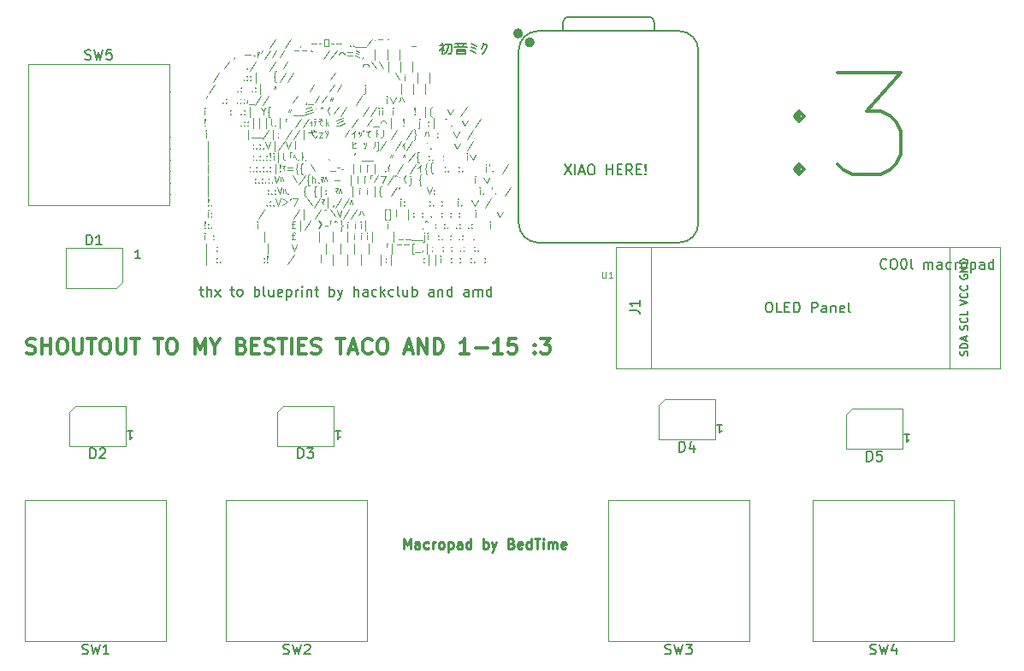
<source format=gbr>
%TF.GenerationSoftware,KiCad,Pcbnew,9.0.6*%
%TF.CreationDate,2025-12-12T19:01:35-05:00*%
%TF.ProjectId,Macropad,4d616372-6f70-4616-942e-6b696361645f,rev?*%
%TF.SameCoordinates,Original*%
%TF.FileFunction,Legend,Top*%
%TF.FilePolarity,Positive*%
%FSLAX46Y46*%
G04 Gerber Fmt 4.6, Leading zero omitted, Abs format (unit mm)*
G04 Created by KiCad (PCBNEW 9.0.6) date 2025-12-12 19:01:35*
%MOMM*%
%LPD*%
G01*
G04 APERTURE LIST*
%ADD10C,0.250000*%
%ADD11C,0.125000*%
%ADD12C,0.300000*%
%ADD13C,0.150000*%
%ADD14C,0.200000*%
%ADD15C,0.101600*%
%ADD16C,0.120000*%
%ADD17C,0.040000*%
%ADD18C,0.127000*%
%ADD19C,0.100000*%
%ADD20C,0.504000*%
G04 APERTURE END LIST*
D10*
X122402568Y-120864619D02*
X122402568Y-119864619D01*
X122402568Y-119864619D02*
X122735901Y-120578904D01*
X122735901Y-120578904D02*
X123069234Y-119864619D01*
X123069234Y-119864619D02*
X123069234Y-120864619D01*
X123973996Y-120864619D02*
X123973996Y-120340809D01*
X123973996Y-120340809D02*
X123926377Y-120245571D01*
X123926377Y-120245571D02*
X123831139Y-120197952D01*
X123831139Y-120197952D02*
X123640663Y-120197952D01*
X123640663Y-120197952D02*
X123545425Y-120245571D01*
X123973996Y-120817000D02*
X123878758Y-120864619D01*
X123878758Y-120864619D02*
X123640663Y-120864619D01*
X123640663Y-120864619D02*
X123545425Y-120817000D01*
X123545425Y-120817000D02*
X123497806Y-120721761D01*
X123497806Y-120721761D02*
X123497806Y-120626523D01*
X123497806Y-120626523D02*
X123545425Y-120531285D01*
X123545425Y-120531285D02*
X123640663Y-120483666D01*
X123640663Y-120483666D02*
X123878758Y-120483666D01*
X123878758Y-120483666D02*
X123973996Y-120436047D01*
X124878758Y-120817000D02*
X124783520Y-120864619D01*
X124783520Y-120864619D02*
X124593044Y-120864619D01*
X124593044Y-120864619D02*
X124497806Y-120817000D01*
X124497806Y-120817000D02*
X124450187Y-120769380D01*
X124450187Y-120769380D02*
X124402568Y-120674142D01*
X124402568Y-120674142D02*
X124402568Y-120388428D01*
X124402568Y-120388428D02*
X124450187Y-120293190D01*
X124450187Y-120293190D02*
X124497806Y-120245571D01*
X124497806Y-120245571D02*
X124593044Y-120197952D01*
X124593044Y-120197952D02*
X124783520Y-120197952D01*
X124783520Y-120197952D02*
X124878758Y-120245571D01*
X125307330Y-120864619D02*
X125307330Y-120197952D01*
X125307330Y-120388428D02*
X125354949Y-120293190D01*
X125354949Y-120293190D02*
X125402568Y-120245571D01*
X125402568Y-120245571D02*
X125497806Y-120197952D01*
X125497806Y-120197952D02*
X125593044Y-120197952D01*
X126069235Y-120864619D02*
X125973997Y-120817000D01*
X125973997Y-120817000D02*
X125926378Y-120769380D01*
X125926378Y-120769380D02*
X125878759Y-120674142D01*
X125878759Y-120674142D02*
X125878759Y-120388428D01*
X125878759Y-120388428D02*
X125926378Y-120293190D01*
X125926378Y-120293190D02*
X125973997Y-120245571D01*
X125973997Y-120245571D02*
X126069235Y-120197952D01*
X126069235Y-120197952D02*
X126212092Y-120197952D01*
X126212092Y-120197952D02*
X126307330Y-120245571D01*
X126307330Y-120245571D02*
X126354949Y-120293190D01*
X126354949Y-120293190D02*
X126402568Y-120388428D01*
X126402568Y-120388428D02*
X126402568Y-120674142D01*
X126402568Y-120674142D02*
X126354949Y-120769380D01*
X126354949Y-120769380D02*
X126307330Y-120817000D01*
X126307330Y-120817000D02*
X126212092Y-120864619D01*
X126212092Y-120864619D02*
X126069235Y-120864619D01*
X126831140Y-120197952D02*
X126831140Y-121197952D01*
X126831140Y-120245571D02*
X126926378Y-120197952D01*
X126926378Y-120197952D02*
X127116854Y-120197952D01*
X127116854Y-120197952D02*
X127212092Y-120245571D01*
X127212092Y-120245571D02*
X127259711Y-120293190D01*
X127259711Y-120293190D02*
X127307330Y-120388428D01*
X127307330Y-120388428D02*
X127307330Y-120674142D01*
X127307330Y-120674142D02*
X127259711Y-120769380D01*
X127259711Y-120769380D02*
X127212092Y-120817000D01*
X127212092Y-120817000D02*
X127116854Y-120864619D01*
X127116854Y-120864619D02*
X126926378Y-120864619D01*
X126926378Y-120864619D02*
X126831140Y-120817000D01*
X128164473Y-120864619D02*
X128164473Y-120340809D01*
X128164473Y-120340809D02*
X128116854Y-120245571D01*
X128116854Y-120245571D02*
X128021616Y-120197952D01*
X128021616Y-120197952D02*
X127831140Y-120197952D01*
X127831140Y-120197952D02*
X127735902Y-120245571D01*
X128164473Y-120817000D02*
X128069235Y-120864619D01*
X128069235Y-120864619D02*
X127831140Y-120864619D01*
X127831140Y-120864619D02*
X127735902Y-120817000D01*
X127735902Y-120817000D02*
X127688283Y-120721761D01*
X127688283Y-120721761D02*
X127688283Y-120626523D01*
X127688283Y-120626523D02*
X127735902Y-120531285D01*
X127735902Y-120531285D02*
X127831140Y-120483666D01*
X127831140Y-120483666D02*
X128069235Y-120483666D01*
X128069235Y-120483666D02*
X128164473Y-120436047D01*
X129069235Y-120864619D02*
X129069235Y-119864619D01*
X129069235Y-120817000D02*
X128973997Y-120864619D01*
X128973997Y-120864619D02*
X128783521Y-120864619D01*
X128783521Y-120864619D02*
X128688283Y-120817000D01*
X128688283Y-120817000D02*
X128640664Y-120769380D01*
X128640664Y-120769380D02*
X128593045Y-120674142D01*
X128593045Y-120674142D02*
X128593045Y-120388428D01*
X128593045Y-120388428D02*
X128640664Y-120293190D01*
X128640664Y-120293190D02*
X128688283Y-120245571D01*
X128688283Y-120245571D02*
X128783521Y-120197952D01*
X128783521Y-120197952D02*
X128973997Y-120197952D01*
X128973997Y-120197952D02*
X129069235Y-120245571D01*
X130307331Y-120864619D02*
X130307331Y-119864619D01*
X130307331Y-120245571D02*
X130402569Y-120197952D01*
X130402569Y-120197952D02*
X130593045Y-120197952D01*
X130593045Y-120197952D02*
X130688283Y-120245571D01*
X130688283Y-120245571D02*
X130735902Y-120293190D01*
X130735902Y-120293190D02*
X130783521Y-120388428D01*
X130783521Y-120388428D02*
X130783521Y-120674142D01*
X130783521Y-120674142D02*
X130735902Y-120769380D01*
X130735902Y-120769380D02*
X130688283Y-120817000D01*
X130688283Y-120817000D02*
X130593045Y-120864619D01*
X130593045Y-120864619D02*
X130402569Y-120864619D01*
X130402569Y-120864619D02*
X130307331Y-120817000D01*
X131116855Y-120197952D02*
X131354950Y-120864619D01*
X131593045Y-120197952D02*
X131354950Y-120864619D01*
X131354950Y-120864619D02*
X131259712Y-121102714D01*
X131259712Y-121102714D02*
X131212093Y-121150333D01*
X131212093Y-121150333D02*
X131116855Y-121197952D01*
X133069236Y-120340809D02*
X133212093Y-120388428D01*
X133212093Y-120388428D02*
X133259712Y-120436047D01*
X133259712Y-120436047D02*
X133307331Y-120531285D01*
X133307331Y-120531285D02*
X133307331Y-120674142D01*
X133307331Y-120674142D02*
X133259712Y-120769380D01*
X133259712Y-120769380D02*
X133212093Y-120817000D01*
X133212093Y-120817000D02*
X133116855Y-120864619D01*
X133116855Y-120864619D02*
X132735903Y-120864619D01*
X132735903Y-120864619D02*
X132735903Y-119864619D01*
X132735903Y-119864619D02*
X133069236Y-119864619D01*
X133069236Y-119864619D02*
X133164474Y-119912238D01*
X133164474Y-119912238D02*
X133212093Y-119959857D01*
X133212093Y-119959857D02*
X133259712Y-120055095D01*
X133259712Y-120055095D02*
X133259712Y-120150333D01*
X133259712Y-120150333D02*
X133212093Y-120245571D01*
X133212093Y-120245571D02*
X133164474Y-120293190D01*
X133164474Y-120293190D02*
X133069236Y-120340809D01*
X133069236Y-120340809D02*
X132735903Y-120340809D01*
X134116855Y-120817000D02*
X134021617Y-120864619D01*
X134021617Y-120864619D02*
X133831141Y-120864619D01*
X133831141Y-120864619D02*
X133735903Y-120817000D01*
X133735903Y-120817000D02*
X133688284Y-120721761D01*
X133688284Y-120721761D02*
X133688284Y-120340809D01*
X133688284Y-120340809D02*
X133735903Y-120245571D01*
X133735903Y-120245571D02*
X133831141Y-120197952D01*
X133831141Y-120197952D02*
X134021617Y-120197952D01*
X134021617Y-120197952D02*
X134116855Y-120245571D01*
X134116855Y-120245571D02*
X134164474Y-120340809D01*
X134164474Y-120340809D02*
X134164474Y-120436047D01*
X134164474Y-120436047D02*
X133688284Y-120531285D01*
X135021617Y-120864619D02*
X135021617Y-119864619D01*
X135021617Y-120817000D02*
X134926379Y-120864619D01*
X134926379Y-120864619D02*
X134735903Y-120864619D01*
X134735903Y-120864619D02*
X134640665Y-120817000D01*
X134640665Y-120817000D02*
X134593046Y-120769380D01*
X134593046Y-120769380D02*
X134545427Y-120674142D01*
X134545427Y-120674142D02*
X134545427Y-120388428D01*
X134545427Y-120388428D02*
X134593046Y-120293190D01*
X134593046Y-120293190D02*
X134640665Y-120245571D01*
X134640665Y-120245571D02*
X134735903Y-120197952D01*
X134735903Y-120197952D02*
X134926379Y-120197952D01*
X134926379Y-120197952D02*
X135021617Y-120245571D01*
X135354951Y-119864619D02*
X135926379Y-119864619D01*
X135640665Y-120864619D02*
X135640665Y-119864619D01*
X136259713Y-120864619D02*
X136259713Y-120197952D01*
X136259713Y-119864619D02*
X136212094Y-119912238D01*
X136212094Y-119912238D02*
X136259713Y-119959857D01*
X136259713Y-119959857D02*
X136307332Y-119912238D01*
X136307332Y-119912238D02*
X136259713Y-119864619D01*
X136259713Y-119864619D02*
X136259713Y-119959857D01*
X136735903Y-120864619D02*
X136735903Y-120197952D01*
X136735903Y-120293190D02*
X136783522Y-120245571D01*
X136783522Y-120245571D02*
X136878760Y-120197952D01*
X136878760Y-120197952D02*
X137021617Y-120197952D01*
X137021617Y-120197952D02*
X137116855Y-120245571D01*
X137116855Y-120245571D02*
X137164474Y-120340809D01*
X137164474Y-120340809D02*
X137164474Y-120864619D01*
X137164474Y-120340809D02*
X137212093Y-120245571D01*
X137212093Y-120245571D02*
X137307331Y-120197952D01*
X137307331Y-120197952D02*
X137450188Y-120197952D01*
X137450188Y-120197952D02*
X137545427Y-120245571D01*
X137545427Y-120245571D02*
X137593046Y-120340809D01*
X137593046Y-120340809D02*
X137593046Y-120864619D01*
X138450188Y-120817000D02*
X138354950Y-120864619D01*
X138354950Y-120864619D02*
X138164474Y-120864619D01*
X138164474Y-120864619D02*
X138069236Y-120817000D01*
X138069236Y-120817000D02*
X138021617Y-120721761D01*
X138021617Y-120721761D02*
X138021617Y-120340809D01*
X138021617Y-120340809D02*
X138069236Y-120245571D01*
X138069236Y-120245571D02*
X138164474Y-120197952D01*
X138164474Y-120197952D02*
X138354950Y-120197952D01*
X138354950Y-120197952D02*
X138450188Y-120245571D01*
X138450188Y-120245571D02*
X138497807Y-120340809D01*
X138497807Y-120340809D02*
X138497807Y-120436047D01*
X138497807Y-120436047D02*
X138021617Y-120531285D01*
D11*
X109748897Y-70377871D02*
X109148897Y-71277871D01*
X111215563Y-70377871D02*
X110615563Y-71277871D01*
X112215563Y-71077871D02*
X112215563Y-71111204D01*
X112215563Y-71111204D02*
X112182229Y-71177871D01*
X112182229Y-71177871D02*
X112148896Y-71211204D01*
X113248895Y-70844537D02*
X113782229Y-70844537D01*
X114048896Y-70877871D02*
X114248896Y-70877871D01*
X114515562Y-71111204D02*
X114515562Y-70411204D01*
X114515562Y-70411204D02*
X114982229Y-70411204D01*
X114982229Y-70411204D02*
X114982229Y-71111204D01*
X114982229Y-71111204D02*
X114515562Y-71111204D01*
X115248896Y-70877871D02*
X115448896Y-70877871D01*
X115715562Y-70844537D02*
X116248896Y-70844537D01*
X117115562Y-71044537D02*
X117148896Y-71077871D01*
X117148896Y-71077871D02*
X117115562Y-71111204D01*
X117115562Y-71111204D02*
X117082229Y-71077871D01*
X117082229Y-71077871D02*
X117115562Y-71044537D01*
X117115562Y-71044537D02*
X117115562Y-71111204D01*
X117448895Y-71044537D02*
X117482229Y-71077871D01*
X117482229Y-71077871D02*
X117448895Y-71111204D01*
X117448895Y-71111204D02*
X117415562Y-71077871D01*
X117415562Y-71077871D02*
X117448895Y-71044537D01*
X117448895Y-71044537D02*
X117448895Y-71111204D01*
X117615562Y-71177871D02*
X118148895Y-71177871D01*
X118148895Y-71177871D02*
X118682228Y-71177871D01*
X119282228Y-70377871D02*
X118815561Y-71044537D01*
X119615561Y-70411204D02*
X119548894Y-70544537D01*
X119882227Y-70411204D02*
X120348894Y-70411204D01*
X120782227Y-70377871D02*
X120915560Y-70444537D01*
X123148892Y-71077871D02*
X123615559Y-71077871D01*
X105682233Y-72204832D02*
X105682233Y-72238165D01*
X105682233Y-72238165D02*
X105648899Y-72304832D01*
X105648899Y-72304832D02*
X105615566Y-72338165D01*
X106715565Y-71971498D02*
X107248899Y-71971498D01*
X107515566Y-72004832D02*
X107715566Y-72004832D01*
X107915566Y-71704832D02*
X108082232Y-71704832D01*
X108082232Y-71704832D02*
X108048899Y-71904832D01*
X107982232Y-71804832D02*
X107982232Y-71971498D01*
X107982232Y-71971498D02*
X107982232Y-72038165D01*
X107982232Y-72038165D02*
X107948899Y-72204832D01*
X108415566Y-71538165D02*
X108315566Y-71738165D01*
X109182232Y-71504832D02*
X108582232Y-72404832D01*
X109848899Y-71504832D02*
X109382232Y-72171498D01*
X110582232Y-71504832D02*
X110115565Y-72171498D01*
X111582231Y-71538165D02*
X112048898Y-71538165D01*
X112315564Y-71538165D02*
X112782231Y-71538165D01*
X113215564Y-71504832D02*
X113348897Y-71571498D01*
X115048896Y-71504832D02*
X114448896Y-72404832D01*
X115782229Y-71504832D02*
X115182229Y-72404832D01*
X116015562Y-71971498D02*
X116015562Y-71904832D01*
X116015562Y-71904832D02*
X116082229Y-71771498D01*
X116082229Y-71771498D02*
X116215562Y-71704832D01*
X116215562Y-71704832D02*
X116348896Y-71704832D01*
X116348896Y-71704832D02*
X116482229Y-71771498D01*
X116482229Y-71771498D02*
X116548896Y-71904832D01*
X116548896Y-71904832D02*
X116548896Y-71971498D01*
X116848896Y-72004832D02*
X117315563Y-72004832D01*
X116848896Y-71704832D02*
X117315563Y-71704832D01*
X117615562Y-72004832D02*
X117982229Y-72171498D01*
X117682229Y-71771498D02*
X117948896Y-71871498D01*
X117682229Y-71538165D02*
X118015562Y-71671498D01*
X118382229Y-72204832D02*
X118382229Y-72238165D01*
X118382229Y-72238165D02*
X118348895Y-72304832D01*
X118348895Y-72304832D02*
X118315562Y-72338165D01*
X119582228Y-72471498D02*
X119582228Y-71471498D01*
X120782228Y-72471498D02*
X120782228Y-71471498D01*
X121982228Y-72471498D02*
X121982228Y-71471498D01*
X105148900Y-72631793D02*
X104682233Y-73298459D01*
X106915565Y-73298459D02*
X106948899Y-73331793D01*
X106948899Y-73331793D02*
X106915565Y-73365126D01*
X106915565Y-73365126D02*
X106882232Y-73331793D01*
X106882232Y-73331793D02*
X106915565Y-73298459D01*
X106915565Y-73298459D02*
X106915565Y-73365126D01*
X107748898Y-72631793D02*
X107148898Y-73531793D01*
X109748897Y-72631793D02*
X109148897Y-73531793D01*
X110948897Y-72631793D02*
X110482230Y-73298459D01*
X118382226Y-73098459D02*
X118382226Y-73031793D01*
X118382226Y-73031793D02*
X118448893Y-72898459D01*
X118448893Y-72898459D02*
X118582226Y-72831793D01*
X118582226Y-72831793D02*
X118715560Y-72831793D01*
X118715560Y-72831793D02*
X118848893Y-72898459D01*
X118848893Y-72898459D02*
X118915560Y-73031793D01*
X118915560Y-73031793D02*
X118915560Y-73098459D01*
X119215560Y-72631793D02*
X119682227Y-73298459D01*
X119948893Y-72631793D02*
X120415560Y-73298459D01*
X120882226Y-73598459D02*
X120882226Y-72598459D01*
X122082226Y-73598459D02*
X122082226Y-72598459D01*
X123282226Y-73598459D02*
X123282226Y-72598459D01*
X104148900Y-73758754D02*
X103548900Y-74658754D01*
X106582232Y-74425420D02*
X106615566Y-74458754D01*
X106615566Y-74458754D02*
X106582232Y-74492087D01*
X106582232Y-74492087D02*
X106548899Y-74458754D01*
X106548899Y-74458754D02*
X106582232Y-74425420D01*
X106582232Y-74425420D02*
X106582232Y-74492087D01*
X106915565Y-74425420D02*
X106948899Y-74458754D01*
X106948899Y-74458754D02*
X106915565Y-74492087D01*
X106915565Y-74492087D02*
X106882232Y-74458754D01*
X106882232Y-74458754D02*
X106915565Y-74425420D01*
X106915565Y-74425420D02*
X106915565Y-74492087D01*
X106915565Y-74058754D02*
X106948899Y-74092087D01*
X106948899Y-74092087D02*
X106915565Y-74125420D01*
X106915565Y-74125420D02*
X106882232Y-74092087D01*
X106882232Y-74092087D02*
X106915565Y-74058754D01*
X106915565Y-74058754D02*
X106915565Y-74125420D01*
X107248898Y-74425420D02*
X107282232Y-74458754D01*
X107282232Y-74458754D02*
X107248898Y-74492087D01*
X107248898Y-74492087D02*
X107215565Y-74458754D01*
X107215565Y-74458754D02*
X107248898Y-74425420D01*
X107248898Y-74425420D02*
X107248898Y-74492087D01*
X107248898Y-74058754D02*
X107282232Y-74092087D01*
X107282232Y-74092087D02*
X107248898Y-74125420D01*
X107248898Y-74125420D02*
X107215565Y-74092087D01*
X107215565Y-74092087D02*
X107248898Y-74058754D01*
X107248898Y-74058754D02*
X107248898Y-74125420D01*
X107748898Y-74725420D02*
X107748898Y-73725420D01*
X109782231Y-74658754D02*
X109748898Y-74658754D01*
X109748898Y-74658754D02*
X109682231Y-74625420D01*
X109682231Y-74625420D02*
X109648898Y-74558754D01*
X109648898Y-74558754D02*
X109648898Y-74225420D01*
X109648898Y-74225420D02*
X109615564Y-74158754D01*
X109615564Y-74158754D02*
X109548898Y-74125420D01*
X109548898Y-74125420D02*
X109615564Y-74092087D01*
X109615564Y-74092087D02*
X109648898Y-74025420D01*
X109648898Y-74025420D02*
X109648898Y-73692087D01*
X109648898Y-73692087D02*
X109682231Y-73625420D01*
X109682231Y-73625420D02*
X109748898Y-73592087D01*
X109748898Y-73592087D02*
X109782231Y-73592087D01*
X110748897Y-73758754D02*
X110148897Y-74658754D01*
X111482230Y-73758754D02*
X110882230Y-74658754D01*
X115615562Y-73758754D02*
X115148895Y-74425420D01*
X121548892Y-73758754D02*
X122015559Y-74425420D01*
X122482225Y-74492087D02*
X122482225Y-74025420D01*
X122482225Y-73858754D02*
X122482225Y-73892087D01*
X122482225Y-73892087D02*
X122515558Y-73858754D01*
X122515558Y-73858754D02*
X122482225Y-73858754D01*
X123748891Y-74725420D02*
X123748891Y-73725420D01*
X124948891Y-74725420D02*
X124948891Y-73725420D01*
X99248902Y-75552381D02*
X99282236Y-75585715D01*
X99282236Y-75585715D02*
X99248902Y-75619048D01*
X99248902Y-75619048D02*
X99215569Y-75585715D01*
X99215569Y-75585715D02*
X99248902Y-75552381D01*
X99248902Y-75552381D02*
X99248902Y-75619048D01*
X103748900Y-74885715D02*
X103148900Y-75785715D01*
X105982232Y-75552381D02*
X106015566Y-75585715D01*
X106015566Y-75585715D02*
X105982232Y-75619048D01*
X105982232Y-75619048D02*
X105948899Y-75585715D01*
X105948899Y-75585715D02*
X105982232Y-75552381D01*
X105982232Y-75552381D02*
X105982232Y-75619048D01*
X106315565Y-75552381D02*
X106348899Y-75585715D01*
X106348899Y-75585715D02*
X106315565Y-75619048D01*
X106315565Y-75619048D02*
X106282232Y-75585715D01*
X106282232Y-75585715D02*
X106315565Y-75552381D01*
X106315565Y-75552381D02*
X106315565Y-75619048D01*
X106315565Y-75185715D02*
X106348899Y-75219048D01*
X106348899Y-75219048D02*
X106315565Y-75252381D01*
X106315565Y-75252381D02*
X106282232Y-75219048D01*
X106282232Y-75219048D02*
X106315565Y-75185715D01*
X106315565Y-75185715D02*
X106315565Y-75252381D01*
X107382231Y-75552381D02*
X107415565Y-75585715D01*
X107415565Y-75585715D02*
X107382231Y-75619048D01*
X107382231Y-75619048D02*
X107348898Y-75585715D01*
X107348898Y-75585715D02*
X107382231Y-75552381D01*
X107382231Y-75552381D02*
X107382231Y-75619048D01*
X107715564Y-75552381D02*
X107748898Y-75585715D01*
X107748898Y-75585715D02*
X107715564Y-75619048D01*
X107715564Y-75619048D02*
X107682231Y-75585715D01*
X107682231Y-75585715D02*
X107715564Y-75552381D01*
X107715564Y-75552381D02*
X107715564Y-75619048D01*
X107715564Y-75185715D02*
X107748898Y-75219048D01*
X107748898Y-75219048D02*
X107715564Y-75252381D01*
X107715564Y-75252381D02*
X107682231Y-75219048D01*
X107682231Y-75219048D02*
X107715564Y-75185715D01*
X107715564Y-75185715D02*
X107715564Y-75252381D01*
X108215564Y-75852381D02*
X108215564Y-74852381D01*
X109615564Y-75085715D02*
X109548897Y-75352381D01*
X109748897Y-75085715D02*
X109682231Y-75352381D01*
X113548896Y-74885715D02*
X113082229Y-75552381D01*
X115548895Y-74885715D02*
X115082228Y-75552381D01*
X116282228Y-74885715D02*
X115815561Y-75552381D01*
X118582226Y-75152381D02*
X118582226Y-75752381D01*
X118582226Y-75752381D02*
X118548893Y-75819048D01*
X118548893Y-75819048D02*
X118482226Y-75852381D01*
X118482226Y-75852381D02*
X118448893Y-75852381D01*
X118582226Y-74919048D02*
X118548893Y-74952381D01*
X118548893Y-74952381D02*
X118582226Y-74985715D01*
X118582226Y-74985715D02*
X118615560Y-74952381D01*
X118615560Y-74952381D02*
X118582226Y-74919048D01*
X118582226Y-74919048D02*
X118582226Y-74985715D01*
X122148891Y-75852381D02*
X122148891Y-74852381D01*
X123348891Y-75852381D02*
X123348891Y-74852381D01*
X124548891Y-75852381D02*
X124548891Y-74852381D01*
X102982234Y-76046009D02*
X102882234Y-76246009D01*
X104515566Y-76679342D02*
X104548900Y-76712676D01*
X104548900Y-76712676D02*
X104515566Y-76746009D01*
X104515566Y-76746009D02*
X104482233Y-76712676D01*
X104482233Y-76712676D02*
X104515566Y-76679342D01*
X104515566Y-76679342D02*
X104515566Y-76746009D01*
X104848899Y-76679342D02*
X104882233Y-76712676D01*
X104882233Y-76712676D02*
X104848899Y-76746009D01*
X104848899Y-76746009D02*
X104815566Y-76712676D01*
X104815566Y-76712676D02*
X104848899Y-76679342D01*
X104848899Y-76679342D02*
X104848899Y-76746009D01*
X104848899Y-76312676D02*
X104882233Y-76346009D01*
X104882233Y-76346009D02*
X104848899Y-76379342D01*
X104848899Y-76379342D02*
X104815566Y-76346009D01*
X104815566Y-76346009D02*
X104848899Y-76312676D01*
X104848899Y-76312676D02*
X104848899Y-76379342D01*
X105915565Y-76679342D02*
X105948899Y-76712676D01*
X105948899Y-76712676D02*
X105915565Y-76746009D01*
X105915565Y-76746009D02*
X105882232Y-76712676D01*
X105882232Y-76712676D02*
X105915565Y-76679342D01*
X105915565Y-76679342D02*
X105915565Y-76746009D01*
X106248898Y-76679342D02*
X106282232Y-76712676D01*
X106282232Y-76712676D02*
X106248898Y-76746009D01*
X106248898Y-76746009D02*
X106215565Y-76712676D01*
X106215565Y-76712676D02*
X106248898Y-76679342D01*
X106248898Y-76679342D02*
X106248898Y-76746009D01*
X106248898Y-76312676D02*
X106282232Y-76346009D01*
X106282232Y-76346009D02*
X106248898Y-76379342D01*
X106248898Y-76379342D02*
X106215565Y-76346009D01*
X106215565Y-76346009D02*
X106248898Y-76312676D01*
X106248898Y-76312676D02*
X106248898Y-76379342D01*
X106582231Y-76679342D02*
X106615565Y-76712676D01*
X106615565Y-76712676D02*
X106582231Y-76746009D01*
X106582231Y-76746009D02*
X106548898Y-76712676D01*
X106548898Y-76712676D02*
X106582231Y-76679342D01*
X106582231Y-76679342D02*
X106582231Y-76746009D01*
X106582231Y-76312676D02*
X106615565Y-76346009D01*
X106615565Y-76346009D02*
X106582231Y-76379342D01*
X106582231Y-76379342D02*
X106548898Y-76346009D01*
X106548898Y-76346009D02*
X106582231Y-76312676D01*
X106582231Y-76312676D02*
X106582231Y-76379342D01*
X106815564Y-76712676D02*
X106915564Y-76712676D01*
X106915564Y-76712676D02*
X106915564Y-76412676D01*
X107115565Y-76812676D02*
X107648898Y-76812676D01*
X108315564Y-76012676D02*
X107715564Y-76912676D01*
X109048897Y-76012676D02*
X108448897Y-76912676D01*
X111915563Y-76012676D02*
X111448896Y-76679342D01*
X112782229Y-76712676D02*
X112782229Y-76746009D01*
X112782229Y-76746009D02*
X112748895Y-76812676D01*
X112748895Y-76812676D02*
X112715562Y-76846009D01*
X112915562Y-76812676D02*
X113448895Y-76812676D01*
X114048895Y-76012676D02*
X113582228Y-76679342D01*
X114782228Y-76012676D02*
X114315561Y-76679342D01*
X115248894Y-76212676D02*
X115182227Y-76479342D01*
X115382227Y-76212676D02*
X115315561Y-76479342D01*
X118315559Y-76012676D02*
X117715559Y-76912676D01*
X120748891Y-76746009D02*
X120748891Y-76279342D01*
X120748891Y-76046009D02*
X120715558Y-76079342D01*
X120715558Y-76079342D02*
X120748891Y-76112676D01*
X120748891Y-76112676D02*
X120782225Y-76079342D01*
X120782225Y-76079342D02*
X120748891Y-76046009D01*
X120748891Y-76046009D02*
X120748891Y-76112676D01*
X121048891Y-76212676D02*
X121348891Y-76746009D01*
X121348891Y-76746009D02*
X121648891Y-76212676D01*
X122248891Y-76179342D02*
X122382225Y-76579342D01*
X122082225Y-76179342D02*
X122048891Y-76346009D01*
X122048891Y-76346009D02*
X121982225Y-76479342D01*
X121982225Y-76479342D02*
X121915558Y-76579342D01*
X102715567Y-77872970D02*
X102715567Y-77406303D01*
X102715567Y-77172970D02*
X102682234Y-77206303D01*
X102682234Y-77206303D02*
X102715567Y-77239637D01*
X102715567Y-77239637D02*
X102748901Y-77206303D01*
X102748901Y-77206303D02*
X102715567Y-77172970D01*
X102715567Y-77172970D02*
X102715567Y-77239637D01*
X105248899Y-77806303D02*
X105282233Y-77839637D01*
X105282233Y-77839637D02*
X105248899Y-77872970D01*
X105248899Y-77872970D02*
X105215566Y-77839637D01*
X105215566Y-77839637D02*
X105248899Y-77806303D01*
X105248899Y-77806303D02*
X105248899Y-77872970D01*
X105248899Y-77439637D02*
X105282233Y-77472970D01*
X105282233Y-77472970D02*
X105248899Y-77506303D01*
X105248899Y-77506303D02*
X105215566Y-77472970D01*
X105215566Y-77472970D02*
X105248899Y-77439637D01*
X105248899Y-77439637D02*
X105248899Y-77506303D01*
X106315565Y-77806303D02*
X106348899Y-77839637D01*
X106348899Y-77839637D02*
X106315565Y-77872970D01*
X106315565Y-77872970D02*
X106282232Y-77839637D01*
X106282232Y-77839637D02*
X106315565Y-77806303D01*
X106315565Y-77806303D02*
X106315565Y-77872970D01*
X106648898Y-77806303D02*
X106682232Y-77839637D01*
X106682232Y-77839637D02*
X106648898Y-77872970D01*
X106648898Y-77872970D02*
X106615565Y-77839637D01*
X106615565Y-77839637D02*
X106648898Y-77806303D01*
X106648898Y-77806303D02*
X106648898Y-77872970D01*
X106648898Y-77439637D02*
X106682232Y-77472970D01*
X106682232Y-77472970D02*
X106648898Y-77506303D01*
X106648898Y-77506303D02*
X106615565Y-77472970D01*
X106615565Y-77472970D02*
X106648898Y-77439637D01*
X106648898Y-77439637D02*
X106648898Y-77506303D01*
X107148898Y-78106303D02*
X107148898Y-77106303D01*
X108515565Y-77539637D02*
X108515565Y-77872970D01*
X108282231Y-77172970D02*
X108515565Y-77539637D01*
X108515565Y-77539637D02*
X108748898Y-77172970D01*
X109182231Y-78139637D02*
X109148898Y-78139637D01*
X109148898Y-78139637D02*
X109082231Y-78106303D01*
X109082231Y-78106303D02*
X109048898Y-78039637D01*
X109048898Y-78039637D02*
X109048898Y-77706303D01*
X109048898Y-77706303D02*
X109015565Y-77639637D01*
X109015565Y-77639637D02*
X108948898Y-77606303D01*
X108948898Y-77606303D02*
X109015565Y-77572970D01*
X109015565Y-77572970D02*
X109048898Y-77506303D01*
X109048898Y-77506303D02*
X109048898Y-77172970D01*
X109048898Y-77172970D02*
X109082231Y-77106303D01*
X109082231Y-77106303D02*
X109148898Y-77072970D01*
X109148898Y-77072970D02*
X109182231Y-77072970D01*
X111082231Y-77339637D02*
X111015564Y-77606303D01*
X111215564Y-77339637D02*
X111148898Y-77606303D01*
X111482231Y-77939637D02*
X112015564Y-77939637D01*
X112015564Y-77939637D02*
X112548897Y-77939637D01*
X113282230Y-77106303D02*
X112648897Y-77306303D01*
X113348897Y-77339637D02*
X113182230Y-77439637D01*
X113182230Y-77439637D02*
X112715563Y-77572970D01*
X113482230Y-77572970D02*
X113182230Y-77739637D01*
X113182230Y-77739637D02*
X112948897Y-77806303D01*
X112948897Y-77806303D02*
X112615563Y-77872970D01*
X113782230Y-77172970D02*
X113715563Y-77306303D01*
X114182229Y-77239637D02*
X114282229Y-77139637D01*
X114282229Y-77139637D02*
X114382229Y-77239637D01*
X115082229Y-77139637D02*
X114915562Y-77472970D01*
X114915562Y-77472970D02*
X115082229Y-77839637D01*
X115982229Y-77139637D02*
X115515562Y-77806303D01*
X116782228Y-77139637D02*
X116182228Y-78039637D01*
X118982227Y-77139637D02*
X118382227Y-78039637D01*
X119715560Y-77139637D02*
X119115560Y-78039637D01*
X119948893Y-77872970D02*
X119948893Y-77406303D01*
X119948893Y-77172970D02*
X119915560Y-77206303D01*
X119915560Y-77206303D02*
X119948893Y-77239637D01*
X119948893Y-77239637D02*
X119982227Y-77206303D01*
X119982227Y-77206303D02*
X119948893Y-77172970D01*
X119948893Y-77172970D02*
X119948893Y-77239637D01*
X120282226Y-77872970D02*
X120282226Y-77406303D01*
X120282226Y-77172970D02*
X120248893Y-77206303D01*
X120248893Y-77206303D02*
X120282226Y-77239637D01*
X120282226Y-77239637D02*
X120315560Y-77206303D01*
X120315560Y-77206303D02*
X120282226Y-77172970D01*
X120282226Y-77172970D02*
X120282226Y-77239637D01*
X121348892Y-77872970D02*
X121348892Y-77406303D01*
X121348892Y-77172970D02*
X121315559Y-77206303D01*
X121315559Y-77206303D02*
X121348892Y-77239637D01*
X121348892Y-77239637D02*
X121382226Y-77206303D01*
X121382226Y-77206303D02*
X121348892Y-77172970D01*
X121348892Y-77172970D02*
X121348892Y-77239637D01*
X123482224Y-77806303D02*
X123515558Y-77839637D01*
X123515558Y-77839637D02*
X123482224Y-77872970D01*
X123482224Y-77872970D02*
X123448891Y-77839637D01*
X123448891Y-77839637D02*
X123482224Y-77806303D01*
X123482224Y-77806303D02*
X123482224Y-77872970D01*
X123482224Y-77606303D02*
X123448891Y-77206303D01*
X123448891Y-77206303D02*
X123482224Y-77172970D01*
X123482224Y-77172970D02*
X123515558Y-77206303D01*
X123515558Y-77206303D02*
X123482224Y-77606303D01*
X123482224Y-77606303D02*
X123482224Y-77172970D01*
X124515557Y-78106303D02*
X124515557Y-77106303D01*
X125215557Y-78139637D02*
X125182224Y-78106303D01*
X125182224Y-78106303D02*
X125115557Y-78006303D01*
X125115557Y-78006303D02*
X125082224Y-77939637D01*
X125082224Y-77939637D02*
X125048891Y-77839637D01*
X125048891Y-77839637D02*
X125015557Y-77672970D01*
X125015557Y-77672970D02*
X125015557Y-77539637D01*
X125015557Y-77539637D02*
X125048891Y-77372970D01*
X125048891Y-77372970D02*
X125082224Y-77272970D01*
X125082224Y-77272970D02*
X125115557Y-77206303D01*
X125115557Y-77206303D02*
X125182224Y-77106303D01*
X125182224Y-77106303D02*
X125215557Y-77072970D01*
X126715557Y-77339637D02*
X127015557Y-77872970D01*
X127015557Y-77872970D02*
X127315557Y-77339637D01*
X128648890Y-77139637D02*
X128048890Y-78039637D01*
X102715567Y-78933264D02*
X102748901Y-78966598D01*
X102748901Y-78966598D02*
X102715567Y-78999931D01*
X102715567Y-78999931D02*
X102682234Y-78966598D01*
X102682234Y-78966598D02*
X102715567Y-78933264D01*
X102715567Y-78933264D02*
X102715567Y-78999931D01*
X102715567Y-78733264D02*
X102682234Y-78333264D01*
X102682234Y-78333264D02*
X102715567Y-78299931D01*
X102715567Y-78299931D02*
X102748901Y-78333264D01*
X102748901Y-78333264D02*
X102715567Y-78733264D01*
X102715567Y-78733264D02*
X102715567Y-78299931D01*
X106315565Y-78933264D02*
X106348899Y-78966598D01*
X106348899Y-78966598D02*
X106315565Y-78999931D01*
X106315565Y-78999931D02*
X106282232Y-78966598D01*
X106282232Y-78966598D02*
X106315565Y-78933264D01*
X106315565Y-78933264D02*
X106315565Y-78999931D01*
X106648898Y-78933264D02*
X106682232Y-78966598D01*
X106682232Y-78966598D02*
X106648898Y-78999931D01*
X106648898Y-78999931D02*
X106615565Y-78966598D01*
X106615565Y-78966598D02*
X106648898Y-78933264D01*
X106648898Y-78933264D02*
X106648898Y-78999931D01*
X106648898Y-78566598D02*
X106682232Y-78599931D01*
X106682232Y-78599931D02*
X106648898Y-78633264D01*
X106648898Y-78633264D02*
X106615565Y-78599931D01*
X106615565Y-78599931D02*
X106648898Y-78566598D01*
X106648898Y-78566598D02*
X106648898Y-78633264D01*
X106982231Y-78933264D02*
X107015565Y-78966598D01*
X107015565Y-78966598D02*
X106982231Y-78999931D01*
X106982231Y-78999931D02*
X106948898Y-78966598D01*
X106948898Y-78966598D02*
X106982231Y-78933264D01*
X106982231Y-78933264D02*
X106982231Y-78999931D01*
X106982231Y-78566598D02*
X107015565Y-78599931D01*
X107015565Y-78599931D02*
X106982231Y-78633264D01*
X106982231Y-78633264D02*
X106948898Y-78599931D01*
X106948898Y-78599931D02*
X106982231Y-78566598D01*
X106982231Y-78566598D02*
X106982231Y-78633264D01*
X107482231Y-79233264D02*
X107482231Y-78233264D01*
X108148898Y-79233264D02*
X108148898Y-78233264D01*
X108815565Y-79233264D02*
X108815565Y-78233264D01*
X109415565Y-78999931D02*
X109348899Y-78966598D01*
X109348899Y-78966598D02*
X109315565Y-78899931D01*
X109315565Y-78899931D02*
X109315565Y-78299931D01*
X109682232Y-78933264D02*
X109715566Y-78966598D01*
X109715566Y-78966598D02*
X109682232Y-78999931D01*
X109682232Y-78999931D02*
X109648899Y-78966598D01*
X109648899Y-78966598D02*
X109682232Y-78933264D01*
X109682232Y-78933264D02*
X109682232Y-78999931D01*
X110182232Y-79233264D02*
X110182232Y-78233264D01*
X110815566Y-78266598D02*
X110715566Y-78266598D01*
X110715566Y-78266598D02*
X110715566Y-78566598D01*
X112282232Y-78266598D02*
X111682232Y-79166598D01*
X113015565Y-78266598D02*
X112415565Y-79166598D01*
X113282232Y-78566598D02*
X113282232Y-78966598D01*
X113348898Y-78433264D02*
X113148898Y-78733264D01*
X113515565Y-78566598D02*
X113715565Y-78566598D01*
X113548899Y-78333264D02*
X113682232Y-78333264D01*
X113615565Y-78566598D02*
X113615565Y-78733264D01*
X113615565Y-78733264D02*
X113615565Y-78866598D01*
X113615565Y-78866598D02*
X113548899Y-78966598D01*
X113948899Y-78566598D02*
X114382232Y-78499931D01*
X114048899Y-78299931D02*
X114315566Y-78266598D01*
X114315566Y-78266598D02*
X114082232Y-78533264D01*
X114315566Y-78533264D02*
X114182232Y-78633264D01*
X114182232Y-78633264D02*
X114115566Y-78699931D01*
X114115566Y-78699931D02*
X114115566Y-78799931D01*
X114115566Y-78799931D02*
X114182232Y-78899931D01*
X114182232Y-78899931D02*
X114282232Y-78966598D01*
X114715565Y-78999931D02*
X114715565Y-78299931D01*
X114782232Y-78733264D02*
X114982232Y-78999931D01*
X114982232Y-78533264D02*
X114715565Y-78799931D01*
X116382232Y-78233264D02*
X115748899Y-78433264D01*
X116448899Y-78466598D02*
X116282232Y-78566598D01*
X116282232Y-78566598D02*
X115815565Y-78699931D01*
X116582232Y-78699931D02*
X116282232Y-78866598D01*
X116282232Y-78866598D02*
X116048899Y-78933264D01*
X116048899Y-78933264D02*
X115715565Y-78999931D01*
X117882231Y-78266598D02*
X117282231Y-79166598D01*
X119282231Y-78266598D02*
X118815564Y-78933264D01*
X119415564Y-79066598D02*
X119948897Y-79066598D01*
X120115563Y-78733264D02*
X120115563Y-78666598D01*
X120115563Y-78666598D02*
X120182230Y-78533264D01*
X120182230Y-78533264D02*
X120315563Y-78466598D01*
X120315563Y-78466598D02*
X120448897Y-78466598D01*
X120448897Y-78466598D02*
X120582230Y-78533264D01*
X120582230Y-78533264D02*
X120648897Y-78666598D01*
X120648897Y-78666598D02*
X120648897Y-78733264D01*
X121148897Y-79233264D02*
X121148897Y-78233264D01*
X122382230Y-78933264D02*
X122415564Y-78966598D01*
X122415564Y-78966598D02*
X122382230Y-78999931D01*
X122382230Y-78999931D02*
X122348897Y-78966598D01*
X122348897Y-78966598D02*
X122382230Y-78933264D01*
X122382230Y-78933264D02*
X122382230Y-78999931D01*
X122382230Y-78733264D02*
X122348897Y-78333264D01*
X122348897Y-78333264D02*
X122382230Y-78299931D01*
X122382230Y-78299931D02*
X122415564Y-78333264D01*
X122415564Y-78333264D02*
X122382230Y-78733264D01*
X122382230Y-78733264D02*
X122382230Y-78299931D01*
X123982229Y-78533264D02*
X123982229Y-79133264D01*
X123982229Y-79133264D02*
X123948896Y-79199931D01*
X123948896Y-79199931D02*
X123882229Y-79233264D01*
X123882229Y-79233264D02*
X123848896Y-79233264D01*
X123982229Y-78299931D02*
X123948896Y-78333264D01*
X123948896Y-78333264D02*
X123982229Y-78366598D01*
X123982229Y-78366598D02*
X124015563Y-78333264D01*
X124015563Y-78333264D02*
X123982229Y-78299931D01*
X123982229Y-78299931D02*
X123982229Y-78366598D01*
X124848895Y-78933264D02*
X124882229Y-78966598D01*
X124882229Y-78966598D02*
X124848895Y-78999931D01*
X124848895Y-78999931D02*
X124815562Y-78966598D01*
X124815562Y-78966598D02*
X124848895Y-78933264D01*
X124848895Y-78933264D02*
X124848895Y-78999931D01*
X124848895Y-78566598D02*
X124882229Y-78599931D01*
X124882229Y-78599931D02*
X124848895Y-78633264D01*
X124848895Y-78633264D02*
X124815562Y-78599931D01*
X124815562Y-78599931D02*
X124848895Y-78566598D01*
X124848895Y-78566598D02*
X124848895Y-78633264D01*
X125348895Y-79233264D02*
X125348895Y-78233264D01*
X126515562Y-78266598D02*
X126648895Y-78333264D01*
X127115561Y-78933264D02*
X127148895Y-78966598D01*
X127148895Y-78966598D02*
X127115561Y-78999931D01*
X127115561Y-78999931D02*
X127082228Y-78966598D01*
X127082228Y-78966598D02*
X127115561Y-78933264D01*
X127115561Y-78933264D02*
X127115561Y-78999931D01*
X128148894Y-78466598D02*
X128448894Y-78999931D01*
X128448894Y-78999931D02*
X128748894Y-78466598D01*
X130082227Y-78266598D02*
X129482227Y-79166598D01*
X99248902Y-80060225D02*
X99282236Y-80093559D01*
X99282236Y-80093559D02*
X99248902Y-80126892D01*
X99248902Y-80126892D02*
X99215569Y-80093559D01*
X99215569Y-80093559D02*
X99248902Y-80060225D01*
X99248902Y-80060225D02*
X99248902Y-80126892D01*
X102848900Y-80126892D02*
X102848900Y-79660225D01*
X102848900Y-79426892D02*
X102815567Y-79460225D01*
X102815567Y-79460225D02*
X102848900Y-79493559D01*
X102848900Y-79493559D02*
X102882234Y-79460225D01*
X102882234Y-79460225D02*
X102848900Y-79426892D01*
X102848900Y-79426892D02*
X102848900Y-79493559D01*
X107015565Y-80360225D02*
X107015565Y-79360225D01*
X107348899Y-80193559D02*
X107882232Y-80193559D01*
X107882232Y-80193559D02*
X108415565Y-80193559D01*
X109082231Y-79393559D02*
X108482231Y-80293559D01*
X109482231Y-80360225D02*
X109482231Y-79360225D01*
X109982231Y-80060225D02*
X110015565Y-80093559D01*
X110015565Y-80093559D02*
X109982231Y-80126892D01*
X109982231Y-80126892D02*
X109948898Y-80093559D01*
X109948898Y-80093559D02*
X109982231Y-80060225D01*
X109982231Y-80060225D02*
X109982231Y-80126892D01*
X109982231Y-79693559D02*
X110015565Y-79726892D01*
X110015565Y-79726892D02*
X109982231Y-79760225D01*
X109982231Y-79760225D02*
X109948898Y-79726892D01*
X109948898Y-79726892D02*
X109982231Y-79693559D01*
X109982231Y-79693559D02*
X109982231Y-79760225D01*
X111348897Y-79393559D02*
X110748897Y-80293559D01*
X112082230Y-79393559D02*
X111482230Y-80293559D01*
X112482230Y-80360225D02*
X112482230Y-79360225D01*
X113115564Y-79626892D02*
X113382230Y-79626892D01*
X113282230Y-79360225D02*
X113348897Y-79860225D01*
X113315564Y-79593559D02*
X113582230Y-79593559D01*
X113382230Y-79593559D02*
X113648897Y-79593559D01*
X113448897Y-79393559D02*
X113648897Y-79460225D01*
X113482230Y-79593559D02*
X113748897Y-79593559D01*
X113748897Y-79993559D02*
X113715564Y-80126892D01*
X112915564Y-79626892D02*
X113082230Y-79626892D01*
X113082230Y-79626892D02*
X113282230Y-79593559D01*
X113282230Y-79593559D02*
X113415564Y-79960225D01*
X113315564Y-79726892D02*
X113448897Y-79993559D01*
X113448897Y-79993559D02*
X113548897Y-80093559D01*
X113548897Y-80093559D02*
X113648897Y-80126892D01*
X114015563Y-79660225D02*
X114382230Y-79660225D01*
X114382230Y-79660225D02*
X114015563Y-80126892D01*
X114015563Y-80126892D02*
X114382230Y-80126892D01*
X114648896Y-79493559D02*
X114715563Y-79726892D01*
X114848896Y-79493559D02*
X114848896Y-79726892D01*
X114848896Y-79726892D02*
X114815563Y-79926892D01*
X114815563Y-79926892D02*
X114715563Y-80126892D01*
X117015563Y-79393559D02*
X116548896Y-80060225D01*
X117515562Y-79626892D02*
X117515562Y-80126892D01*
X117682229Y-79393559D02*
X117615562Y-79493559D01*
X117615562Y-79493559D02*
X117515562Y-79626892D01*
X117515562Y-79626892D02*
X117382229Y-79726892D01*
X117382229Y-79726892D02*
X117282229Y-79793559D01*
X117948895Y-79626892D02*
X117982229Y-79793559D01*
X118015562Y-79593559D02*
X118048895Y-79726892D01*
X118148895Y-79626892D02*
X118148895Y-79826892D01*
X118148895Y-79826892D02*
X118115562Y-79960225D01*
X118115562Y-79960225D02*
X118015562Y-80093559D01*
X118448896Y-79426892D02*
X118382229Y-79560225D01*
X118715562Y-79526892D02*
X119148895Y-79460225D01*
X119082229Y-79493559D02*
X118948895Y-79593559D01*
X118948895Y-79593559D02*
X118882229Y-79760225D01*
X118882229Y-79760225D02*
X118882229Y-79960225D01*
X118882229Y-79960225D02*
X118948895Y-80060225D01*
X118948895Y-80060225D02*
X119048895Y-80093559D01*
X119682228Y-79660225D02*
X119882228Y-79826892D01*
X119682228Y-79360225D02*
X119682228Y-80093559D01*
X120415561Y-79426892D02*
X120415561Y-79926892D01*
X120415561Y-79926892D02*
X120382228Y-80026892D01*
X120382228Y-80026892D02*
X120315561Y-80093559D01*
X120315561Y-80093559D02*
X120215561Y-80126892D01*
X120215561Y-80126892D02*
X120148895Y-80126892D01*
X121782227Y-79393559D02*
X121182227Y-80293559D01*
X123248893Y-79393559D02*
X122648893Y-80293559D01*
X123415560Y-80393559D02*
X123448893Y-80393559D01*
X123448893Y-80393559D02*
X123515560Y-80360225D01*
X123515560Y-80360225D02*
X123548893Y-80293559D01*
X123548893Y-80293559D02*
X123548893Y-79960225D01*
X123548893Y-79960225D02*
X123582226Y-79893559D01*
X123582226Y-79893559D02*
X123648893Y-79860225D01*
X123648893Y-79860225D02*
X123582226Y-79826892D01*
X123582226Y-79826892D02*
X123548893Y-79760225D01*
X123548893Y-79760225D02*
X123548893Y-79426892D01*
X123548893Y-79426892D02*
X123515560Y-79360225D01*
X123515560Y-79360225D02*
X123448893Y-79326892D01*
X123448893Y-79326892D02*
X123415560Y-79326892D01*
X124782226Y-79560225D02*
X124915560Y-79960225D01*
X124615560Y-79560225D02*
X124582226Y-79726892D01*
X124582226Y-79726892D02*
X124515560Y-79860225D01*
X124515560Y-79860225D02*
X124448893Y-79960225D01*
X125748892Y-80060225D02*
X125782226Y-80093559D01*
X125782226Y-80093559D02*
X125748892Y-80126892D01*
X125748892Y-80126892D02*
X125715559Y-80093559D01*
X125715559Y-80093559D02*
X125748892Y-80060225D01*
X125748892Y-80060225D02*
X125748892Y-80126892D01*
X125748892Y-79693559D02*
X125782226Y-79726892D01*
X125782226Y-79726892D02*
X125748892Y-79760225D01*
X125748892Y-79760225D02*
X125715559Y-79726892D01*
X125715559Y-79726892D02*
X125748892Y-79693559D01*
X125748892Y-79693559D02*
X125748892Y-79760225D01*
X127315558Y-79593559D02*
X127615558Y-80126892D01*
X127615558Y-80126892D02*
X127915558Y-79593559D01*
X129248891Y-79393559D02*
X128648891Y-80293559D01*
X99248902Y-81187186D02*
X99282236Y-81220520D01*
X99282236Y-81220520D02*
X99248902Y-81253853D01*
X99248902Y-81253853D02*
X99215569Y-81220520D01*
X99215569Y-81220520D02*
X99248902Y-81187186D01*
X99248902Y-81187186D02*
X99248902Y-81253853D01*
X103015567Y-81487186D02*
X103015567Y-80487186D01*
X107515565Y-81187186D02*
X107548899Y-81220520D01*
X107548899Y-81220520D02*
X107515565Y-81253853D01*
X107515565Y-81253853D02*
X107482232Y-81220520D01*
X107482232Y-81220520D02*
X107515565Y-81187186D01*
X107515565Y-81187186D02*
X107515565Y-81253853D01*
X107515565Y-80820520D02*
X107548899Y-80853853D01*
X107548899Y-80853853D02*
X107515565Y-80887186D01*
X107515565Y-80887186D02*
X107482232Y-80853853D01*
X107482232Y-80853853D02*
X107515565Y-80820520D01*
X107515565Y-80820520D02*
X107515565Y-80887186D01*
X107848898Y-81187186D02*
X107882232Y-81220520D01*
X107882232Y-81220520D02*
X107848898Y-81253853D01*
X107848898Y-81253853D02*
X107815565Y-81220520D01*
X107815565Y-81220520D02*
X107848898Y-81187186D01*
X107848898Y-81187186D02*
X107848898Y-81253853D01*
X108182231Y-81187186D02*
X108215565Y-81220520D01*
X108215565Y-81220520D02*
X108182231Y-81253853D01*
X108182231Y-81253853D02*
X108148898Y-81220520D01*
X108148898Y-81220520D02*
X108182231Y-81187186D01*
X108182231Y-81187186D02*
X108182231Y-81253853D01*
X108182231Y-80820520D02*
X108215565Y-80853853D01*
X108215565Y-80853853D02*
X108182231Y-80887186D01*
X108182231Y-80887186D02*
X108148898Y-80853853D01*
X108148898Y-80853853D02*
X108182231Y-80820520D01*
X108182231Y-80820520D02*
X108182231Y-80887186D01*
X108515564Y-81187186D02*
X108548898Y-81220520D01*
X108548898Y-81220520D02*
X108515564Y-81253853D01*
X108515564Y-81253853D02*
X108482231Y-81220520D01*
X108482231Y-81220520D02*
X108515564Y-81187186D01*
X108515564Y-81187186D02*
X108515564Y-81253853D01*
X108748897Y-80553853D02*
X108982231Y-81253853D01*
X108982231Y-81253853D02*
X109215564Y-80553853D01*
X109615564Y-81487186D02*
X109615564Y-80487186D01*
X110615564Y-80520520D02*
X110015564Y-81420520D01*
X110748897Y-80553853D02*
X110982231Y-81253853D01*
X110982231Y-81253853D02*
X111215564Y-80553853D01*
X111648897Y-80487186D02*
X111648897Y-81220520D01*
X117315561Y-80553853D02*
X117315561Y-81187186D01*
X117315561Y-81187186D02*
X117715561Y-81187186D01*
X117682228Y-80687186D02*
X117548895Y-80787186D01*
X117548895Y-80787186D02*
X117448895Y-80820520D01*
X117448895Y-80820520D02*
X117348895Y-80853853D01*
X118482227Y-80620520D02*
X118548894Y-80853853D01*
X118682227Y-80620520D02*
X118682227Y-80853853D01*
X118682227Y-80853853D02*
X118648894Y-81053853D01*
X118648894Y-81053853D02*
X118548894Y-81253853D01*
X119582227Y-80553853D02*
X119582227Y-80787186D01*
X119582227Y-80787186D02*
X119515561Y-80987186D01*
X119515561Y-80987186D02*
X119382227Y-81187186D01*
X119848894Y-80787186D02*
X119848894Y-81387186D01*
X119848894Y-81387186D02*
X119815561Y-81453853D01*
X119815561Y-81453853D02*
X119748894Y-81487186D01*
X119748894Y-81487186D02*
X119715561Y-81487186D01*
X119848894Y-80553853D02*
X119815561Y-80587186D01*
X119815561Y-80587186D02*
X119848894Y-80620520D01*
X119848894Y-80620520D02*
X119882228Y-80587186D01*
X119882228Y-80587186D02*
X119848894Y-80553853D01*
X119848894Y-80553853D02*
X119848894Y-80620520D01*
X120682227Y-80520520D02*
X120082227Y-81420520D01*
X122148893Y-80520520D02*
X121548893Y-81420520D01*
X122415560Y-80820520D02*
X122415560Y-81220520D01*
X122482226Y-80687186D02*
X122282226Y-80987186D01*
X123248893Y-80520520D02*
X122648893Y-81420520D01*
X124782226Y-80553853D02*
X124715559Y-80687186D01*
X125082225Y-81187186D02*
X125115559Y-81220520D01*
X125115559Y-81220520D02*
X125082225Y-81253853D01*
X125082225Y-81253853D02*
X125048892Y-81220520D01*
X125048892Y-81220520D02*
X125082225Y-81187186D01*
X125082225Y-81187186D02*
X125082225Y-81253853D01*
X127382224Y-80720520D02*
X127682224Y-81253853D01*
X127682224Y-81253853D02*
X127982224Y-80720520D01*
X129315557Y-80520520D02*
X128715557Y-81420520D01*
X99248902Y-82314147D02*
X99282236Y-82347481D01*
X99282236Y-82347481D02*
X99248902Y-82380814D01*
X99248902Y-82380814D02*
X99215569Y-82347481D01*
X99215569Y-82347481D02*
X99248902Y-82314147D01*
X99248902Y-82314147D02*
X99248902Y-82380814D01*
X103015567Y-82614147D02*
X103015567Y-81614147D01*
X107515565Y-82314147D02*
X107548899Y-82347481D01*
X107548899Y-82347481D02*
X107515565Y-82380814D01*
X107515565Y-82380814D02*
X107482232Y-82347481D01*
X107482232Y-82347481D02*
X107515565Y-82314147D01*
X107515565Y-82314147D02*
X107515565Y-82380814D01*
X107515565Y-81947481D02*
X107548899Y-81980814D01*
X107548899Y-81980814D02*
X107515565Y-82014147D01*
X107515565Y-82014147D02*
X107482232Y-81980814D01*
X107482232Y-81980814D02*
X107515565Y-81947481D01*
X107515565Y-81947481D02*
X107515565Y-82014147D01*
X107848898Y-82314147D02*
X107882232Y-82347481D01*
X107882232Y-82347481D02*
X107848898Y-82380814D01*
X107848898Y-82380814D02*
X107815565Y-82347481D01*
X107815565Y-82347481D02*
X107848898Y-82314147D01*
X107848898Y-82314147D02*
X107848898Y-82380814D01*
X108182231Y-82314147D02*
X108215565Y-82347481D01*
X108215565Y-82347481D02*
X108182231Y-82380814D01*
X108182231Y-82380814D02*
X108148898Y-82347481D01*
X108148898Y-82347481D02*
X108182231Y-82314147D01*
X108182231Y-82314147D02*
X108182231Y-82380814D01*
X108182231Y-81947481D02*
X108215565Y-81980814D01*
X108215565Y-81980814D02*
X108182231Y-82014147D01*
X108182231Y-82014147D02*
X108148898Y-81980814D01*
X108148898Y-81980814D02*
X108182231Y-81947481D01*
X108182231Y-81947481D02*
X108182231Y-82014147D01*
X108515564Y-82314147D02*
X108548898Y-82347481D01*
X108548898Y-82347481D02*
X108515564Y-82380814D01*
X108515564Y-82380814D02*
X108482231Y-82347481D01*
X108482231Y-82347481D02*
X108515564Y-82314147D01*
X108515564Y-82314147D02*
X108515564Y-82380814D01*
X108848897Y-82314147D02*
X108882231Y-82347481D01*
X108882231Y-82347481D02*
X108848897Y-82380814D01*
X108848897Y-82380814D02*
X108815564Y-82347481D01*
X108815564Y-82347481D02*
X108848897Y-82314147D01*
X108848897Y-82314147D02*
X108848897Y-82380814D01*
X108848897Y-81947481D02*
X108882231Y-81980814D01*
X108882231Y-81980814D02*
X108848897Y-82014147D01*
X108848897Y-82014147D02*
X108815564Y-81980814D01*
X108815564Y-81980814D02*
X108848897Y-81947481D01*
X108848897Y-81947481D02*
X108848897Y-82014147D01*
X109182230Y-82314147D02*
X109215564Y-82347481D01*
X109215564Y-82347481D02*
X109182230Y-82380814D01*
X109182230Y-82380814D02*
X109148897Y-82347481D01*
X109148897Y-82347481D02*
X109182230Y-82314147D01*
X109182230Y-82314147D02*
X109182230Y-82380814D01*
X109182230Y-82114147D02*
X109148897Y-81714147D01*
X109148897Y-81714147D02*
X109182230Y-81680814D01*
X109182230Y-81680814D02*
X109215564Y-81714147D01*
X109215564Y-81714147D02*
X109182230Y-82114147D01*
X109182230Y-82114147D02*
X109182230Y-81680814D01*
X109515563Y-82380814D02*
X109515563Y-81914147D01*
X109515563Y-81680814D02*
X109482230Y-81714147D01*
X109482230Y-81714147D02*
X109515563Y-81747481D01*
X109515563Y-81747481D02*
X109548897Y-81714147D01*
X109548897Y-81714147D02*
X109515563Y-81680814D01*
X109515563Y-81680814D02*
X109515563Y-81747481D01*
X110015563Y-82614147D02*
X110015563Y-81614147D01*
X110615563Y-82380814D02*
X110548897Y-82347481D01*
X110548897Y-82347481D02*
X110515563Y-82280814D01*
X110515563Y-82280814D02*
X110515563Y-81680814D01*
X111315564Y-81614147D02*
X111182230Y-81614147D01*
X111182230Y-81614147D02*
X111182230Y-82080814D01*
X111515563Y-82080814D02*
X111615563Y-81814147D01*
X111615563Y-81814147D02*
X111748897Y-82247481D01*
X111982230Y-82314147D02*
X112015564Y-82347481D01*
X112015564Y-82347481D02*
X111982230Y-82380814D01*
X111982230Y-82380814D02*
X111948897Y-82347481D01*
X111948897Y-82347481D02*
X111982230Y-82314147D01*
X111982230Y-82314147D02*
X111982230Y-82380814D01*
X112315563Y-81947481D02*
X112415563Y-82080814D01*
X112315563Y-81614147D02*
X112315563Y-82347481D01*
X112715564Y-82347481D02*
X112715564Y-82380814D01*
X112715564Y-82380814D02*
X112682230Y-82447481D01*
X112682230Y-82447481D02*
X112648897Y-82480814D01*
X114948896Y-82280814D02*
X115015562Y-82347481D01*
X117615562Y-81680814D02*
X117548895Y-81814147D01*
X118282228Y-82447481D02*
X118815561Y-82447481D01*
X118815561Y-82447481D02*
X119348894Y-82447481D01*
X121148893Y-81847481D02*
X121082226Y-82114147D01*
X121282226Y-81847481D02*
X121215560Y-82114147D01*
X122415559Y-81847481D02*
X122348892Y-82114147D01*
X122548892Y-81847481D02*
X122482226Y-82114147D01*
X123482225Y-81647481D02*
X122882225Y-82547481D01*
X123915558Y-82647481D02*
X123882225Y-82647481D01*
X123882225Y-82647481D02*
X123815558Y-82614147D01*
X123815558Y-82614147D02*
X123782225Y-82547481D01*
X123782225Y-82547481D02*
X123782225Y-82214147D01*
X123782225Y-82214147D02*
X123748892Y-82147481D01*
X123748892Y-82147481D02*
X123682225Y-82114147D01*
X123682225Y-82114147D02*
X123748892Y-82080814D01*
X123748892Y-82080814D02*
X123782225Y-82014147D01*
X123782225Y-82014147D02*
X123782225Y-81680814D01*
X123782225Y-81680814D02*
X123815558Y-81614147D01*
X123815558Y-81614147D02*
X123882225Y-81580814D01*
X123882225Y-81580814D02*
X123915558Y-81580814D01*
X124915558Y-82314147D02*
X124948892Y-82347481D01*
X124948892Y-82347481D02*
X124915558Y-82380814D01*
X124915558Y-82380814D02*
X124882225Y-82347481D01*
X124882225Y-82347481D02*
X124915558Y-82314147D01*
X124915558Y-82314147D02*
X124915558Y-82380814D01*
X124915558Y-81947481D02*
X124948892Y-81980814D01*
X124948892Y-81980814D02*
X124915558Y-82014147D01*
X124915558Y-82014147D02*
X124882225Y-81980814D01*
X124882225Y-81980814D02*
X124915558Y-81947481D01*
X124915558Y-81947481D02*
X124915558Y-82014147D01*
X125248891Y-82314147D02*
X125282225Y-82347481D01*
X125282225Y-82347481D02*
X125248891Y-82380814D01*
X125248891Y-82380814D02*
X125215558Y-82347481D01*
X125215558Y-82347481D02*
X125248891Y-82314147D01*
X125248891Y-82314147D02*
X125248891Y-82380814D01*
X126315557Y-82314147D02*
X126348891Y-82347481D01*
X126348891Y-82347481D02*
X126315557Y-82380814D01*
X126315557Y-82380814D02*
X126282224Y-82347481D01*
X126282224Y-82347481D02*
X126315557Y-82314147D01*
X126315557Y-82314147D02*
X126315557Y-82380814D01*
X126315557Y-81947481D02*
X126348891Y-81980814D01*
X126348891Y-81980814D02*
X126315557Y-82014147D01*
X126315557Y-82014147D02*
X126282224Y-81980814D01*
X126282224Y-81980814D02*
X126315557Y-81947481D01*
X126315557Y-81947481D02*
X126315557Y-82014147D01*
X128648889Y-82380814D02*
X128648889Y-81914147D01*
X128648889Y-81680814D02*
X128615556Y-81714147D01*
X128615556Y-81714147D02*
X128648889Y-81747481D01*
X128648889Y-81747481D02*
X128682223Y-81714147D01*
X128682223Y-81714147D02*
X128648889Y-81680814D01*
X128648889Y-81680814D02*
X128648889Y-81747481D01*
X128948889Y-81847481D02*
X129248889Y-82380814D01*
X129248889Y-82380814D02*
X129548889Y-81847481D01*
X99248902Y-83441108D02*
X99282236Y-83474442D01*
X99282236Y-83474442D02*
X99248902Y-83507775D01*
X99248902Y-83507775D02*
X99215569Y-83474442D01*
X99215569Y-83474442D02*
X99248902Y-83441108D01*
X99248902Y-83441108D02*
X99248902Y-83507775D01*
X103015567Y-83741108D02*
X103015567Y-82741108D01*
X107182232Y-83441108D02*
X107215566Y-83474442D01*
X107215566Y-83474442D02*
X107182232Y-83507775D01*
X107182232Y-83507775D02*
X107148899Y-83474442D01*
X107148899Y-83474442D02*
X107182232Y-83441108D01*
X107182232Y-83441108D02*
X107182232Y-83507775D01*
X107182232Y-83074442D02*
X107215566Y-83107775D01*
X107215566Y-83107775D02*
X107182232Y-83141108D01*
X107182232Y-83141108D02*
X107148899Y-83107775D01*
X107148899Y-83107775D02*
X107182232Y-83074442D01*
X107182232Y-83074442D02*
X107182232Y-83141108D01*
X107515565Y-83441108D02*
X107548899Y-83474442D01*
X107548899Y-83474442D02*
X107515565Y-83507775D01*
X107515565Y-83507775D02*
X107482232Y-83474442D01*
X107482232Y-83474442D02*
X107515565Y-83441108D01*
X107515565Y-83441108D02*
X107515565Y-83507775D01*
X107848898Y-83441108D02*
X107882232Y-83474442D01*
X107882232Y-83474442D02*
X107848898Y-83507775D01*
X107848898Y-83507775D02*
X107815565Y-83474442D01*
X107815565Y-83474442D02*
X107848898Y-83441108D01*
X107848898Y-83441108D02*
X107848898Y-83507775D01*
X107848898Y-83074442D02*
X107882232Y-83107775D01*
X107882232Y-83107775D02*
X107848898Y-83141108D01*
X107848898Y-83141108D02*
X107815565Y-83107775D01*
X107815565Y-83107775D02*
X107848898Y-83074442D01*
X107848898Y-83074442D02*
X107848898Y-83141108D01*
X108182231Y-83441108D02*
X108215565Y-83474442D01*
X108215565Y-83474442D02*
X108182231Y-83507775D01*
X108182231Y-83507775D02*
X108148898Y-83474442D01*
X108148898Y-83474442D02*
X108182231Y-83441108D01*
X108182231Y-83441108D02*
X108182231Y-83507775D01*
X108515564Y-83441108D02*
X108548898Y-83474442D01*
X108548898Y-83474442D02*
X108515564Y-83507775D01*
X108515564Y-83507775D02*
X108482231Y-83474442D01*
X108482231Y-83474442D02*
X108515564Y-83441108D01*
X108515564Y-83441108D02*
X108515564Y-83507775D01*
X108515564Y-83074442D02*
X108548898Y-83107775D01*
X108548898Y-83107775D02*
X108515564Y-83141108D01*
X108515564Y-83141108D02*
X108482231Y-83107775D01*
X108482231Y-83107775D02*
X108515564Y-83074442D01*
X108515564Y-83074442D02*
X108515564Y-83141108D01*
X108848897Y-83441108D02*
X108882231Y-83474442D01*
X108882231Y-83474442D02*
X108848897Y-83507775D01*
X108848897Y-83507775D02*
X108815564Y-83474442D01*
X108815564Y-83474442D02*
X108848897Y-83441108D01*
X108848897Y-83441108D02*
X108848897Y-83507775D01*
X109182230Y-83441108D02*
X109215564Y-83474442D01*
X109215564Y-83474442D02*
X109182230Y-83507775D01*
X109182230Y-83507775D02*
X109148897Y-83474442D01*
X109148897Y-83474442D02*
X109182230Y-83441108D01*
X109182230Y-83441108D02*
X109182230Y-83507775D01*
X109182230Y-83074442D02*
X109215564Y-83107775D01*
X109215564Y-83107775D02*
X109182230Y-83141108D01*
X109182230Y-83141108D02*
X109148897Y-83107775D01*
X109148897Y-83107775D02*
X109182230Y-83074442D01*
X109182230Y-83074442D02*
X109182230Y-83141108D01*
X109682230Y-83741108D02*
X109682230Y-82741108D01*
X110182230Y-83441108D02*
X110215564Y-83474442D01*
X110215564Y-83474442D02*
X110182230Y-83507775D01*
X110182230Y-83507775D02*
X110148897Y-83474442D01*
X110148897Y-83474442D02*
X110182230Y-83441108D01*
X110182230Y-83441108D02*
X110182230Y-83507775D01*
X110182230Y-83241108D02*
X110148897Y-82841108D01*
X110148897Y-82841108D02*
X110182230Y-82807775D01*
X110182230Y-82807775D02*
X110215564Y-82841108D01*
X110215564Y-82841108D02*
X110182230Y-83241108D01*
X110182230Y-83241108D02*
X110182230Y-82807775D01*
X110448897Y-83107775D02*
X110582230Y-83407775D01*
X110415563Y-82907775D02*
X110648897Y-82907775D01*
X110648897Y-82907775D02*
X110515563Y-83241108D01*
X110882230Y-83141108D02*
X111415564Y-83141108D01*
X111415564Y-83341108D02*
X110882230Y-83341108D01*
X111948897Y-83774442D02*
X111915564Y-83774442D01*
X111915564Y-83774442D02*
X111848897Y-83741108D01*
X111848897Y-83741108D02*
X111815564Y-83674442D01*
X111815564Y-83674442D02*
X111815564Y-83341108D01*
X111815564Y-83341108D02*
X111782231Y-83274442D01*
X111782231Y-83274442D02*
X111715564Y-83241108D01*
X111715564Y-83241108D02*
X111782231Y-83207775D01*
X111782231Y-83207775D02*
X111815564Y-83141108D01*
X111815564Y-83141108D02*
X111815564Y-82807775D01*
X111815564Y-82807775D02*
X111848897Y-82741108D01*
X111848897Y-82741108D02*
X111915564Y-82707775D01*
X111915564Y-82707775D02*
X111948897Y-82707775D01*
X112415564Y-83774442D02*
X112382231Y-83774442D01*
X112382231Y-83774442D02*
X112315564Y-83741108D01*
X112315564Y-83741108D02*
X112282231Y-83674442D01*
X112282231Y-83674442D02*
X112282231Y-83341108D01*
X112282231Y-83341108D02*
X112248898Y-83274442D01*
X112248898Y-83274442D02*
X112182231Y-83241108D01*
X112182231Y-83241108D02*
X112248898Y-83207775D01*
X112248898Y-83207775D02*
X112282231Y-83141108D01*
X112282231Y-83141108D02*
X112282231Y-82807775D01*
X112282231Y-82807775D02*
X112315564Y-82741108D01*
X112315564Y-82741108D02*
X112382231Y-82707775D01*
X112382231Y-82707775D02*
X112415564Y-82707775D01*
X113182231Y-82774442D02*
X113648898Y-83441108D01*
X115182230Y-83474442D02*
X115648897Y-83474442D01*
X115848896Y-83107775D02*
X116082230Y-83107775D01*
X116248897Y-83274442D02*
X116448897Y-83274442D01*
X117415563Y-83741108D02*
X117415563Y-82741108D01*
X118082230Y-83507775D02*
X118082230Y-83041108D01*
X118082230Y-82874442D02*
X118082230Y-82907775D01*
X118082230Y-82907775D02*
X118115563Y-82874442D01*
X118115563Y-82874442D02*
X118082230Y-82874442D01*
X118815563Y-83507775D02*
X118815563Y-83041108D01*
X118815563Y-82874442D02*
X118815563Y-82907775D01*
X118815563Y-82907775D02*
X118848896Y-82874442D01*
X118848896Y-82874442D02*
X118815563Y-82874442D01*
X119548896Y-83741108D02*
X119548896Y-82741108D01*
X120582229Y-83441108D02*
X120615563Y-83474442D01*
X120615563Y-83474442D02*
X120582229Y-83507775D01*
X120582229Y-83507775D02*
X120548896Y-83474442D01*
X120548896Y-83474442D02*
X120582229Y-83441108D01*
X120582229Y-83441108D02*
X120582229Y-83507775D01*
X120915562Y-82974442D02*
X120915562Y-83474442D01*
X121015562Y-82774442D02*
X120948896Y-82907775D01*
X120948896Y-82907775D02*
X120882229Y-83007775D01*
X120882229Y-83007775D02*
X120815562Y-83141108D01*
X122315562Y-82774442D02*
X121715562Y-83674442D01*
X123582228Y-82774442D02*
X122982228Y-83674442D01*
X124015561Y-83007775D02*
X124015561Y-83507775D01*
X124182228Y-82774442D02*
X124115561Y-82874442D01*
X124115561Y-82874442D02*
X124015561Y-83007775D01*
X124015561Y-83007775D02*
X123882228Y-83107775D01*
X123882228Y-83107775D02*
X123782228Y-83174442D01*
X124748894Y-83774442D02*
X124715561Y-83774442D01*
X124715561Y-83774442D02*
X124648894Y-83741108D01*
X124648894Y-83741108D02*
X124615561Y-83674442D01*
X124615561Y-83674442D02*
X124615561Y-83341108D01*
X124615561Y-83341108D02*
X124582228Y-83274442D01*
X124582228Y-83274442D02*
X124515561Y-83241108D01*
X124515561Y-83241108D02*
X124582228Y-83207775D01*
X124582228Y-83207775D02*
X124615561Y-83141108D01*
X124615561Y-83141108D02*
X124615561Y-82807775D01*
X124615561Y-82807775D02*
X124648894Y-82741108D01*
X124648894Y-82741108D02*
X124715561Y-82707775D01*
X124715561Y-82707775D02*
X124748894Y-82707775D01*
X125282228Y-83674442D02*
X125248895Y-83674442D01*
X125248895Y-83674442D02*
X125182228Y-83641108D01*
X125182228Y-83641108D02*
X125148895Y-83574442D01*
X125148895Y-83574442D02*
X125148895Y-83241108D01*
X125148895Y-83241108D02*
X125115561Y-83174442D01*
X125115561Y-83174442D02*
X125048895Y-83141108D01*
X125048895Y-83141108D02*
X125115561Y-83107775D01*
X125115561Y-83107775D02*
X125148895Y-83041108D01*
X125148895Y-83041108D02*
X125148895Y-82707775D01*
X125148895Y-82707775D02*
X125182228Y-82641108D01*
X125182228Y-82641108D02*
X125248895Y-82607775D01*
X125248895Y-82607775D02*
X125282228Y-82607775D01*
X126482227Y-83441108D02*
X126515561Y-83474442D01*
X126515561Y-83474442D02*
X126482227Y-83507775D01*
X126482227Y-83507775D02*
X126448894Y-83474442D01*
X126448894Y-83474442D02*
X126482227Y-83441108D01*
X126482227Y-83441108D02*
X126482227Y-83507775D01*
X126482227Y-83074442D02*
X126515561Y-83107775D01*
X126515561Y-83107775D02*
X126482227Y-83141108D01*
X126482227Y-83141108D02*
X126448894Y-83107775D01*
X126448894Y-83107775D02*
X126482227Y-83074442D01*
X126482227Y-83074442D02*
X126482227Y-83141108D01*
X126815560Y-83441108D02*
X126848894Y-83474442D01*
X126848894Y-83474442D02*
X126815560Y-83507775D01*
X126815560Y-83507775D02*
X126782227Y-83474442D01*
X126782227Y-83474442D02*
X126815560Y-83441108D01*
X126815560Y-83441108D02*
X126815560Y-83507775D01*
X127882226Y-83441108D02*
X127915560Y-83474442D01*
X127915560Y-83474442D02*
X127882226Y-83507775D01*
X127882226Y-83507775D02*
X127848893Y-83474442D01*
X127848893Y-83474442D02*
X127882226Y-83441108D01*
X127882226Y-83441108D02*
X127882226Y-83507775D01*
X127882226Y-83074442D02*
X127915560Y-83107775D01*
X127915560Y-83107775D02*
X127882226Y-83141108D01*
X127882226Y-83141108D02*
X127848893Y-83107775D01*
X127848893Y-83107775D02*
X127882226Y-83074442D01*
X127882226Y-83074442D02*
X127882226Y-83141108D01*
X128215559Y-83441108D02*
X128248893Y-83474442D01*
X128248893Y-83474442D02*
X128215559Y-83507775D01*
X128215559Y-83507775D02*
X128182226Y-83474442D01*
X128182226Y-83474442D02*
X128215559Y-83441108D01*
X128215559Y-83441108D02*
X128215559Y-83507775D01*
X130548891Y-83507775D02*
X130548891Y-83041108D01*
X130548891Y-82807775D02*
X130515558Y-82841108D01*
X130515558Y-82841108D02*
X130548891Y-82874442D01*
X130548891Y-82874442D02*
X130582225Y-82841108D01*
X130582225Y-82841108D02*
X130548891Y-82807775D01*
X130548891Y-82807775D02*
X130548891Y-82874442D01*
X130915558Y-82807775D02*
X130848891Y-82941108D01*
X131215557Y-83441108D02*
X131248891Y-83474442D01*
X131248891Y-83474442D02*
X131215557Y-83507775D01*
X131215557Y-83507775D02*
X131182224Y-83474442D01*
X131182224Y-83474442D02*
X131215557Y-83441108D01*
X131215557Y-83441108D02*
X131215557Y-83507775D01*
X132782223Y-82774442D02*
X132182223Y-83674442D01*
X99248902Y-84568069D02*
X99282236Y-84601403D01*
X99282236Y-84601403D02*
X99248902Y-84634736D01*
X99248902Y-84634736D02*
X99215569Y-84601403D01*
X99215569Y-84601403D02*
X99248902Y-84568069D01*
X99248902Y-84568069D02*
X99248902Y-84634736D01*
X103015567Y-84868069D02*
X103015567Y-83868069D01*
X107715565Y-84568069D02*
X107748899Y-84601403D01*
X107748899Y-84601403D02*
X107715565Y-84634736D01*
X107715565Y-84634736D02*
X107682232Y-84601403D01*
X107682232Y-84601403D02*
X107715565Y-84568069D01*
X107715565Y-84568069D02*
X107715565Y-84634736D01*
X107715565Y-84201403D02*
X107748899Y-84234736D01*
X107748899Y-84234736D02*
X107715565Y-84268069D01*
X107715565Y-84268069D02*
X107682232Y-84234736D01*
X107682232Y-84234736D02*
X107715565Y-84201403D01*
X107715565Y-84201403D02*
X107715565Y-84268069D01*
X108048898Y-84568069D02*
X108082232Y-84601403D01*
X108082232Y-84601403D02*
X108048898Y-84634736D01*
X108048898Y-84634736D02*
X108015565Y-84601403D01*
X108015565Y-84601403D02*
X108048898Y-84568069D01*
X108048898Y-84568069D02*
X108048898Y-84634736D01*
X108382231Y-84568069D02*
X108415565Y-84601403D01*
X108415565Y-84601403D02*
X108382231Y-84634736D01*
X108382231Y-84634736D02*
X108348898Y-84601403D01*
X108348898Y-84601403D02*
X108382231Y-84568069D01*
X108382231Y-84568069D02*
X108382231Y-84634736D01*
X108382231Y-84201403D02*
X108415565Y-84234736D01*
X108415565Y-84234736D02*
X108382231Y-84268069D01*
X108382231Y-84268069D02*
X108348898Y-84234736D01*
X108348898Y-84234736D02*
X108382231Y-84201403D01*
X108382231Y-84201403D02*
X108382231Y-84268069D01*
X108715564Y-84568069D02*
X108748898Y-84601403D01*
X108748898Y-84601403D02*
X108715564Y-84634736D01*
X108715564Y-84634736D02*
X108682231Y-84601403D01*
X108682231Y-84601403D02*
X108715564Y-84568069D01*
X108715564Y-84568069D02*
X108715564Y-84634736D01*
X109048897Y-84568069D02*
X109082231Y-84601403D01*
X109082231Y-84601403D02*
X109048897Y-84634736D01*
X109048897Y-84634736D02*
X109015564Y-84601403D01*
X109015564Y-84601403D02*
X109048897Y-84568069D01*
X109048897Y-84568069D02*
X109048897Y-84634736D01*
X109048897Y-84201403D02*
X109082231Y-84234736D01*
X109082231Y-84234736D02*
X109048897Y-84268069D01*
X109048897Y-84268069D02*
X109015564Y-84234736D01*
X109015564Y-84234736D02*
X109048897Y-84201403D01*
X109048897Y-84201403D02*
X109048897Y-84268069D01*
X109382230Y-84568069D02*
X109415564Y-84601403D01*
X109415564Y-84601403D02*
X109382230Y-84634736D01*
X109382230Y-84634736D02*
X109348897Y-84601403D01*
X109348897Y-84601403D02*
X109382230Y-84568069D01*
X109382230Y-84568069D02*
X109382230Y-84634736D01*
X109615563Y-83934736D02*
X109848897Y-84634736D01*
X109848897Y-84634736D02*
X110082230Y-83934736D01*
X110248897Y-84068069D02*
X110215563Y-84501403D01*
X110382230Y-84068069D02*
X110448897Y-84501403D01*
X111382230Y-83901403D02*
X111848897Y-84568069D01*
X112648896Y-83901403D02*
X112048896Y-84801403D01*
X113082229Y-84901403D02*
X113048896Y-84901403D01*
X113048896Y-84901403D02*
X112982229Y-84868069D01*
X112982229Y-84868069D02*
X112948896Y-84801403D01*
X112948896Y-84801403D02*
X112948896Y-84468069D01*
X112948896Y-84468069D02*
X112915563Y-84401403D01*
X112915563Y-84401403D02*
X112848896Y-84368069D01*
X112848896Y-84368069D02*
X112915563Y-84334736D01*
X112915563Y-84334736D02*
X112948896Y-84268069D01*
X112948896Y-84268069D02*
X112948896Y-83934736D01*
X112948896Y-83934736D02*
X112982229Y-83868069D01*
X112982229Y-83868069D02*
X113048896Y-83834736D01*
X113048896Y-83834736D02*
X113082229Y-83834736D01*
X113348896Y-84634736D02*
X113348896Y-83934736D01*
X113648896Y-84634736D02*
X113648896Y-84268069D01*
X113648896Y-84268069D02*
X113615563Y-84201403D01*
X113615563Y-84201403D02*
X113548896Y-84168069D01*
X113548896Y-84168069D02*
X113448896Y-84168069D01*
X113448896Y-84168069D02*
X113382230Y-84201403D01*
X113382230Y-84201403D02*
X113348896Y-84234736D01*
X113982229Y-84568069D02*
X114015563Y-84601403D01*
X114015563Y-84601403D02*
X113982229Y-84634736D01*
X113982229Y-84634736D02*
X113948896Y-84601403D01*
X113948896Y-84601403D02*
X113982229Y-84568069D01*
X113982229Y-84568069D02*
X113982229Y-84634736D01*
X114248896Y-84234736D02*
X114382229Y-84534736D01*
X114215562Y-84034736D02*
X114448896Y-84034736D01*
X114448896Y-84034736D02*
X114315562Y-84368069D01*
X114615563Y-84068069D02*
X114582229Y-84501403D01*
X114748896Y-84068069D02*
X114815563Y-84501403D01*
X115582229Y-84368069D02*
X116115563Y-84368069D01*
X117148896Y-84868069D02*
X117148896Y-83868069D01*
X117815563Y-84634736D02*
X117815563Y-84168069D01*
X117815563Y-84001403D02*
X117815563Y-84034736D01*
X117815563Y-84034736D02*
X117848896Y-84001403D01*
X117848896Y-84001403D02*
X117815563Y-84001403D01*
X118548896Y-84634736D02*
X118548896Y-84168069D01*
X118548896Y-84001403D02*
X118548896Y-84034736D01*
X118548896Y-84034736D02*
X118582229Y-84001403D01*
X118582229Y-84001403D02*
X118548896Y-84001403D01*
X119248896Y-83901403D02*
X119148896Y-83901403D01*
X119148896Y-83901403D02*
X119148896Y-84201403D01*
X119915563Y-83901403D02*
X119448896Y-84568069D01*
X120148896Y-83934736D02*
X120615562Y-83934736D01*
X120615562Y-83934736D02*
X120315562Y-84634736D01*
X121382229Y-83901403D02*
X120782229Y-84801403D01*
X121515562Y-84001403D02*
X121648896Y-83901403D01*
X121648896Y-83901403D02*
X121782229Y-84001403D01*
X122048896Y-83934736D02*
X121982229Y-84068069D01*
X122615562Y-83901403D02*
X122448895Y-84234736D01*
X122448895Y-84234736D02*
X122615562Y-84601403D01*
X123082228Y-84168069D02*
X123082228Y-84768069D01*
X123082228Y-84768069D02*
X123048895Y-84834736D01*
X123048895Y-84834736D02*
X122982228Y-84868069D01*
X122982228Y-84868069D02*
X122948895Y-84868069D01*
X123082228Y-83934736D02*
X123048895Y-83968069D01*
X123048895Y-83968069D02*
X123082228Y-84001403D01*
X123082228Y-84001403D02*
X123115562Y-83968069D01*
X123115562Y-83968069D02*
X123082228Y-83934736D01*
X123082228Y-83934736D02*
X123082228Y-84001403D01*
X124148894Y-84901403D02*
X124115561Y-84901403D01*
X124115561Y-84901403D02*
X124048894Y-84868069D01*
X124048894Y-84868069D02*
X124015561Y-84801403D01*
X124015561Y-84801403D02*
X124015561Y-84468069D01*
X124015561Y-84468069D02*
X123982228Y-84401403D01*
X123982228Y-84401403D02*
X123915561Y-84368069D01*
X123915561Y-84368069D02*
X123982228Y-84334736D01*
X123982228Y-84334736D02*
X124015561Y-84268069D01*
X124015561Y-84268069D02*
X124015561Y-83934736D01*
X124015561Y-83934736D02*
X124048894Y-83868069D01*
X124048894Y-83868069D02*
X124115561Y-83834736D01*
X124115561Y-83834736D02*
X124148894Y-83834736D01*
X129482225Y-84634736D02*
X129482225Y-84168069D01*
X129482225Y-83934736D02*
X129448892Y-83968069D01*
X129448892Y-83968069D02*
X129482225Y-84001403D01*
X129482225Y-84001403D02*
X129515559Y-83968069D01*
X129515559Y-83968069D02*
X129482225Y-83934736D01*
X129482225Y-83934736D02*
X129482225Y-84001403D01*
X130315558Y-84101403D02*
X130615558Y-84634736D01*
X130615558Y-84634736D02*
X130915558Y-84101403D01*
X99248902Y-85695030D02*
X99282236Y-85728364D01*
X99282236Y-85728364D02*
X99248902Y-85761697D01*
X99248902Y-85761697D02*
X99215569Y-85728364D01*
X99215569Y-85728364D02*
X99248902Y-85695030D01*
X99248902Y-85695030D02*
X99248902Y-85761697D01*
X103015567Y-85995030D02*
X103015567Y-84995030D01*
X108982231Y-85695030D02*
X109015565Y-85728364D01*
X109015565Y-85728364D02*
X108982231Y-85761697D01*
X108982231Y-85761697D02*
X108948898Y-85728364D01*
X108948898Y-85728364D02*
X108982231Y-85695030D01*
X108982231Y-85695030D02*
X108982231Y-85761697D01*
X108982231Y-85328364D02*
X109015565Y-85361697D01*
X109015565Y-85361697D02*
X108982231Y-85395030D01*
X108982231Y-85395030D02*
X108948898Y-85361697D01*
X108948898Y-85361697D02*
X108982231Y-85328364D01*
X108982231Y-85328364D02*
X108982231Y-85395030D01*
X109315564Y-85695030D02*
X109348898Y-85728364D01*
X109348898Y-85728364D02*
X109315564Y-85761697D01*
X109315564Y-85761697D02*
X109282231Y-85728364D01*
X109282231Y-85728364D02*
X109315564Y-85695030D01*
X109315564Y-85695030D02*
X109315564Y-85761697D01*
X109648897Y-85695030D02*
X109682231Y-85728364D01*
X109682231Y-85728364D02*
X109648897Y-85761697D01*
X109648897Y-85761697D02*
X109615564Y-85728364D01*
X109615564Y-85728364D02*
X109648897Y-85695030D01*
X109648897Y-85695030D02*
X109648897Y-85761697D01*
X109648897Y-85328364D02*
X109682231Y-85361697D01*
X109682231Y-85361697D02*
X109648897Y-85395030D01*
X109648897Y-85395030D02*
X109615564Y-85361697D01*
X109615564Y-85361697D02*
X109648897Y-85328364D01*
X109648897Y-85328364D02*
X109648897Y-85395030D01*
X109882230Y-85061697D02*
X110115564Y-85761697D01*
X110115564Y-85761697D02*
X110348897Y-85061697D01*
X110515564Y-85195030D02*
X110482230Y-85628364D01*
X110648897Y-85195030D02*
X110715564Y-85628364D01*
X110948897Y-85695030D02*
X110982231Y-85728364D01*
X110982231Y-85728364D02*
X110948897Y-85761697D01*
X110948897Y-85761697D02*
X110915564Y-85728364D01*
X110915564Y-85728364D02*
X110948897Y-85695030D01*
X110948897Y-85695030D02*
X110948897Y-85761697D01*
X112748896Y-86028364D02*
X112715563Y-86028364D01*
X112715563Y-86028364D02*
X112648896Y-85995030D01*
X112648896Y-85995030D02*
X112615563Y-85928364D01*
X112615563Y-85928364D02*
X112615563Y-85595030D01*
X112615563Y-85595030D02*
X112582230Y-85528364D01*
X112582230Y-85528364D02*
X112515563Y-85495030D01*
X112515563Y-85495030D02*
X112582230Y-85461697D01*
X112582230Y-85461697D02*
X112615563Y-85395030D01*
X112615563Y-85395030D02*
X112615563Y-85061697D01*
X112615563Y-85061697D02*
X112648896Y-84995030D01*
X112648896Y-84995030D02*
X112715563Y-84961697D01*
X112715563Y-84961697D02*
X112748896Y-84961697D01*
X113748896Y-86028364D02*
X113715563Y-86028364D01*
X113715563Y-86028364D02*
X113648896Y-85995030D01*
X113648896Y-85995030D02*
X113615563Y-85928364D01*
X113615563Y-85928364D02*
X113615563Y-85595030D01*
X113615563Y-85595030D02*
X113582230Y-85528364D01*
X113582230Y-85528364D02*
X113515563Y-85495030D01*
X113515563Y-85495030D02*
X113582230Y-85461697D01*
X113582230Y-85461697D02*
X113615563Y-85395030D01*
X113615563Y-85395030D02*
X113615563Y-85061697D01*
X113615563Y-85061697D02*
X113648896Y-84995030D01*
X113648896Y-84995030D02*
X113715563Y-84961697D01*
X113715563Y-84961697D02*
X113748896Y-84961697D01*
X114182230Y-85995030D02*
X114182230Y-84995030D01*
X114682230Y-85695030D02*
X114715564Y-85728364D01*
X114715564Y-85728364D02*
X114682230Y-85761697D01*
X114682230Y-85761697D02*
X114648897Y-85728364D01*
X114648897Y-85728364D02*
X114682230Y-85695030D01*
X114682230Y-85695030D02*
X114682230Y-85761697D01*
X114682230Y-85328364D02*
X114715564Y-85361697D01*
X114715564Y-85361697D02*
X114682230Y-85395030D01*
X114682230Y-85395030D02*
X114648897Y-85361697D01*
X114648897Y-85361697D02*
X114682230Y-85328364D01*
X114682230Y-85328364D02*
X114682230Y-85395030D01*
X115682230Y-85361697D02*
X115815563Y-85661697D01*
X115648896Y-85161697D02*
X115882230Y-85161697D01*
X115882230Y-85161697D02*
X115748896Y-85495030D01*
X116048897Y-85195030D02*
X116015563Y-85628364D01*
X116182230Y-85195030D02*
X116248897Y-85628364D01*
X117382230Y-85995030D02*
X117382230Y-84995030D01*
X118048897Y-85761697D02*
X118048897Y-85295030D01*
X118048897Y-85128364D02*
X118048897Y-85161697D01*
X118048897Y-85161697D02*
X118082230Y-85128364D01*
X118082230Y-85128364D02*
X118048897Y-85128364D01*
X118782230Y-85761697D02*
X118782230Y-85295030D01*
X118782230Y-85128364D02*
X118782230Y-85161697D01*
X118782230Y-85161697D02*
X118815563Y-85128364D01*
X118815563Y-85128364D02*
X118782230Y-85128364D01*
X119515563Y-85995030D02*
X119515563Y-84995030D01*
X120215563Y-86028364D02*
X120182230Y-86028364D01*
X120182230Y-86028364D02*
X120115563Y-85995030D01*
X120115563Y-85995030D02*
X120082230Y-85928364D01*
X120082230Y-85928364D02*
X120082230Y-85595030D01*
X120082230Y-85595030D02*
X120048897Y-85528364D01*
X120048897Y-85528364D02*
X119982230Y-85495030D01*
X119982230Y-85495030D02*
X120048897Y-85461697D01*
X120048897Y-85461697D02*
X120082230Y-85395030D01*
X120082230Y-85395030D02*
X120082230Y-85061697D01*
X120082230Y-85061697D02*
X120115563Y-84995030D01*
X120115563Y-84995030D02*
X120182230Y-84961697D01*
X120182230Y-84961697D02*
X120215563Y-84961697D01*
X121715563Y-85028364D02*
X121115563Y-85928364D01*
X121982230Y-85061697D02*
X121915563Y-85195030D01*
X124715561Y-85061697D02*
X124948895Y-85761697D01*
X124948895Y-85761697D02*
X125182228Y-85061697D01*
X125415561Y-85695030D02*
X125448895Y-85728364D01*
X125448895Y-85728364D02*
X125415561Y-85761697D01*
X125415561Y-85761697D02*
X125382228Y-85728364D01*
X125382228Y-85728364D02*
X125415561Y-85695030D01*
X125415561Y-85695030D02*
X125415561Y-85761697D01*
X125415561Y-85328364D02*
X125448895Y-85361697D01*
X125448895Y-85361697D02*
X125415561Y-85395030D01*
X125415561Y-85395030D02*
X125382228Y-85361697D01*
X125382228Y-85361697D02*
X125415561Y-85328364D01*
X125415561Y-85328364D02*
X125415561Y-85395030D01*
X129948892Y-85761697D02*
X129948892Y-85295030D01*
X129948892Y-85061697D02*
X129915559Y-85095030D01*
X129915559Y-85095030D02*
X129948892Y-85128364D01*
X129948892Y-85128364D02*
X129982226Y-85095030D01*
X129982226Y-85095030D02*
X129948892Y-85061697D01*
X129948892Y-85061697D02*
X129948892Y-85128364D01*
X130282225Y-85695030D02*
X130315559Y-85728364D01*
X130315559Y-85728364D02*
X130282225Y-85761697D01*
X130282225Y-85761697D02*
X130248892Y-85728364D01*
X130248892Y-85728364D02*
X130282225Y-85695030D01*
X130282225Y-85695030D02*
X130282225Y-85761697D01*
X131182225Y-85061697D02*
X131115558Y-85195030D01*
X131482224Y-85695030D02*
X131515558Y-85728364D01*
X131515558Y-85728364D02*
X131482224Y-85761697D01*
X131482224Y-85761697D02*
X131448891Y-85728364D01*
X131448891Y-85728364D02*
X131482224Y-85695030D01*
X131482224Y-85695030D02*
X131482224Y-85761697D01*
X133048890Y-85028364D02*
X132448890Y-85928364D01*
X103048900Y-86821991D02*
X103082234Y-86855325D01*
X103082234Y-86855325D02*
X103048900Y-86888658D01*
X103048900Y-86888658D02*
X103015567Y-86855325D01*
X103015567Y-86855325D02*
X103048900Y-86821991D01*
X103048900Y-86821991D02*
X103048900Y-86888658D01*
X103048900Y-86621991D02*
X103015567Y-86221991D01*
X103015567Y-86221991D02*
X103048900Y-86188658D01*
X103048900Y-86188658D02*
X103082234Y-86221991D01*
X103082234Y-86221991D02*
X103048900Y-86621991D01*
X103048900Y-86621991D02*
X103048900Y-86188658D01*
X103382233Y-86821991D02*
X103415567Y-86855325D01*
X103415567Y-86855325D02*
X103382233Y-86888658D01*
X103382233Y-86888658D02*
X103348900Y-86855325D01*
X103348900Y-86855325D02*
X103382233Y-86821991D01*
X103382233Y-86821991D02*
X103382233Y-86888658D01*
X108848897Y-86821991D02*
X108882231Y-86855325D01*
X108882231Y-86855325D02*
X108848897Y-86888658D01*
X108848897Y-86888658D02*
X108815564Y-86855325D01*
X108815564Y-86855325D02*
X108848897Y-86821991D01*
X108848897Y-86821991D02*
X108848897Y-86888658D01*
X109182230Y-86821991D02*
X109215564Y-86855325D01*
X109215564Y-86855325D02*
X109182230Y-86888658D01*
X109182230Y-86888658D02*
X109148897Y-86855325D01*
X109148897Y-86855325D02*
X109182230Y-86821991D01*
X109182230Y-86821991D02*
X109182230Y-86888658D01*
X109182230Y-86455325D02*
X109215564Y-86488658D01*
X109215564Y-86488658D02*
X109182230Y-86521991D01*
X109182230Y-86521991D02*
X109148897Y-86488658D01*
X109148897Y-86488658D02*
X109182230Y-86455325D01*
X109182230Y-86455325D02*
X109182230Y-86521991D01*
X109515563Y-86821991D02*
X109548897Y-86855325D01*
X109548897Y-86855325D02*
X109515563Y-86888658D01*
X109515563Y-86888658D02*
X109482230Y-86855325D01*
X109482230Y-86855325D02*
X109515563Y-86821991D01*
X109515563Y-86821991D02*
X109515563Y-86888658D01*
X109748896Y-86188658D02*
X109982230Y-86888658D01*
X109982230Y-86888658D02*
X110215563Y-86188658D01*
X110415563Y-86155325D02*
X110882230Y-86488658D01*
X110882230Y-86488658D02*
X110415563Y-86855325D01*
X111215563Y-86188658D02*
X111148896Y-86321991D01*
X111448896Y-86188658D02*
X111915562Y-86188658D01*
X111915562Y-86188658D02*
X111615562Y-86888658D01*
X112882229Y-86155325D02*
X113348896Y-86821991D01*
X114148895Y-86155325D02*
X113548895Y-87055325D01*
X114315562Y-86488658D02*
X114448895Y-86788658D01*
X114282228Y-86288658D02*
X114515562Y-86288658D01*
X114515562Y-86288658D02*
X114382228Y-86621991D01*
X114915562Y-87121991D02*
X114915562Y-86121991D01*
X115448896Y-86855325D02*
X115448896Y-86888658D01*
X115448896Y-86888658D02*
X115415562Y-86955325D01*
X115415562Y-86955325D02*
X115382229Y-86988658D01*
X116248895Y-86155325D02*
X115648895Y-87055325D01*
X116982228Y-86155325D02*
X116382228Y-87055325D01*
X117148895Y-86321991D02*
X117115561Y-86755325D01*
X117282228Y-86321991D02*
X117348895Y-86755325D01*
X122115559Y-86888658D02*
X122115559Y-86421991D01*
X122115559Y-86188658D02*
X122082226Y-86221991D01*
X122082226Y-86221991D02*
X122115559Y-86255325D01*
X122115559Y-86255325D02*
X122148893Y-86221991D01*
X122148893Y-86221991D02*
X122115559Y-86188658D01*
X122115559Y-86188658D02*
X122115559Y-86255325D01*
X122448892Y-86821991D02*
X122482226Y-86855325D01*
X122482226Y-86855325D02*
X122448892Y-86888658D01*
X122448892Y-86888658D02*
X122415559Y-86855325D01*
X122415559Y-86855325D02*
X122448892Y-86821991D01*
X122448892Y-86821991D02*
X122448892Y-86888658D01*
X122448892Y-86455325D02*
X122482226Y-86488658D01*
X122482226Y-86488658D02*
X122448892Y-86521991D01*
X122448892Y-86521991D02*
X122415559Y-86488658D01*
X122415559Y-86488658D02*
X122448892Y-86455325D01*
X122448892Y-86455325D02*
X122448892Y-86521991D01*
X124982224Y-86821991D02*
X125015558Y-86855325D01*
X125015558Y-86855325D02*
X124982224Y-86888658D01*
X124982224Y-86888658D02*
X124948891Y-86855325D01*
X124948891Y-86855325D02*
X124982224Y-86821991D01*
X124982224Y-86821991D02*
X124982224Y-86888658D01*
X124982224Y-86455325D02*
X125015558Y-86488658D01*
X125015558Y-86488658D02*
X124982224Y-86521991D01*
X124982224Y-86521991D02*
X124948891Y-86488658D01*
X124948891Y-86488658D02*
X124982224Y-86455325D01*
X124982224Y-86455325D02*
X124982224Y-86521991D01*
X125315557Y-86821991D02*
X125348891Y-86855325D01*
X125348891Y-86855325D02*
X125315557Y-86888658D01*
X125315557Y-86888658D02*
X125282224Y-86855325D01*
X125282224Y-86855325D02*
X125315557Y-86821991D01*
X125315557Y-86821991D02*
X125315557Y-86888658D01*
X126182223Y-86821991D02*
X126215557Y-86855325D01*
X126215557Y-86855325D02*
X126182223Y-86888658D01*
X126182223Y-86888658D02*
X126148890Y-86855325D01*
X126148890Y-86855325D02*
X126182223Y-86821991D01*
X126182223Y-86821991D02*
X126182223Y-86888658D01*
X126182223Y-86455325D02*
X126215557Y-86488658D01*
X126215557Y-86488658D02*
X126182223Y-86521991D01*
X126182223Y-86521991D02*
X126148890Y-86488658D01*
X126148890Y-86488658D02*
X126182223Y-86455325D01*
X126182223Y-86455325D02*
X126182223Y-86521991D01*
X127782222Y-86888658D02*
X127782222Y-86421991D01*
X127782222Y-86188658D02*
X127748889Y-86221991D01*
X127748889Y-86221991D02*
X127782222Y-86255325D01*
X127782222Y-86255325D02*
X127815556Y-86221991D01*
X127815556Y-86221991D02*
X127782222Y-86188658D01*
X127782222Y-86188658D02*
X127782222Y-86255325D01*
X128115555Y-86821991D02*
X128148889Y-86855325D01*
X128148889Y-86855325D02*
X128115555Y-86888658D01*
X128115555Y-86888658D02*
X128082222Y-86855325D01*
X128082222Y-86855325D02*
X128115555Y-86821991D01*
X128115555Y-86821991D02*
X128115555Y-86888658D01*
X129148888Y-86355325D02*
X129448888Y-86888658D01*
X129448888Y-86888658D02*
X129748888Y-86355325D01*
X131082221Y-86155325D02*
X130482221Y-87055325D01*
X103048900Y-88015619D02*
X103048900Y-87548952D01*
X103048900Y-87315619D02*
X103015567Y-87348952D01*
X103015567Y-87348952D02*
X103048900Y-87382286D01*
X103048900Y-87382286D02*
X103082234Y-87348952D01*
X103082234Y-87348952D02*
X103048900Y-87315619D01*
X103048900Y-87315619D02*
X103048900Y-87382286D01*
X103382233Y-87948952D02*
X103415567Y-87982286D01*
X103415567Y-87982286D02*
X103382233Y-88015619D01*
X103382233Y-88015619D02*
X103348900Y-87982286D01*
X103348900Y-87982286D02*
X103382233Y-87948952D01*
X103382233Y-87948952D02*
X103382233Y-88015619D01*
X103382233Y-87582286D02*
X103415567Y-87615619D01*
X103415567Y-87615619D02*
X103382233Y-87648952D01*
X103382233Y-87648952D02*
X103348900Y-87615619D01*
X103348900Y-87615619D02*
X103382233Y-87582286D01*
X103382233Y-87582286D02*
X103382233Y-87648952D01*
X108615564Y-87282286D02*
X108015564Y-88182286D01*
X112082229Y-87282286D02*
X111482229Y-88182286D01*
X112482229Y-88248952D02*
X112482229Y-87248952D01*
X114215562Y-87282286D02*
X113615562Y-88182286D01*
X114548895Y-87382286D02*
X114648895Y-87282286D01*
X114648895Y-87282286D02*
X114748895Y-87382286D01*
X115148895Y-87282286D02*
X115615562Y-87948952D01*
X115815561Y-87315619D02*
X116048895Y-88015619D01*
X116048895Y-88015619D02*
X116282228Y-87315619D01*
X117015561Y-87282286D02*
X116415561Y-88182286D01*
X117748894Y-87282286D02*
X117148894Y-88182286D01*
X118282227Y-87448952D02*
X118415561Y-87848952D01*
X118115561Y-87448952D02*
X118082227Y-87615619D01*
X118082227Y-87615619D02*
X118015561Y-87748952D01*
X118015561Y-87748952D02*
X117948894Y-87848952D01*
X120715559Y-88248952D02*
X120548893Y-88248952D01*
X120548893Y-88248952D02*
X120548893Y-87248952D01*
X120548893Y-87248952D02*
X120715559Y-87248952D01*
X120915560Y-88248952D02*
X121082226Y-88248952D01*
X121082226Y-88248952D02*
X121082226Y-87248952D01*
X121082226Y-87248952D02*
X120915560Y-87248952D01*
X121648893Y-87248952D02*
X121648893Y-87982286D01*
X122882226Y-88248952D02*
X122882226Y-87248952D01*
X123382226Y-87948952D02*
X123415560Y-87982286D01*
X123415560Y-87982286D02*
X123382226Y-88015619D01*
X123382226Y-88015619D02*
X123348893Y-87982286D01*
X123348893Y-87982286D02*
X123382226Y-87948952D01*
X123382226Y-87948952D02*
X123382226Y-88015619D01*
X123382226Y-87582286D02*
X123415560Y-87615619D01*
X123415560Y-87615619D02*
X123382226Y-87648952D01*
X123382226Y-87648952D02*
X123348893Y-87615619D01*
X123348893Y-87615619D02*
X123382226Y-87582286D01*
X123382226Y-87582286D02*
X123382226Y-87648952D01*
X124248892Y-87948952D02*
X124282226Y-87982286D01*
X124282226Y-87982286D02*
X124248892Y-88015619D01*
X124248892Y-88015619D02*
X124215559Y-87982286D01*
X124215559Y-87982286D02*
X124248892Y-87948952D01*
X124248892Y-87948952D02*
X124248892Y-88015619D01*
X124248892Y-87582286D02*
X124282226Y-87615619D01*
X124282226Y-87615619D02*
X124248892Y-87648952D01*
X124248892Y-87648952D02*
X124215559Y-87615619D01*
X124215559Y-87615619D02*
X124248892Y-87582286D01*
X124248892Y-87582286D02*
X124248892Y-87648952D01*
X125115558Y-87948952D02*
X125148892Y-87982286D01*
X125148892Y-87982286D02*
X125115558Y-88015619D01*
X125115558Y-88015619D02*
X125082225Y-87982286D01*
X125082225Y-87982286D02*
X125115558Y-87948952D01*
X125115558Y-87948952D02*
X125115558Y-88015619D01*
X126182224Y-87948952D02*
X126215558Y-87982286D01*
X126215558Y-87982286D02*
X126182224Y-88015619D01*
X126182224Y-88015619D02*
X126148891Y-87982286D01*
X126148891Y-87982286D02*
X126182224Y-87948952D01*
X126182224Y-87948952D02*
X126182224Y-88015619D01*
X126182224Y-87582286D02*
X126215558Y-87615619D01*
X126215558Y-87615619D02*
X126182224Y-87648952D01*
X126182224Y-87648952D02*
X126148891Y-87615619D01*
X126148891Y-87615619D02*
X126182224Y-87582286D01*
X126182224Y-87582286D02*
X126182224Y-87648952D01*
X127048890Y-87948952D02*
X127082224Y-87982286D01*
X127082224Y-87982286D02*
X127048890Y-88015619D01*
X127048890Y-88015619D02*
X127015557Y-87982286D01*
X127015557Y-87982286D02*
X127048890Y-87948952D01*
X127048890Y-87948952D02*
X127048890Y-88015619D01*
X127048890Y-87582286D02*
X127082224Y-87615619D01*
X127082224Y-87615619D02*
X127048890Y-87648952D01*
X127048890Y-87648952D02*
X127015557Y-87615619D01*
X127015557Y-87615619D02*
X127048890Y-87582286D01*
X127048890Y-87582286D02*
X127048890Y-87648952D01*
X127915556Y-87948952D02*
X127948890Y-87982286D01*
X127948890Y-87982286D02*
X127915556Y-88015619D01*
X127915556Y-88015619D02*
X127882223Y-87982286D01*
X127882223Y-87982286D02*
X127915556Y-87948952D01*
X127915556Y-87948952D02*
X127915556Y-88015619D01*
X127915556Y-87582286D02*
X127948890Y-87615619D01*
X127948890Y-87615619D02*
X127915556Y-87648952D01*
X127915556Y-87648952D02*
X127882223Y-87615619D01*
X127882223Y-87615619D02*
X127915556Y-87582286D01*
X127915556Y-87582286D02*
X127915556Y-87648952D01*
X129515555Y-88015619D02*
X129515555Y-87548952D01*
X129515555Y-87315619D02*
X129482222Y-87348952D01*
X129482222Y-87348952D02*
X129515555Y-87382286D01*
X129515555Y-87382286D02*
X129548889Y-87348952D01*
X129548889Y-87348952D02*
X129515555Y-87315619D01*
X129515555Y-87315619D02*
X129515555Y-87382286D01*
X131615554Y-87482286D02*
X131915554Y-88015619D01*
X131915554Y-88015619D02*
X132215554Y-87482286D01*
X102715567Y-89075913D02*
X102748901Y-89109247D01*
X102748901Y-89109247D02*
X102715567Y-89142580D01*
X102715567Y-89142580D02*
X102682234Y-89109247D01*
X102682234Y-89109247D02*
X102715567Y-89075913D01*
X102715567Y-89075913D02*
X102715567Y-89142580D01*
X102715567Y-88875913D02*
X102682234Y-88475913D01*
X102682234Y-88475913D02*
X102715567Y-88442580D01*
X102715567Y-88442580D02*
X102748901Y-88475913D01*
X102748901Y-88475913D02*
X102715567Y-88875913D01*
X102715567Y-88875913D02*
X102715567Y-88442580D01*
X103048900Y-89075913D02*
X103082234Y-89109247D01*
X103082234Y-89109247D02*
X103048900Y-89142580D01*
X103048900Y-89142580D02*
X103015567Y-89109247D01*
X103015567Y-89109247D02*
X103048900Y-89075913D01*
X103048900Y-89075913D02*
X103048900Y-89142580D01*
X103048900Y-88709247D02*
X103082234Y-88742580D01*
X103082234Y-88742580D02*
X103048900Y-88775913D01*
X103048900Y-88775913D02*
X103015567Y-88742580D01*
X103015567Y-88742580D02*
X103048900Y-88709247D01*
X103048900Y-88709247D02*
X103048900Y-88775913D01*
X103382233Y-89075913D02*
X103415567Y-89109247D01*
X103415567Y-89109247D02*
X103382233Y-89142580D01*
X103382233Y-89142580D02*
X103348900Y-89109247D01*
X103348900Y-89109247D02*
X103382233Y-89075913D01*
X103382233Y-89075913D02*
X103382233Y-89142580D01*
X107915564Y-89142580D02*
X107915564Y-88675913D01*
X107915564Y-88442580D02*
X107882231Y-88475913D01*
X107882231Y-88475913D02*
X107915564Y-88509247D01*
X107915564Y-88509247D02*
X107948898Y-88475913D01*
X107948898Y-88475913D02*
X107915564Y-88442580D01*
X107915564Y-88442580D02*
X107915564Y-88509247D01*
X111315562Y-88675913D02*
X111582229Y-88675913D01*
X111315562Y-89142580D02*
X111682229Y-89142580D01*
X111415562Y-89142580D02*
X111415562Y-88542580D01*
X111415562Y-88542580D02*
X111448896Y-88475913D01*
X111448896Y-88475913D02*
X111515562Y-88442580D01*
X111515562Y-88442580D02*
X111615562Y-88442580D01*
X111615562Y-88442580D02*
X111682229Y-88475913D01*
X112215562Y-89375913D02*
X112215562Y-88375913D01*
X113215562Y-88409247D02*
X112615562Y-89309247D01*
X113982228Y-88375913D02*
X114182228Y-88742580D01*
X114182228Y-88742580D02*
X113982228Y-89109247D01*
X114082228Y-88375913D02*
X114282228Y-88742580D01*
X114282228Y-88742580D02*
X114082228Y-89109247D01*
X114648895Y-88909247D02*
X114848895Y-88909247D01*
X115248895Y-88409247D02*
X115148895Y-88409247D01*
X115148895Y-88409247D02*
X115148895Y-88709247D01*
X115582228Y-88509247D02*
X115682228Y-88409247D01*
X115682228Y-88409247D02*
X115782228Y-88509247D01*
X116148895Y-89409247D02*
X116182228Y-89409247D01*
X116182228Y-89409247D02*
X116248895Y-89375913D01*
X116248895Y-89375913D02*
X116282228Y-89309247D01*
X116282228Y-89309247D02*
X116282228Y-88975913D01*
X116282228Y-88975913D02*
X116315561Y-88909247D01*
X116315561Y-88909247D02*
X116382228Y-88875913D01*
X116382228Y-88875913D02*
X116315561Y-88842580D01*
X116315561Y-88842580D02*
X116282228Y-88775913D01*
X116282228Y-88775913D02*
X116282228Y-88442580D01*
X116282228Y-88442580D02*
X116248895Y-88375913D01*
X116248895Y-88375913D02*
X116182228Y-88342580D01*
X116182228Y-88342580D02*
X116148895Y-88342580D01*
X116848895Y-89142580D02*
X116848895Y-88675913D01*
X116848895Y-88509247D02*
X116848895Y-88542580D01*
X116848895Y-88542580D02*
X116882228Y-88509247D01*
X116882228Y-88509247D02*
X116848895Y-88509247D01*
X117582228Y-89142580D02*
X117582228Y-88675913D01*
X117582228Y-88509247D02*
X117582228Y-88542580D01*
X117582228Y-88542580D02*
X117615561Y-88509247D01*
X117615561Y-88509247D02*
X117582228Y-88509247D01*
X118148894Y-89142580D02*
X118148894Y-88675913D01*
X118148894Y-88442580D02*
X118115561Y-88475913D01*
X118115561Y-88475913D02*
X118148894Y-88509247D01*
X118148894Y-88509247D02*
X118182228Y-88475913D01*
X118182228Y-88475913D02*
X118148894Y-88442580D01*
X118148894Y-88442580D02*
X118148894Y-88509247D01*
X118648894Y-89375913D02*
X118648894Y-88375913D01*
X120782227Y-89142580D02*
X120782227Y-88675913D01*
X120782227Y-88509247D02*
X120782227Y-88542580D01*
X120782227Y-88542580D02*
X120815560Y-88509247D01*
X120815560Y-88509247D02*
X120782227Y-88509247D01*
X124315559Y-89109247D02*
X124315559Y-89142580D01*
X124315559Y-89142580D02*
X124282225Y-89209247D01*
X124282225Y-89209247D02*
X124248892Y-89242580D01*
X124515558Y-88509247D02*
X124648892Y-88409247D01*
X124648892Y-88409247D02*
X124782225Y-88509247D01*
X125548891Y-89075913D02*
X125582225Y-89109247D01*
X125582225Y-89109247D02*
X125548891Y-89142580D01*
X125548891Y-89142580D02*
X125515558Y-89109247D01*
X125515558Y-89109247D02*
X125548891Y-89075913D01*
X125548891Y-89075913D02*
X125548891Y-89142580D01*
X125548891Y-88709247D02*
X125582225Y-88742580D01*
X125582225Y-88742580D02*
X125548891Y-88775913D01*
X125548891Y-88775913D02*
X125515558Y-88742580D01*
X125515558Y-88742580D02*
X125548891Y-88709247D01*
X125548891Y-88709247D02*
X125548891Y-88775913D01*
X126415557Y-89075913D02*
X126448891Y-89109247D01*
X126448891Y-89109247D02*
X126415557Y-89142580D01*
X126415557Y-89142580D02*
X126382224Y-89109247D01*
X126382224Y-89109247D02*
X126415557Y-89075913D01*
X126415557Y-89075913D02*
X126415557Y-89142580D01*
X126415557Y-88709247D02*
X126448891Y-88742580D01*
X126448891Y-88742580D02*
X126415557Y-88775913D01*
X126415557Y-88775913D02*
X126382224Y-88742580D01*
X126382224Y-88742580D02*
X126415557Y-88709247D01*
X126415557Y-88709247D02*
X126415557Y-88775913D01*
X126748890Y-89075913D02*
X126782224Y-89109247D01*
X126782224Y-89109247D02*
X126748890Y-89142580D01*
X126748890Y-89142580D02*
X126715557Y-89109247D01*
X126715557Y-89109247D02*
X126748890Y-89075913D01*
X126748890Y-89075913D02*
X126748890Y-89142580D01*
X127615556Y-89075913D02*
X127648890Y-89109247D01*
X127648890Y-89109247D02*
X127615556Y-89142580D01*
X127615556Y-89142580D02*
X127582223Y-89109247D01*
X127582223Y-89109247D02*
X127615556Y-89075913D01*
X127615556Y-89075913D02*
X127615556Y-89142580D01*
X127948889Y-89075913D02*
X127982223Y-89109247D01*
X127982223Y-89109247D02*
X127948889Y-89142580D01*
X127948889Y-89142580D02*
X127915556Y-89109247D01*
X127915556Y-89109247D02*
X127948889Y-89075913D01*
X127948889Y-89075913D02*
X127948889Y-89142580D01*
X127948889Y-88709247D02*
X127982223Y-88742580D01*
X127982223Y-88742580D02*
X127948889Y-88775913D01*
X127948889Y-88775913D02*
X127915556Y-88742580D01*
X127915556Y-88742580D02*
X127948889Y-88709247D01*
X127948889Y-88709247D02*
X127948889Y-88775913D01*
X128815555Y-89075913D02*
X128848889Y-89109247D01*
X128848889Y-89109247D02*
X128815555Y-89142580D01*
X128815555Y-89142580D02*
X128782222Y-89109247D01*
X128782222Y-89109247D02*
X128815555Y-89075913D01*
X128815555Y-89075913D02*
X128815555Y-89142580D01*
X129148888Y-89075913D02*
X129182222Y-89109247D01*
X129182222Y-89109247D02*
X129148888Y-89142580D01*
X129148888Y-89142580D02*
X129115555Y-89109247D01*
X129115555Y-89109247D02*
X129148888Y-89075913D01*
X129148888Y-89075913D02*
X129148888Y-89142580D01*
X129148888Y-88709247D02*
X129182222Y-88742580D01*
X129182222Y-88742580D02*
X129148888Y-88775913D01*
X129148888Y-88775913D02*
X129115555Y-88742580D01*
X129115555Y-88742580D02*
X129148888Y-88709247D01*
X129148888Y-88709247D02*
X129148888Y-88775913D01*
X130948887Y-89142580D02*
X130948887Y-88675913D01*
X130948887Y-88442580D02*
X130915554Y-88475913D01*
X130915554Y-88475913D02*
X130948887Y-88509247D01*
X130948887Y-88509247D02*
X130982221Y-88475913D01*
X130982221Y-88475913D02*
X130948887Y-88442580D01*
X130948887Y-88442580D02*
X130948887Y-88509247D01*
X102715567Y-90269541D02*
X102715567Y-89802874D01*
X102715567Y-89569541D02*
X102682234Y-89602874D01*
X102682234Y-89602874D02*
X102715567Y-89636208D01*
X102715567Y-89636208D02*
X102748901Y-89602874D01*
X102748901Y-89602874D02*
X102715567Y-89569541D01*
X102715567Y-89569541D02*
X102715567Y-89636208D01*
X103582233Y-90202874D02*
X103615567Y-90236208D01*
X103615567Y-90236208D02*
X103582233Y-90269541D01*
X103582233Y-90269541D02*
X103548900Y-90236208D01*
X103548900Y-90236208D02*
X103582233Y-90202874D01*
X103582233Y-90202874D02*
X103582233Y-90269541D01*
X103582233Y-89836208D02*
X103615567Y-89869541D01*
X103615567Y-89869541D02*
X103582233Y-89902874D01*
X103582233Y-89902874D02*
X103548900Y-89869541D01*
X103548900Y-89869541D02*
X103582233Y-89836208D01*
X103582233Y-89836208D02*
X103582233Y-89902874D01*
X108615564Y-90502874D02*
X108615564Y-89502874D01*
X111315563Y-89802874D02*
X111582230Y-89802874D01*
X111315563Y-90269541D02*
X111682230Y-90269541D01*
X111415563Y-90269541D02*
X111415563Y-89669541D01*
X111415563Y-89669541D02*
X111448897Y-89602874D01*
X111448897Y-89602874D02*
X111515563Y-89569541D01*
X111515563Y-89569541D02*
X111615563Y-89569541D01*
X111615563Y-89569541D02*
X111682230Y-89602874D01*
X114015562Y-90502874D02*
X114015562Y-89502874D01*
X115415562Y-90502874D02*
X115415562Y-89502874D01*
X116815562Y-90502874D02*
X116815562Y-89502874D01*
X117482229Y-90269541D02*
X117482229Y-89802874D01*
X117482229Y-89636208D02*
X117482229Y-89669541D01*
X117482229Y-89669541D02*
X117515562Y-89636208D01*
X117515562Y-89636208D02*
X117482229Y-89636208D01*
X118215562Y-90269541D02*
X118215562Y-89802874D01*
X118215562Y-89636208D02*
X118215562Y-89669541D01*
X118215562Y-89669541D02*
X118248895Y-89636208D01*
X118248895Y-89636208D02*
X118215562Y-89636208D01*
X118782228Y-90269541D02*
X118782228Y-89802874D01*
X118782228Y-89569541D02*
X118748895Y-89602874D01*
X118748895Y-89602874D02*
X118782228Y-89636208D01*
X118782228Y-89636208D02*
X118815562Y-89602874D01*
X118815562Y-89602874D02*
X118782228Y-89569541D01*
X118782228Y-89569541D02*
X118782228Y-89636208D01*
X119282228Y-90502874D02*
X119282228Y-89502874D01*
X121415561Y-90502874D02*
X121415561Y-89502874D01*
X121882228Y-90236208D02*
X122348895Y-90236208D01*
X122615561Y-90236208D02*
X123082228Y-90236208D01*
X123215561Y-90336208D02*
X123748894Y-90336208D01*
X123748894Y-90336208D02*
X124282227Y-90336208D01*
X124448893Y-89802874D02*
X124448893Y-90402874D01*
X124448893Y-90402874D02*
X124415560Y-90469541D01*
X124415560Y-90469541D02*
X124348893Y-90502874D01*
X124348893Y-90502874D02*
X124315560Y-90502874D01*
X124448893Y-89569541D02*
X124415560Y-89602874D01*
X124415560Y-89602874D02*
X124448893Y-89636208D01*
X124448893Y-89636208D02*
X124482227Y-89602874D01*
X124482227Y-89602874D02*
X124448893Y-89569541D01*
X124448893Y-89569541D02*
X124448893Y-89636208D01*
X124782226Y-90269541D02*
X124782226Y-89802874D01*
X124782226Y-89569541D02*
X124748893Y-89602874D01*
X124748893Y-89602874D02*
X124782226Y-89636208D01*
X124782226Y-89636208D02*
X124815560Y-89602874D01*
X124815560Y-89602874D02*
X124782226Y-89569541D01*
X124782226Y-89569541D02*
X124782226Y-89636208D01*
X125848892Y-90202874D02*
X125882226Y-90236208D01*
X125882226Y-90236208D02*
X125848892Y-90269541D01*
X125848892Y-90269541D02*
X125815559Y-90236208D01*
X125815559Y-90236208D02*
X125848892Y-90202874D01*
X125848892Y-90202874D02*
X125848892Y-90269541D01*
X125848892Y-89836208D02*
X125882226Y-89869541D01*
X125882226Y-89869541D02*
X125848892Y-89902874D01*
X125848892Y-89902874D02*
X125815559Y-89869541D01*
X125815559Y-89869541D02*
X125848892Y-89836208D01*
X125848892Y-89836208D02*
X125848892Y-89902874D01*
X126182225Y-90202874D02*
X126215559Y-90236208D01*
X126215559Y-90236208D02*
X126182225Y-90269541D01*
X126182225Y-90269541D02*
X126148892Y-90236208D01*
X126148892Y-90236208D02*
X126182225Y-90202874D01*
X126182225Y-90202874D02*
X126182225Y-90269541D01*
X127048891Y-90202874D02*
X127082225Y-90236208D01*
X127082225Y-90236208D02*
X127048891Y-90269541D01*
X127048891Y-90269541D02*
X127015558Y-90236208D01*
X127015558Y-90236208D02*
X127048891Y-90202874D01*
X127048891Y-90202874D02*
X127048891Y-90269541D01*
X127048891Y-89836208D02*
X127082225Y-89869541D01*
X127082225Y-89869541D02*
X127048891Y-89902874D01*
X127048891Y-89902874D02*
X127015558Y-89869541D01*
X127015558Y-89869541D02*
X127048891Y-89836208D01*
X127048891Y-89836208D02*
X127048891Y-89902874D01*
X127915557Y-90202874D02*
X127948891Y-90236208D01*
X127948891Y-90236208D02*
X127915557Y-90269541D01*
X127915557Y-90269541D02*
X127882224Y-90236208D01*
X127882224Y-90236208D02*
X127915557Y-90202874D01*
X127915557Y-90202874D02*
X127915557Y-90269541D01*
X128248890Y-90202874D02*
X128282224Y-90236208D01*
X128282224Y-90236208D02*
X128248890Y-90269541D01*
X128248890Y-90269541D02*
X128215557Y-90236208D01*
X128215557Y-90236208D02*
X128248890Y-90202874D01*
X128248890Y-90202874D02*
X128248890Y-90269541D01*
X128248890Y-89836208D02*
X128282224Y-89869541D01*
X128282224Y-89869541D02*
X128248890Y-89902874D01*
X128248890Y-89902874D02*
X128215557Y-89869541D01*
X128215557Y-89869541D02*
X128248890Y-89836208D01*
X128248890Y-89836208D02*
X128248890Y-89902874D01*
X129315556Y-90202874D02*
X129348890Y-90236208D01*
X129348890Y-90236208D02*
X129315556Y-90269541D01*
X129315556Y-90269541D02*
X129282223Y-90236208D01*
X129282223Y-90236208D02*
X129315556Y-90202874D01*
X129315556Y-90202874D02*
X129315556Y-90269541D01*
X102882234Y-91629835D02*
X102882234Y-90629835D01*
X103915567Y-91329835D02*
X103948901Y-91363169D01*
X103948901Y-91363169D02*
X103915567Y-91396502D01*
X103915567Y-91396502D02*
X103882234Y-91363169D01*
X103882234Y-91363169D02*
X103915567Y-91329835D01*
X103915567Y-91329835D02*
X103915567Y-91396502D01*
X103915567Y-90963169D02*
X103948901Y-90996502D01*
X103948901Y-90996502D02*
X103915567Y-91029835D01*
X103915567Y-91029835D02*
X103882234Y-90996502D01*
X103882234Y-90996502D02*
X103915567Y-90963169D01*
X103915567Y-90963169D02*
X103915567Y-91029835D01*
X108948898Y-91629835D02*
X108948898Y-90629835D01*
X111348897Y-90696502D02*
X111582231Y-91396502D01*
X111582231Y-91396502D02*
X111815564Y-90696502D01*
X114748896Y-91629835D02*
X114748896Y-90629835D01*
X116148896Y-91629835D02*
X116148896Y-90629835D01*
X117548896Y-91629835D02*
X117548896Y-90629835D01*
X118948896Y-91629835D02*
X118948896Y-90629835D01*
X120848896Y-90663169D02*
X120748896Y-90663169D01*
X120748896Y-90663169D02*
X120748896Y-90963169D01*
X121248896Y-91629835D02*
X121248896Y-90629835D01*
X121715563Y-90696502D02*
X122182230Y-90696502D01*
X122448896Y-90696502D02*
X122915563Y-90696502D01*
X123415562Y-91629835D02*
X123248896Y-91629835D01*
X123248896Y-91629835D02*
X123248896Y-90629835D01*
X123248896Y-90629835D02*
X123415562Y-90629835D01*
X123515563Y-91463169D02*
X124048896Y-91463169D01*
X124248896Y-91363169D02*
X124248896Y-91396502D01*
X124248896Y-91396502D02*
X124215562Y-91463169D01*
X124215562Y-91463169D02*
X124182229Y-91496502D01*
X124715562Y-91629835D02*
X124715562Y-90629835D01*
X125215562Y-91329835D02*
X125248896Y-91363169D01*
X125248896Y-91363169D02*
X125215562Y-91396502D01*
X125215562Y-91396502D02*
X125182229Y-91363169D01*
X125182229Y-91363169D02*
X125215562Y-91329835D01*
X125215562Y-91329835D02*
X125215562Y-91396502D01*
X125215562Y-90963169D02*
X125248896Y-90996502D01*
X125248896Y-90996502D02*
X125215562Y-91029835D01*
X125215562Y-91029835D02*
X125182229Y-90996502D01*
X125182229Y-90996502D02*
X125215562Y-90963169D01*
X125215562Y-90963169D02*
X125215562Y-91029835D01*
X126282228Y-91329835D02*
X126315562Y-91363169D01*
X126315562Y-91363169D02*
X126282228Y-91396502D01*
X126282228Y-91396502D02*
X126248895Y-91363169D01*
X126248895Y-91363169D02*
X126282228Y-91329835D01*
X126282228Y-91329835D02*
X126282228Y-91396502D01*
X126282228Y-90963169D02*
X126315562Y-90996502D01*
X126315562Y-90996502D02*
X126282228Y-91029835D01*
X126282228Y-91029835D02*
X126248895Y-90996502D01*
X126248895Y-90996502D02*
X126282228Y-90963169D01*
X126282228Y-90963169D02*
X126282228Y-91029835D01*
X127148894Y-91329835D02*
X127182228Y-91363169D01*
X127182228Y-91363169D02*
X127148894Y-91396502D01*
X127148894Y-91396502D02*
X127115561Y-91363169D01*
X127115561Y-91363169D02*
X127148894Y-91329835D01*
X127148894Y-91329835D02*
X127148894Y-91396502D01*
X127148894Y-90963169D02*
X127182228Y-90996502D01*
X127182228Y-90996502D02*
X127148894Y-91029835D01*
X127148894Y-91029835D02*
X127115561Y-90996502D01*
X127115561Y-90996502D02*
X127148894Y-90963169D01*
X127148894Y-90963169D02*
X127148894Y-91029835D01*
X128015560Y-91329835D02*
X128048894Y-91363169D01*
X128048894Y-91363169D02*
X128015560Y-91396502D01*
X128015560Y-91396502D02*
X127982227Y-91363169D01*
X127982227Y-91363169D02*
X128015560Y-91329835D01*
X128015560Y-91329835D02*
X128015560Y-91396502D01*
X128348893Y-91329835D02*
X128382227Y-91363169D01*
X128382227Y-91363169D02*
X128348893Y-91396502D01*
X128348893Y-91396502D02*
X128315560Y-91363169D01*
X128315560Y-91363169D02*
X128348893Y-91329835D01*
X128348893Y-91329835D02*
X128348893Y-91396502D01*
X128348893Y-90963169D02*
X128382227Y-90996502D01*
X128382227Y-90996502D02*
X128348893Y-91029835D01*
X128348893Y-91029835D02*
X128315560Y-90996502D01*
X128315560Y-90996502D02*
X128348893Y-90963169D01*
X128348893Y-90963169D02*
X128348893Y-91029835D01*
X129415559Y-91329835D02*
X129448893Y-91363169D01*
X129448893Y-91363169D02*
X129415559Y-91396502D01*
X129415559Y-91396502D02*
X129382226Y-91363169D01*
X129382226Y-91363169D02*
X129415559Y-91329835D01*
X129415559Y-91329835D02*
X129415559Y-91396502D01*
X129415559Y-90963169D02*
X129448893Y-90996502D01*
X129448893Y-90996502D02*
X129415559Y-91029835D01*
X129415559Y-91029835D02*
X129382226Y-90996502D01*
X129382226Y-90996502D02*
X129415559Y-90963169D01*
X129415559Y-90963169D02*
X129415559Y-91029835D01*
X129748892Y-91329835D02*
X129782226Y-91363169D01*
X129782226Y-91363169D02*
X129748892Y-91396502D01*
X129748892Y-91396502D02*
X129715559Y-91363169D01*
X129715559Y-91363169D02*
X129748892Y-91329835D01*
X129748892Y-91329835D02*
X129748892Y-91396502D01*
X102882234Y-92756796D02*
X102882234Y-91756796D01*
X103915567Y-92456796D02*
X103948901Y-92490130D01*
X103948901Y-92490130D02*
X103915567Y-92523463D01*
X103915567Y-92523463D02*
X103882234Y-92490130D01*
X103882234Y-92490130D02*
X103915567Y-92456796D01*
X103915567Y-92456796D02*
X103915567Y-92523463D01*
X103915567Y-92090130D02*
X103948901Y-92123463D01*
X103948901Y-92123463D02*
X103915567Y-92156796D01*
X103915567Y-92156796D02*
X103882234Y-92123463D01*
X103882234Y-92123463D02*
X103915567Y-92090130D01*
X103915567Y-92090130D02*
X103915567Y-92156796D01*
X104248900Y-92456796D02*
X104282234Y-92490130D01*
X104282234Y-92490130D02*
X104248900Y-92523463D01*
X104248900Y-92523463D02*
X104215567Y-92490130D01*
X104215567Y-92490130D02*
X104248900Y-92456796D01*
X104248900Y-92456796D02*
X104248900Y-92523463D01*
X108582231Y-92456796D02*
X108615565Y-92490130D01*
X108615565Y-92490130D02*
X108582231Y-92523463D01*
X108582231Y-92523463D02*
X108548898Y-92490130D01*
X108548898Y-92490130D02*
X108582231Y-92456796D01*
X108582231Y-92456796D02*
X108582231Y-92523463D01*
X108582231Y-92090130D02*
X108615565Y-92123463D01*
X108615565Y-92123463D02*
X108582231Y-92156796D01*
X108582231Y-92156796D02*
X108548898Y-92123463D01*
X108548898Y-92123463D02*
X108582231Y-92090130D01*
X108582231Y-92090130D02*
X108582231Y-92156796D01*
X108915564Y-92456796D02*
X108948898Y-92490130D01*
X108948898Y-92490130D02*
X108915564Y-92523463D01*
X108915564Y-92523463D02*
X108882231Y-92490130D01*
X108882231Y-92490130D02*
X108915564Y-92456796D01*
X108915564Y-92456796D02*
X108915564Y-92523463D01*
X108915564Y-92256796D02*
X108882231Y-91856796D01*
X108882231Y-91856796D02*
X108915564Y-91823463D01*
X108915564Y-91823463D02*
X108948898Y-91856796D01*
X108948898Y-91856796D02*
X108915564Y-92256796D01*
X108915564Y-92256796D02*
X108915564Y-91823463D01*
X111548896Y-91790130D02*
X110948896Y-92690130D01*
X114182228Y-91756796D02*
X114182228Y-92490130D01*
X115415561Y-92756796D02*
X115415561Y-91756796D01*
X116815561Y-92756796D02*
X116815561Y-91756796D01*
X118215561Y-92756796D02*
X118215561Y-91756796D01*
X120148894Y-92756796D02*
X120148894Y-91756796D01*
X120648894Y-92456796D02*
X120682228Y-92490130D01*
X120682228Y-92490130D02*
X120648894Y-92523463D01*
X120648894Y-92523463D02*
X120615561Y-92490130D01*
X120615561Y-92490130D02*
X120648894Y-92456796D01*
X120648894Y-92456796D02*
X120648894Y-92523463D01*
X120648894Y-92090130D02*
X120682228Y-92123463D01*
X120682228Y-92123463D02*
X120648894Y-92156796D01*
X120648894Y-92156796D02*
X120615561Y-92123463D01*
X120615561Y-92123463D02*
X120648894Y-92090130D01*
X120648894Y-92090130D02*
X120648894Y-92156796D01*
X121148894Y-92756796D02*
X121148894Y-91756796D01*
X124382226Y-92456796D02*
X124415560Y-92490130D01*
X124415560Y-92490130D02*
X124382226Y-92523463D01*
X124382226Y-92523463D02*
X124348893Y-92490130D01*
X124348893Y-92490130D02*
X124382226Y-92456796D01*
X124382226Y-92456796D02*
X124382226Y-92523463D01*
X124382226Y-92090130D02*
X124415560Y-92123463D01*
X124415560Y-92123463D02*
X124382226Y-92156796D01*
X124382226Y-92156796D02*
X124348893Y-92123463D01*
X124348893Y-92123463D02*
X124382226Y-92090130D01*
X124382226Y-92090130D02*
X124382226Y-92156796D01*
X124882226Y-92756796D02*
X124882226Y-91756796D01*
X125548893Y-92756796D02*
X125548893Y-91756796D01*
X126048893Y-92523463D02*
X126048893Y-92056796D01*
X126048893Y-91823463D02*
X126015560Y-91856796D01*
X126015560Y-91856796D02*
X126048893Y-91890130D01*
X126048893Y-91890130D02*
X126082227Y-91856796D01*
X126082227Y-91856796D02*
X126048893Y-91823463D01*
X126048893Y-91823463D02*
X126048893Y-91890130D01*
X127115559Y-92456796D02*
X127148893Y-92490130D01*
X127148893Y-92490130D02*
X127115559Y-92523463D01*
X127115559Y-92523463D02*
X127082226Y-92490130D01*
X127082226Y-92490130D02*
X127115559Y-92456796D01*
X127115559Y-92456796D02*
X127115559Y-92523463D01*
X127115559Y-92090130D02*
X127148893Y-92123463D01*
X127148893Y-92123463D02*
X127115559Y-92156796D01*
X127115559Y-92156796D02*
X127082226Y-92123463D01*
X127082226Y-92123463D02*
X127115559Y-92090130D01*
X127115559Y-92090130D02*
X127115559Y-92156796D01*
X127982225Y-92456796D02*
X128015559Y-92490130D01*
X128015559Y-92490130D02*
X127982225Y-92523463D01*
X127982225Y-92523463D02*
X127948892Y-92490130D01*
X127948892Y-92490130D02*
X127982225Y-92456796D01*
X127982225Y-92456796D02*
X127982225Y-92523463D01*
X127982225Y-92090130D02*
X128015559Y-92123463D01*
X128015559Y-92123463D02*
X127982225Y-92156796D01*
X127982225Y-92156796D02*
X127948892Y-92123463D01*
X127948892Y-92123463D02*
X127982225Y-92090130D01*
X127982225Y-92090130D02*
X127982225Y-92156796D01*
X129048891Y-92456796D02*
X129082225Y-92490130D01*
X129082225Y-92490130D02*
X129048891Y-92523463D01*
X129048891Y-92523463D02*
X129015558Y-92490130D01*
X129015558Y-92490130D02*
X129048891Y-92456796D01*
X129048891Y-92456796D02*
X129048891Y-92523463D01*
X129048891Y-92090130D02*
X129082225Y-92123463D01*
X129082225Y-92123463D02*
X129048891Y-92156796D01*
X129048891Y-92156796D02*
X129015558Y-92123463D01*
X129015558Y-92123463D02*
X129048891Y-92090130D01*
X129048891Y-92090130D02*
X129048891Y-92156796D01*
X129382224Y-92456796D02*
X129415558Y-92490130D01*
X129415558Y-92490130D02*
X129382224Y-92523463D01*
X129382224Y-92523463D02*
X129348891Y-92490130D01*
X129348891Y-92490130D02*
X129382224Y-92456796D01*
X129382224Y-92456796D02*
X129382224Y-92523463D01*
X130448890Y-92456796D02*
X130482224Y-92490130D01*
X130482224Y-92490130D02*
X130448890Y-92523463D01*
X130448890Y-92523463D02*
X130415557Y-92490130D01*
X130415557Y-92490130D02*
X130448890Y-92456796D01*
X130448890Y-92456796D02*
X130448890Y-92523463D01*
X130448890Y-92090130D02*
X130482224Y-92123463D01*
X130482224Y-92123463D02*
X130448890Y-92156796D01*
X130448890Y-92156796D02*
X130415557Y-92123463D01*
X130415557Y-92123463D02*
X130448890Y-92090130D01*
X130448890Y-92090130D02*
X130448890Y-92156796D01*
D12*
X161578320Y-82808209D02*
X162054510Y-83284400D01*
X162054510Y-83284400D02*
X161578320Y-83760590D01*
X161578320Y-83760590D02*
X161102129Y-83284400D01*
X161102129Y-83284400D02*
X161578320Y-82808209D01*
X161578320Y-82808209D02*
X161578320Y-83760590D01*
X161578320Y-77570114D02*
X162054510Y-78046304D01*
X162054510Y-78046304D02*
X161578320Y-78522495D01*
X161578320Y-78522495D02*
X161102129Y-78046304D01*
X161102129Y-78046304D02*
X161578320Y-77570114D01*
X161578320Y-77570114D02*
X161578320Y-78522495D01*
X165387844Y-73760590D02*
X171578320Y-73760590D01*
X171578320Y-73760590D02*
X168244987Y-77570114D01*
X168244987Y-77570114D02*
X169673558Y-77570114D01*
X169673558Y-77570114D02*
X170625939Y-78046304D01*
X170625939Y-78046304D02*
X171102130Y-78522495D01*
X171102130Y-78522495D02*
X171578320Y-79474876D01*
X171578320Y-79474876D02*
X171578320Y-81855828D01*
X171578320Y-81855828D02*
X171102130Y-82808209D01*
X171102130Y-82808209D02*
X170625939Y-83284400D01*
X170625939Y-83284400D02*
X169673558Y-83760590D01*
X169673558Y-83760590D02*
X166816415Y-83760590D01*
X166816415Y-83760590D02*
X165864034Y-83284400D01*
X165864034Y-83284400D02*
X165387844Y-82808209D01*
D13*
X170208207Y-93074580D02*
X170160588Y-93122200D01*
X170160588Y-93122200D02*
X170017731Y-93169819D01*
X170017731Y-93169819D02*
X169922493Y-93169819D01*
X169922493Y-93169819D02*
X169779636Y-93122200D01*
X169779636Y-93122200D02*
X169684398Y-93026961D01*
X169684398Y-93026961D02*
X169636779Y-92931723D01*
X169636779Y-92931723D02*
X169589160Y-92741247D01*
X169589160Y-92741247D02*
X169589160Y-92598390D01*
X169589160Y-92598390D02*
X169636779Y-92407914D01*
X169636779Y-92407914D02*
X169684398Y-92312676D01*
X169684398Y-92312676D02*
X169779636Y-92217438D01*
X169779636Y-92217438D02*
X169922493Y-92169819D01*
X169922493Y-92169819D02*
X170017731Y-92169819D01*
X170017731Y-92169819D02*
X170160588Y-92217438D01*
X170160588Y-92217438D02*
X170208207Y-92265057D01*
X170827255Y-92169819D02*
X171017731Y-92169819D01*
X171017731Y-92169819D02*
X171112969Y-92217438D01*
X171112969Y-92217438D02*
X171208207Y-92312676D01*
X171208207Y-92312676D02*
X171255826Y-92503152D01*
X171255826Y-92503152D02*
X171255826Y-92836485D01*
X171255826Y-92836485D02*
X171208207Y-93026961D01*
X171208207Y-93026961D02*
X171112969Y-93122200D01*
X171112969Y-93122200D02*
X171017731Y-93169819D01*
X171017731Y-93169819D02*
X170827255Y-93169819D01*
X170827255Y-93169819D02*
X170732017Y-93122200D01*
X170732017Y-93122200D02*
X170636779Y-93026961D01*
X170636779Y-93026961D02*
X170589160Y-92836485D01*
X170589160Y-92836485D02*
X170589160Y-92503152D01*
X170589160Y-92503152D02*
X170636779Y-92312676D01*
X170636779Y-92312676D02*
X170732017Y-92217438D01*
X170732017Y-92217438D02*
X170827255Y-92169819D01*
X171874874Y-92169819D02*
X171970112Y-92169819D01*
X171970112Y-92169819D02*
X172065350Y-92217438D01*
X172065350Y-92217438D02*
X172112969Y-92265057D01*
X172112969Y-92265057D02*
X172160588Y-92360295D01*
X172160588Y-92360295D02*
X172208207Y-92550771D01*
X172208207Y-92550771D02*
X172208207Y-92788866D01*
X172208207Y-92788866D02*
X172160588Y-92979342D01*
X172160588Y-92979342D02*
X172112969Y-93074580D01*
X172112969Y-93074580D02*
X172065350Y-93122200D01*
X172065350Y-93122200D02*
X171970112Y-93169819D01*
X171970112Y-93169819D02*
X171874874Y-93169819D01*
X171874874Y-93169819D02*
X171779636Y-93122200D01*
X171779636Y-93122200D02*
X171732017Y-93074580D01*
X171732017Y-93074580D02*
X171684398Y-92979342D01*
X171684398Y-92979342D02*
X171636779Y-92788866D01*
X171636779Y-92788866D02*
X171636779Y-92550771D01*
X171636779Y-92550771D02*
X171684398Y-92360295D01*
X171684398Y-92360295D02*
X171732017Y-92265057D01*
X171732017Y-92265057D02*
X171779636Y-92217438D01*
X171779636Y-92217438D02*
X171874874Y-92169819D01*
X172779636Y-93169819D02*
X172684398Y-93122200D01*
X172684398Y-93122200D02*
X172636779Y-93026961D01*
X172636779Y-93026961D02*
X172636779Y-92169819D01*
X173922494Y-93169819D02*
X173922494Y-92503152D01*
X173922494Y-92598390D02*
X173970113Y-92550771D01*
X173970113Y-92550771D02*
X174065351Y-92503152D01*
X174065351Y-92503152D02*
X174208208Y-92503152D01*
X174208208Y-92503152D02*
X174303446Y-92550771D01*
X174303446Y-92550771D02*
X174351065Y-92646009D01*
X174351065Y-92646009D02*
X174351065Y-93169819D01*
X174351065Y-92646009D02*
X174398684Y-92550771D01*
X174398684Y-92550771D02*
X174493922Y-92503152D01*
X174493922Y-92503152D02*
X174636779Y-92503152D01*
X174636779Y-92503152D02*
X174732018Y-92550771D01*
X174732018Y-92550771D02*
X174779637Y-92646009D01*
X174779637Y-92646009D02*
X174779637Y-93169819D01*
X175684398Y-93169819D02*
X175684398Y-92646009D01*
X175684398Y-92646009D02*
X175636779Y-92550771D01*
X175636779Y-92550771D02*
X175541541Y-92503152D01*
X175541541Y-92503152D02*
X175351065Y-92503152D01*
X175351065Y-92503152D02*
X175255827Y-92550771D01*
X175684398Y-93122200D02*
X175589160Y-93169819D01*
X175589160Y-93169819D02*
X175351065Y-93169819D01*
X175351065Y-93169819D02*
X175255827Y-93122200D01*
X175255827Y-93122200D02*
X175208208Y-93026961D01*
X175208208Y-93026961D02*
X175208208Y-92931723D01*
X175208208Y-92931723D02*
X175255827Y-92836485D01*
X175255827Y-92836485D02*
X175351065Y-92788866D01*
X175351065Y-92788866D02*
X175589160Y-92788866D01*
X175589160Y-92788866D02*
X175684398Y-92741247D01*
X176589160Y-93122200D02*
X176493922Y-93169819D01*
X176493922Y-93169819D02*
X176303446Y-93169819D01*
X176303446Y-93169819D02*
X176208208Y-93122200D01*
X176208208Y-93122200D02*
X176160589Y-93074580D01*
X176160589Y-93074580D02*
X176112970Y-92979342D01*
X176112970Y-92979342D02*
X176112970Y-92693628D01*
X176112970Y-92693628D02*
X176160589Y-92598390D01*
X176160589Y-92598390D02*
X176208208Y-92550771D01*
X176208208Y-92550771D02*
X176303446Y-92503152D01*
X176303446Y-92503152D02*
X176493922Y-92503152D01*
X176493922Y-92503152D02*
X176589160Y-92550771D01*
X177017732Y-93169819D02*
X177017732Y-92503152D01*
X177017732Y-92693628D02*
X177065351Y-92598390D01*
X177065351Y-92598390D02*
X177112970Y-92550771D01*
X177112970Y-92550771D02*
X177208208Y-92503152D01*
X177208208Y-92503152D02*
X177303446Y-92503152D01*
X177779637Y-93169819D02*
X177684399Y-93122200D01*
X177684399Y-93122200D02*
X177636780Y-93074580D01*
X177636780Y-93074580D02*
X177589161Y-92979342D01*
X177589161Y-92979342D02*
X177589161Y-92693628D01*
X177589161Y-92693628D02*
X177636780Y-92598390D01*
X177636780Y-92598390D02*
X177684399Y-92550771D01*
X177684399Y-92550771D02*
X177779637Y-92503152D01*
X177779637Y-92503152D02*
X177922494Y-92503152D01*
X177922494Y-92503152D02*
X178017732Y-92550771D01*
X178017732Y-92550771D02*
X178065351Y-92598390D01*
X178065351Y-92598390D02*
X178112970Y-92693628D01*
X178112970Y-92693628D02*
X178112970Y-92979342D01*
X178112970Y-92979342D02*
X178065351Y-93074580D01*
X178065351Y-93074580D02*
X178017732Y-93122200D01*
X178017732Y-93122200D02*
X177922494Y-93169819D01*
X177922494Y-93169819D02*
X177779637Y-93169819D01*
X178541542Y-92503152D02*
X178541542Y-93503152D01*
X178541542Y-92550771D02*
X178636780Y-92503152D01*
X178636780Y-92503152D02*
X178827256Y-92503152D01*
X178827256Y-92503152D02*
X178922494Y-92550771D01*
X178922494Y-92550771D02*
X178970113Y-92598390D01*
X178970113Y-92598390D02*
X179017732Y-92693628D01*
X179017732Y-92693628D02*
X179017732Y-92979342D01*
X179017732Y-92979342D02*
X178970113Y-93074580D01*
X178970113Y-93074580D02*
X178922494Y-93122200D01*
X178922494Y-93122200D02*
X178827256Y-93169819D01*
X178827256Y-93169819D02*
X178636780Y-93169819D01*
X178636780Y-93169819D02*
X178541542Y-93122200D01*
X179874875Y-93169819D02*
X179874875Y-92646009D01*
X179874875Y-92646009D02*
X179827256Y-92550771D01*
X179827256Y-92550771D02*
X179732018Y-92503152D01*
X179732018Y-92503152D02*
X179541542Y-92503152D01*
X179541542Y-92503152D02*
X179446304Y-92550771D01*
X179874875Y-93122200D02*
X179779637Y-93169819D01*
X179779637Y-93169819D02*
X179541542Y-93169819D01*
X179541542Y-93169819D02*
X179446304Y-93122200D01*
X179446304Y-93122200D02*
X179398685Y-93026961D01*
X179398685Y-93026961D02*
X179398685Y-92931723D01*
X179398685Y-92931723D02*
X179446304Y-92836485D01*
X179446304Y-92836485D02*
X179541542Y-92788866D01*
X179541542Y-92788866D02*
X179779637Y-92788866D01*
X179779637Y-92788866D02*
X179874875Y-92741247D01*
X180779637Y-93169819D02*
X180779637Y-92169819D01*
X180779637Y-93122200D02*
X180684399Y-93169819D01*
X180684399Y-93169819D02*
X180493923Y-93169819D01*
X180493923Y-93169819D02*
X180398685Y-93122200D01*
X180398685Y-93122200D02*
X180351066Y-93074580D01*
X180351066Y-93074580D02*
X180303447Y-92979342D01*
X180303447Y-92979342D02*
X180303447Y-92693628D01*
X180303447Y-92693628D02*
X180351066Y-92598390D01*
X180351066Y-92598390D02*
X180398685Y-92550771D01*
X180398685Y-92550771D02*
X180493923Y-92503152D01*
X180493923Y-92503152D02*
X180684399Y-92503152D01*
X180684399Y-92503152D02*
X180779637Y-92550771D01*
X138316541Y-82819819D02*
X138983207Y-83819819D01*
X138983207Y-82819819D02*
X138316541Y-83819819D01*
X139364160Y-83819819D02*
X139364160Y-82819819D01*
X139792731Y-83534104D02*
X140268921Y-83534104D01*
X139697493Y-83819819D02*
X140030826Y-82819819D01*
X140030826Y-82819819D02*
X140364159Y-83819819D01*
X140887969Y-82819819D02*
X141078445Y-82819819D01*
X141078445Y-82819819D02*
X141173683Y-82867438D01*
X141173683Y-82867438D02*
X141268921Y-82962676D01*
X141268921Y-82962676D02*
X141316540Y-83153152D01*
X141316540Y-83153152D02*
X141316540Y-83486485D01*
X141316540Y-83486485D02*
X141268921Y-83676961D01*
X141268921Y-83676961D02*
X141173683Y-83772200D01*
X141173683Y-83772200D02*
X141078445Y-83819819D01*
X141078445Y-83819819D02*
X140887969Y-83819819D01*
X140887969Y-83819819D02*
X140792731Y-83772200D01*
X140792731Y-83772200D02*
X140697493Y-83676961D01*
X140697493Y-83676961D02*
X140649874Y-83486485D01*
X140649874Y-83486485D02*
X140649874Y-83153152D01*
X140649874Y-83153152D02*
X140697493Y-82962676D01*
X140697493Y-82962676D02*
X140792731Y-82867438D01*
X140792731Y-82867438D02*
X140887969Y-82819819D01*
X142507017Y-83819819D02*
X142507017Y-82819819D01*
X142507017Y-83296009D02*
X143078445Y-83296009D01*
X143078445Y-83819819D02*
X143078445Y-82819819D01*
X143554636Y-83296009D02*
X143887969Y-83296009D01*
X144030826Y-83819819D02*
X143554636Y-83819819D01*
X143554636Y-83819819D02*
X143554636Y-82819819D01*
X143554636Y-82819819D02*
X144030826Y-82819819D01*
X145030826Y-83819819D02*
X144697493Y-83343628D01*
X144459398Y-83819819D02*
X144459398Y-82819819D01*
X144459398Y-82819819D02*
X144840350Y-82819819D01*
X144840350Y-82819819D02*
X144935588Y-82867438D01*
X144935588Y-82867438D02*
X144983207Y-82915057D01*
X144983207Y-82915057D02*
X145030826Y-83010295D01*
X145030826Y-83010295D02*
X145030826Y-83153152D01*
X145030826Y-83153152D02*
X144983207Y-83248390D01*
X144983207Y-83248390D02*
X144935588Y-83296009D01*
X144935588Y-83296009D02*
X144840350Y-83343628D01*
X144840350Y-83343628D02*
X144459398Y-83343628D01*
X145459398Y-83296009D02*
X145792731Y-83296009D01*
X145935588Y-83819819D02*
X145459398Y-83819819D01*
X145459398Y-83819819D02*
X145459398Y-82819819D01*
X145459398Y-82819819D02*
X145935588Y-82819819D01*
X146364160Y-83724580D02*
X146411779Y-83772200D01*
X146411779Y-83772200D02*
X146364160Y-83819819D01*
X146364160Y-83819819D02*
X146316541Y-83772200D01*
X146316541Y-83772200D02*
X146364160Y-83724580D01*
X146364160Y-83724580D02*
X146364160Y-83819819D01*
X146364160Y-83438866D02*
X146316541Y-82867438D01*
X146316541Y-82867438D02*
X146364160Y-82819819D01*
X146364160Y-82819819D02*
X146411779Y-82867438D01*
X146411779Y-82867438D02*
X146364160Y-83438866D01*
X146364160Y-83438866D02*
X146364160Y-82819819D01*
D12*
X85107143Y-101484400D02*
X85321429Y-101555828D01*
X85321429Y-101555828D02*
X85678571Y-101555828D01*
X85678571Y-101555828D02*
X85821429Y-101484400D01*
X85821429Y-101484400D02*
X85892857Y-101412971D01*
X85892857Y-101412971D02*
X85964286Y-101270114D01*
X85964286Y-101270114D02*
X85964286Y-101127257D01*
X85964286Y-101127257D02*
X85892857Y-100984400D01*
X85892857Y-100984400D02*
X85821429Y-100912971D01*
X85821429Y-100912971D02*
X85678571Y-100841542D01*
X85678571Y-100841542D02*
X85392857Y-100770114D01*
X85392857Y-100770114D02*
X85250000Y-100698685D01*
X85250000Y-100698685D02*
X85178571Y-100627257D01*
X85178571Y-100627257D02*
X85107143Y-100484400D01*
X85107143Y-100484400D02*
X85107143Y-100341542D01*
X85107143Y-100341542D02*
X85178571Y-100198685D01*
X85178571Y-100198685D02*
X85250000Y-100127257D01*
X85250000Y-100127257D02*
X85392857Y-100055828D01*
X85392857Y-100055828D02*
X85750000Y-100055828D01*
X85750000Y-100055828D02*
X85964286Y-100127257D01*
X86607142Y-101555828D02*
X86607142Y-100055828D01*
X86607142Y-100770114D02*
X87464285Y-100770114D01*
X87464285Y-101555828D02*
X87464285Y-100055828D01*
X88464286Y-100055828D02*
X88750000Y-100055828D01*
X88750000Y-100055828D02*
X88892857Y-100127257D01*
X88892857Y-100127257D02*
X89035714Y-100270114D01*
X89035714Y-100270114D02*
X89107143Y-100555828D01*
X89107143Y-100555828D02*
X89107143Y-101055828D01*
X89107143Y-101055828D02*
X89035714Y-101341542D01*
X89035714Y-101341542D02*
X88892857Y-101484400D01*
X88892857Y-101484400D02*
X88750000Y-101555828D01*
X88750000Y-101555828D02*
X88464286Y-101555828D01*
X88464286Y-101555828D02*
X88321429Y-101484400D01*
X88321429Y-101484400D02*
X88178571Y-101341542D01*
X88178571Y-101341542D02*
X88107143Y-101055828D01*
X88107143Y-101055828D02*
X88107143Y-100555828D01*
X88107143Y-100555828D02*
X88178571Y-100270114D01*
X88178571Y-100270114D02*
X88321429Y-100127257D01*
X88321429Y-100127257D02*
X88464286Y-100055828D01*
X89750000Y-100055828D02*
X89750000Y-101270114D01*
X89750000Y-101270114D02*
X89821429Y-101412971D01*
X89821429Y-101412971D02*
X89892858Y-101484400D01*
X89892858Y-101484400D02*
X90035715Y-101555828D01*
X90035715Y-101555828D02*
X90321429Y-101555828D01*
X90321429Y-101555828D02*
X90464286Y-101484400D01*
X90464286Y-101484400D02*
X90535715Y-101412971D01*
X90535715Y-101412971D02*
X90607143Y-101270114D01*
X90607143Y-101270114D02*
X90607143Y-100055828D01*
X91107144Y-100055828D02*
X91964287Y-100055828D01*
X91535715Y-101555828D02*
X91535715Y-100055828D01*
X92750001Y-100055828D02*
X93035715Y-100055828D01*
X93035715Y-100055828D02*
X93178572Y-100127257D01*
X93178572Y-100127257D02*
X93321429Y-100270114D01*
X93321429Y-100270114D02*
X93392858Y-100555828D01*
X93392858Y-100555828D02*
X93392858Y-101055828D01*
X93392858Y-101055828D02*
X93321429Y-101341542D01*
X93321429Y-101341542D02*
X93178572Y-101484400D01*
X93178572Y-101484400D02*
X93035715Y-101555828D01*
X93035715Y-101555828D02*
X92750001Y-101555828D01*
X92750001Y-101555828D02*
X92607144Y-101484400D01*
X92607144Y-101484400D02*
X92464286Y-101341542D01*
X92464286Y-101341542D02*
X92392858Y-101055828D01*
X92392858Y-101055828D02*
X92392858Y-100555828D01*
X92392858Y-100555828D02*
X92464286Y-100270114D01*
X92464286Y-100270114D02*
X92607144Y-100127257D01*
X92607144Y-100127257D02*
X92750001Y-100055828D01*
X94035715Y-100055828D02*
X94035715Y-101270114D01*
X94035715Y-101270114D02*
X94107144Y-101412971D01*
X94107144Y-101412971D02*
X94178573Y-101484400D01*
X94178573Y-101484400D02*
X94321430Y-101555828D01*
X94321430Y-101555828D02*
X94607144Y-101555828D01*
X94607144Y-101555828D02*
X94750001Y-101484400D01*
X94750001Y-101484400D02*
X94821430Y-101412971D01*
X94821430Y-101412971D02*
X94892858Y-101270114D01*
X94892858Y-101270114D02*
X94892858Y-100055828D01*
X95392859Y-100055828D02*
X96250002Y-100055828D01*
X95821430Y-101555828D02*
X95821430Y-100055828D01*
X97678573Y-100055828D02*
X98535716Y-100055828D01*
X98107144Y-101555828D02*
X98107144Y-100055828D01*
X99321430Y-100055828D02*
X99607144Y-100055828D01*
X99607144Y-100055828D02*
X99750001Y-100127257D01*
X99750001Y-100127257D02*
X99892858Y-100270114D01*
X99892858Y-100270114D02*
X99964287Y-100555828D01*
X99964287Y-100555828D02*
X99964287Y-101055828D01*
X99964287Y-101055828D02*
X99892858Y-101341542D01*
X99892858Y-101341542D02*
X99750001Y-101484400D01*
X99750001Y-101484400D02*
X99607144Y-101555828D01*
X99607144Y-101555828D02*
X99321430Y-101555828D01*
X99321430Y-101555828D02*
X99178573Y-101484400D01*
X99178573Y-101484400D02*
X99035715Y-101341542D01*
X99035715Y-101341542D02*
X98964287Y-101055828D01*
X98964287Y-101055828D02*
X98964287Y-100555828D01*
X98964287Y-100555828D02*
X99035715Y-100270114D01*
X99035715Y-100270114D02*
X99178573Y-100127257D01*
X99178573Y-100127257D02*
X99321430Y-100055828D01*
X101750001Y-101555828D02*
X101750001Y-100055828D01*
X101750001Y-100055828D02*
X102250001Y-101127257D01*
X102250001Y-101127257D02*
X102750001Y-100055828D01*
X102750001Y-100055828D02*
X102750001Y-101555828D01*
X103750002Y-100841542D02*
X103750002Y-101555828D01*
X103250002Y-100055828D02*
X103750002Y-100841542D01*
X103750002Y-100841542D02*
X104250002Y-100055828D01*
X106392858Y-100770114D02*
X106607144Y-100841542D01*
X106607144Y-100841542D02*
X106678573Y-100912971D01*
X106678573Y-100912971D02*
X106750001Y-101055828D01*
X106750001Y-101055828D02*
X106750001Y-101270114D01*
X106750001Y-101270114D02*
X106678573Y-101412971D01*
X106678573Y-101412971D02*
X106607144Y-101484400D01*
X106607144Y-101484400D02*
X106464287Y-101555828D01*
X106464287Y-101555828D02*
X105892858Y-101555828D01*
X105892858Y-101555828D02*
X105892858Y-100055828D01*
X105892858Y-100055828D02*
X106392858Y-100055828D01*
X106392858Y-100055828D02*
X106535716Y-100127257D01*
X106535716Y-100127257D02*
X106607144Y-100198685D01*
X106607144Y-100198685D02*
X106678573Y-100341542D01*
X106678573Y-100341542D02*
X106678573Y-100484400D01*
X106678573Y-100484400D02*
X106607144Y-100627257D01*
X106607144Y-100627257D02*
X106535716Y-100698685D01*
X106535716Y-100698685D02*
X106392858Y-100770114D01*
X106392858Y-100770114D02*
X105892858Y-100770114D01*
X107392858Y-100770114D02*
X107892858Y-100770114D01*
X108107144Y-101555828D02*
X107392858Y-101555828D01*
X107392858Y-101555828D02*
X107392858Y-100055828D01*
X107392858Y-100055828D02*
X108107144Y-100055828D01*
X108678573Y-101484400D02*
X108892859Y-101555828D01*
X108892859Y-101555828D02*
X109250001Y-101555828D01*
X109250001Y-101555828D02*
X109392859Y-101484400D01*
X109392859Y-101484400D02*
X109464287Y-101412971D01*
X109464287Y-101412971D02*
X109535716Y-101270114D01*
X109535716Y-101270114D02*
X109535716Y-101127257D01*
X109535716Y-101127257D02*
X109464287Y-100984400D01*
X109464287Y-100984400D02*
X109392859Y-100912971D01*
X109392859Y-100912971D02*
X109250001Y-100841542D01*
X109250001Y-100841542D02*
X108964287Y-100770114D01*
X108964287Y-100770114D02*
X108821430Y-100698685D01*
X108821430Y-100698685D02*
X108750001Y-100627257D01*
X108750001Y-100627257D02*
X108678573Y-100484400D01*
X108678573Y-100484400D02*
X108678573Y-100341542D01*
X108678573Y-100341542D02*
X108750001Y-100198685D01*
X108750001Y-100198685D02*
X108821430Y-100127257D01*
X108821430Y-100127257D02*
X108964287Y-100055828D01*
X108964287Y-100055828D02*
X109321430Y-100055828D01*
X109321430Y-100055828D02*
X109535716Y-100127257D01*
X109964287Y-100055828D02*
X110821430Y-100055828D01*
X110392858Y-101555828D02*
X110392858Y-100055828D01*
X111321429Y-101555828D02*
X111321429Y-100055828D01*
X112035715Y-100770114D02*
X112535715Y-100770114D01*
X112750001Y-101555828D02*
X112035715Y-101555828D01*
X112035715Y-101555828D02*
X112035715Y-100055828D01*
X112035715Y-100055828D02*
X112750001Y-100055828D01*
X113321430Y-101484400D02*
X113535716Y-101555828D01*
X113535716Y-101555828D02*
X113892858Y-101555828D01*
X113892858Y-101555828D02*
X114035716Y-101484400D01*
X114035716Y-101484400D02*
X114107144Y-101412971D01*
X114107144Y-101412971D02*
X114178573Y-101270114D01*
X114178573Y-101270114D02*
X114178573Y-101127257D01*
X114178573Y-101127257D02*
X114107144Y-100984400D01*
X114107144Y-100984400D02*
X114035716Y-100912971D01*
X114035716Y-100912971D02*
X113892858Y-100841542D01*
X113892858Y-100841542D02*
X113607144Y-100770114D01*
X113607144Y-100770114D02*
X113464287Y-100698685D01*
X113464287Y-100698685D02*
X113392858Y-100627257D01*
X113392858Y-100627257D02*
X113321430Y-100484400D01*
X113321430Y-100484400D02*
X113321430Y-100341542D01*
X113321430Y-100341542D02*
X113392858Y-100198685D01*
X113392858Y-100198685D02*
X113464287Y-100127257D01*
X113464287Y-100127257D02*
X113607144Y-100055828D01*
X113607144Y-100055828D02*
X113964287Y-100055828D01*
X113964287Y-100055828D02*
X114178573Y-100127257D01*
X115750001Y-100055828D02*
X116607144Y-100055828D01*
X116178572Y-101555828D02*
X116178572Y-100055828D01*
X117035715Y-101127257D02*
X117750001Y-101127257D01*
X116892858Y-101555828D02*
X117392858Y-100055828D01*
X117392858Y-100055828D02*
X117892858Y-101555828D01*
X119250000Y-101412971D02*
X119178572Y-101484400D01*
X119178572Y-101484400D02*
X118964286Y-101555828D01*
X118964286Y-101555828D02*
X118821429Y-101555828D01*
X118821429Y-101555828D02*
X118607143Y-101484400D01*
X118607143Y-101484400D02*
X118464286Y-101341542D01*
X118464286Y-101341542D02*
X118392857Y-101198685D01*
X118392857Y-101198685D02*
X118321429Y-100912971D01*
X118321429Y-100912971D02*
X118321429Y-100698685D01*
X118321429Y-100698685D02*
X118392857Y-100412971D01*
X118392857Y-100412971D02*
X118464286Y-100270114D01*
X118464286Y-100270114D02*
X118607143Y-100127257D01*
X118607143Y-100127257D02*
X118821429Y-100055828D01*
X118821429Y-100055828D02*
X118964286Y-100055828D01*
X118964286Y-100055828D02*
X119178572Y-100127257D01*
X119178572Y-100127257D02*
X119250000Y-100198685D01*
X120178572Y-100055828D02*
X120464286Y-100055828D01*
X120464286Y-100055828D02*
X120607143Y-100127257D01*
X120607143Y-100127257D02*
X120750000Y-100270114D01*
X120750000Y-100270114D02*
X120821429Y-100555828D01*
X120821429Y-100555828D02*
X120821429Y-101055828D01*
X120821429Y-101055828D02*
X120750000Y-101341542D01*
X120750000Y-101341542D02*
X120607143Y-101484400D01*
X120607143Y-101484400D02*
X120464286Y-101555828D01*
X120464286Y-101555828D02*
X120178572Y-101555828D01*
X120178572Y-101555828D02*
X120035715Y-101484400D01*
X120035715Y-101484400D02*
X119892857Y-101341542D01*
X119892857Y-101341542D02*
X119821429Y-101055828D01*
X119821429Y-101055828D02*
X119821429Y-100555828D01*
X119821429Y-100555828D02*
X119892857Y-100270114D01*
X119892857Y-100270114D02*
X120035715Y-100127257D01*
X120035715Y-100127257D02*
X120178572Y-100055828D01*
X122535715Y-101127257D02*
X123250001Y-101127257D01*
X122392858Y-101555828D02*
X122892858Y-100055828D01*
X122892858Y-100055828D02*
X123392858Y-101555828D01*
X123892857Y-101555828D02*
X123892857Y-100055828D01*
X123892857Y-100055828D02*
X124750000Y-101555828D01*
X124750000Y-101555828D02*
X124750000Y-100055828D01*
X125464286Y-101555828D02*
X125464286Y-100055828D01*
X125464286Y-100055828D02*
X125821429Y-100055828D01*
X125821429Y-100055828D02*
X126035715Y-100127257D01*
X126035715Y-100127257D02*
X126178572Y-100270114D01*
X126178572Y-100270114D02*
X126250001Y-100412971D01*
X126250001Y-100412971D02*
X126321429Y-100698685D01*
X126321429Y-100698685D02*
X126321429Y-100912971D01*
X126321429Y-100912971D02*
X126250001Y-101198685D01*
X126250001Y-101198685D02*
X126178572Y-101341542D01*
X126178572Y-101341542D02*
X126035715Y-101484400D01*
X126035715Y-101484400D02*
X125821429Y-101555828D01*
X125821429Y-101555828D02*
X125464286Y-101555828D01*
X128892858Y-101555828D02*
X128035715Y-101555828D01*
X128464286Y-101555828D02*
X128464286Y-100055828D01*
X128464286Y-100055828D02*
X128321429Y-100270114D01*
X128321429Y-100270114D02*
X128178572Y-100412971D01*
X128178572Y-100412971D02*
X128035715Y-100484400D01*
X129535714Y-100984400D02*
X130678572Y-100984400D01*
X132178572Y-101555828D02*
X131321429Y-101555828D01*
X131750000Y-101555828D02*
X131750000Y-100055828D01*
X131750000Y-100055828D02*
X131607143Y-100270114D01*
X131607143Y-100270114D02*
X131464286Y-100412971D01*
X131464286Y-100412971D02*
X131321429Y-100484400D01*
X133535714Y-100055828D02*
X132821428Y-100055828D01*
X132821428Y-100055828D02*
X132750000Y-100770114D01*
X132750000Y-100770114D02*
X132821428Y-100698685D01*
X132821428Y-100698685D02*
X132964286Y-100627257D01*
X132964286Y-100627257D02*
X133321428Y-100627257D01*
X133321428Y-100627257D02*
X133464286Y-100698685D01*
X133464286Y-100698685D02*
X133535714Y-100770114D01*
X133535714Y-100770114D02*
X133607143Y-100912971D01*
X133607143Y-100912971D02*
X133607143Y-101270114D01*
X133607143Y-101270114D02*
X133535714Y-101412971D01*
X133535714Y-101412971D02*
X133464286Y-101484400D01*
X133464286Y-101484400D02*
X133321428Y-101555828D01*
X133321428Y-101555828D02*
X132964286Y-101555828D01*
X132964286Y-101555828D02*
X132821428Y-101484400D01*
X132821428Y-101484400D02*
X132750000Y-101412971D01*
X135392856Y-101412971D02*
X135464285Y-101484400D01*
X135464285Y-101484400D02*
X135392856Y-101555828D01*
X135392856Y-101555828D02*
X135321428Y-101484400D01*
X135321428Y-101484400D02*
X135392856Y-101412971D01*
X135392856Y-101412971D02*
X135392856Y-101555828D01*
X135392856Y-100627257D02*
X135464285Y-100698685D01*
X135464285Y-100698685D02*
X135392856Y-100770114D01*
X135392856Y-100770114D02*
X135321428Y-100698685D01*
X135321428Y-100698685D02*
X135392856Y-100627257D01*
X135392856Y-100627257D02*
X135392856Y-100770114D01*
X135964285Y-100055828D02*
X136892857Y-100055828D01*
X136892857Y-100055828D02*
X136392857Y-100627257D01*
X136392857Y-100627257D02*
X136607142Y-100627257D01*
X136607142Y-100627257D02*
X136750000Y-100698685D01*
X136750000Y-100698685D02*
X136821428Y-100770114D01*
X136821428Y-100770114D02*
X136892857Y-100912971D01*
X136892857Y-100912971D02*
X136892857Y-101270114D01*
X136892857Y-101270114D02*
X136821428Y-101412971D01*
X136821428Y-101412971D02*
X136750000Y-101484400D01*
X136750000Y-101484400D02*
X136607142Y-101555828D01*
X136607142Y-101555828D02*
X136178571Y-101555828D01*
X136178571Y-101555828D02*
X136035714Y-101484400D01*
X136035714Y-101484400D02*
X135964285Y-101412971D01*
D13*
X126241541Y-70726961D02*
X126241541Y-70965057D01*
X126241541Y-71298390D02*
X126432017Y-71488866D01*
X126241541Y-71298390D02*
X126241541Y-71869819D01*
X126432017Y-71250771D02*
X126336779Y-71346009D01*
X125955827Y-71012676D02*
X126432017Y-71012676D01*
X126432017Y-71012676D02*
X126336779Y-71203152D01*
X126336779Y-71203152D02*
X126003446Y-71536485D01*
X126527255Y-70917438D02*
X127193922Y-70917438D01*
X127193922Y-70917438D02*
X127193922Y-71536485D01*
X127193922Y-71536485D02*
X127098684Y-71869819D01*
X127098684Y-71869819D02*
X126860589Y-71869819D01*
X126812969Y-70917438D02*
X126812969Y-71155533D01*
X126812969Y-71155533D02*
X126717731Y-71441247D01*
X126717731Y-71441247D02*
X126622493Y-71679342D01*
X126622493Y-71679342D02*
X126432017Y-71869819D01*
X127432017Y-71203152D02*
X128670112Y-71203152D01*
X127527255Y-70869819D02*
X128574874Y-70869819D01*
X127670112Y-71822200D02*
X128479636Y-71822200D01*
X127670112Y-71584104D02*
X128479636Y-71584104D01*
X127670112Y-71393628D02*
X127670112Y-71869819D01*
X127765350Y-70917438D02*
X127812969Y-71107914D01*
X128051064Y-70726961D02*
X128051064Y-70869819D01*
X128336779Y-70917438D02*
X128289159Y-71107914D01*
X127670112Y-71393628D02*
X128479636Y-71393628D01*
X128479636Y-71393628D02*
X128479636Y-71869819D01*
X129051064Y-71536485D02*
X129574873Y-71774580D01*
X129146302Y-71203152D02*
X129527254Y-71346009D01*
X129146302Y-70869819D02*
X129622492Y-71060295D01*
X130336778Y-70774580D02*
X130289159Y-71012676D01*
X130289159Y-71012676D02*
X130193921Y-71155533D01*
X130193921Y-71155533D02*
X130098683Y-71346009D01*
X130336778Y-70965057D02*
X130622492Y-70965057D01*
X130622492Y-70965057D02*
X130622492Y-71155533D01*
X130622492Y-71155533D02*
X130574873Y-71346009D01*
X130574873Y-71346009D02*
X130479635Y-71536485D01*
X130479635Y-71536485D02*
X130384397Y-71679342D01*
X130384397Y-71679342D02*
X130193921Y-71822200D01*
D14*
X102226816Y-95200552D02*
X102607768Y-95200552D01*
X102369673Y-94867219D02*
X102369673Y-95724361D01*
X102369673Y-95724361D02*
X102417292Y-95819600D01*
X102417292Y-95819600D02*
X102512530Y-95867219D01*
X102512530Y-95867219D02*
X102607768Y-95867219D01*
X102941102Y-95867219D02*
X102941102Y-94867219D01*
X103369673Y-95867219D02*
X103369673Y-95343409D01*
X103369673Y-95343409D02*
X103322054Y-95248171D01*
X103322054Y-95248171D02*
X103226816Y-95200552D01*
X103226816Y-95200552D02*
X103083959Y-95200552D01*
X103083959Y-95200552D02*
X102988721Y-95248171D01*
X102988721Y-95248171D02*
X102941102Y-95295790D01*
X103750626Y-95867219D02*
X104274435Y-95200552D01*
X103750626Y-95200552D02*
X104274435Y-95867219D01*
X105274436Y-95200552D02*
X105655388Y-95200552D01*
X105417293Y-94867219D02*
X105417293Y-95724361D01*
X105417293Y-95724361D02*
X105464912Y-95819600D01*
X105464912Y-95819600D02*
X105560150Y-95867219D01*
X105560150Y-95867219D02*
X105655388Y-95867219D01*
X106131579Y-95867219D02*
X106036341Y-95819600D01*
X106036341Y-95819600D02*
X105988722Y-95771980D01*
X105988722Y-95771980D02*
X105941103Y-95676742D01*
X105941103Y-95676742D02*
X105941103Y-95391028D01*
X105941103Y-95391028D02*
X105988722Y-95295790D01*
X105988722Y-95295790D02*
X106036341Y-95248171D01*
X106036341Y-95248171D02*
X106131579Y-95200552D01*
X106131579Y-95200552D02*
X106274436Y-95200552D01*
X106274436Y-95200552D02*
X106369674Y-95248171D01*
X106369674Y-95248171D02*
X106417293Y-95295790D01*
X106417293Y-95295790D02*
X106464912Y-95391028D01*
X106464912Y-95391028D02*
X106464912Y-95676742D01*
X106464912Y-95676742D02*
X106417293Y-95771980D01*
X106417293Y-95771980D02*
X106369674Y-95819600D01*
X106369674Y-95819600D02*
X106274436Y-95867219D01*
X106274436Y-95867219D02*
X106131579Y-95867219D01*
X107655389Y-95867219D02*
X107655389Y-94867219D01*
X107655389Y-95248171D02*
X107750627Y-95200552D01*
X107750627Y-95200552D02*
X107941103Y-95200552D01*
X107941103Y-95200552D02*
X108036341Y-95248171D01*
X108036341Y-95248171D02*
X108083960Y-95295790D01*
X108083960Y-95295790D02*
X108131579Y-95391028D01*
X108131579Y-95391028D02*
X108131579Y-95676742D01*
X108131579Y-95676742D02*
X108083960Y-95771980D01*
X108083960Y-95771980D02*
X108036341Y-95819600D01*
X108036341Y-95819600D02*
X107941103Y-95867219D01*
X107941103Y-95867219D02*
X107750627Y-95867219D01*
X107750627Y-95867219D02*
X107655389Y-95819600D01*
X108703008Y-95867219D02*
X108607770Y-95819600D01*
X108607770Y-95819600D02*
X108560151Y-95724361D01*
X108560151Y-95724361D02*
X108560151Y-94867219D01*
X109512532Y-95200552D02*
X109512532Y-95867219D01*
X109083961Y-95200552D02*
X109083961Y-95724361D01*
X109083961Y-95724361D02*
X109131580Y-95819600D01*
X109131580Y-95819600D02*
X109226818Y-95867219D01*
X109226818Y-95867219D02*
X109369675Y-95867219D01*
X109369675Y-95867219D02*
X109464913Y-95819600D01*
X109464913Y-95819600D02*
X109512532Y-95771980D01*
X110369675Y-95819600D02*
X110274437Y-95867219D01*
X110274437Y-95867219D02*
X110083961Y-95867219D01*
X110083961Y-95867219D02*
X109988723Y-95819600D01*
X109988723Y-95819600D02*
X109941104Y-95724361D01*
X109941104Y-95724361D02*
X109941104Y-95343409D01*
X109941104Y-95343409D02*
X109988723Y-95248171D01*
X109988723Y-95248171D02*
X110083961Y-95200552D01*
X110083961Y-95200552D02*
X110274437Y-95200552D01*
X110274437Y-95200552D02*
X110369675Y-95248171D01*
X110369675Y-95248171D02*
X110417294Y-95343409D01*
X110417294Y-95343409D02*
X110417294Y-95438647D01*
X110417294Y-95438647D02*
X109941104Y-95533885D01*
X110845866Y-95200552D02*
X110845866Y-96200552D01*
X110845866Y-95248171D02*
X110941104Y-95200552D01*
X110941104Y-95200552D02*
X111131580Y-95200552D01*
X111131580Y-95200552D02*
X111226818Y-95248171D01*
X111226818Y-95248171D02*
X111274437Y-95295790D01*
X111274437Y-95295790D02*
X111322056Y-95391028D01*
X111322056Y-95391028D02*
X111322056Y-95676742D01*
X111322056Y-95676742D02*
X111274437Y-95771980D01*
X111274437Y-95771980D02*
X111226818Y-95819600D01*
X111226818Y-95819600D02*
X111131580Y-95867219D01*
X111131580Y-95867219D02*
X110941104Y-95867219D01*
X110941104Y-95867219D02*
X110845866Y-95819600D01*
X111750628Y-95867219D02*
X111750628Y-95200552D01*
X111750628Y-95391028D02*
X111798247Y-95295790D01*
X111798247Y-95295790D02*
X111845866Y-95248171D01*
X111845866Y-95248171D02*
X111941104Y-95200552D01*
X111941104Y-95200552D02*
X112036342Y-95200552D01*
X112369676Y-95867219D02*
X112369676Y-95200552D01*
X112369676Y-94867219D02*
X112322057Y-94914838D01*
X112322057Y-94914838D02*
X112369676Y-94962457D01*
X112369676Y-94962457D02*
X112417295Y-94914838D01*
X112417295Y-94914838D02*
X112369676Y-94867219D01*
X112369676Y-94867219D02*
X112369676Y-94962457D01*
X112845866Y-95200552D02*
X112845866Y-95867219D01*
X112845866Y-95295790D02*
X112893485Y-95248171D01*
X112893485Y-95248171D02*
X112988723Y-95200552D01*
X112988723Y-95200552D02*
X113131580Y-95200552D01*
X113131580Y-95200552D02*
X113226818Y-95248171D01*
X113226818Y-95248171D02*
X113274437Y-95343409D01*
X113274437Y-95343409D02*
X113274437Y-95867219D01*
X113607771Y-95200552D02*
X113988723Y-95200552D01*
X113750628Y-94867219D02*
X113750628Y-95724361D01*
X113750628Y-95724361D02*
X113798247Y-95819600D01*
X113798247Y-95819600D02*
X113893485Y-95867219D01*
X113893485Y-95867219D02*
X113988723Y-95867219D01*
X115083962Y-95867219D02*
X115083962Y-94867219D01*
X115083962Y-95248171D02*
X115179200Y-95200552D01*
X115179200Y-95200552D02*
X115369676Y-95200552D01*
X115369676Y-95200552D02*
X115464914Y-95248171D01*
X115464914Y-95248171D02*
X115512533Y-95295790D01*
X115512533Y-95295790D02*
X115560152Y-95391028D01*
X115560152Y-95391028D02*
X115560152Y-95676742D01*
X115560152Y-95676742D02*
X115512533Y-95771980D01*
X115512533Y-95771980D02*
X115464914Y-95819600D01*
X115464914Y-95819600D02*
X115369676Y-95867219D01*
X115369676Y-95867219D02*
X115179200Y-95867219D01*
X115179200Y-95867219D02*
X115083962Y-95819600D01*
X115893486Y-95200552D02*
X116131581Y-95867219D01*
X116369676Y-95200552D02*
X116131581Y-95867219D01*
X116131581Y-95867219D02*
X116036343Y-96105314D01*
X116036343Y-96105314D02*
X115988724Y-96152933D01*
X115988724Y-96152933D02*
X115893486Y-96200552D01*
X117512534Y-95867219D02*
X117512534Y-94867219D01*
X117941105Y-95867219D02*
X117941105Y-95343409D01*
X117941105Y-95343409D02*
X117893486Y-95248171D01*
X117893486Y-95248171D02*
X117798248Y-95200552D01*
X117798248Y-95200552D02*
X117655391Y-95200552D01*
X117655391Y-95200552D02*
X117560153Y-95248171D01*
X117560153Y-95248171D02*
X117512534Y-95295790D01*
X118845867Y-95867219D02*
X118845867Y-95343409D01*
X118845867Y-95343409D02*
X118798248Y-95248171D01*
X118798248Y-95248171D02*
X118703010Y-95200552D01*
X118703010Y-95200552D02*
X118512534Y-95200552D01*
X118512534Y-95200552D02*
X118417296Y-95248171D01*
X118845867Y-95819600D02*
X118750629Y-95867219D01*
X118750629Y-95867219D02*
X118512534Y-95867219D01*
X118512534Y-95867219D02*
X118417296Y-95819600D01*
X118417296Y-95819600D02*
X118369677Y-95724361D01*
X118369677Y-95724361D02*
X118369677Y-95629123D01*
X118369677Y-95629123D02*
X118417296Y-95533885D01*
X118417296Y-95533885D02*
X118512534Y-95486266D01*
X118512534Y-95486266D02*
X118750629Y-95486266D01*
X118750629Y-95486266D02*
X118845867Y-95438647D01*
X119750629Y-95819600D02*
X119655391Y-95867219D01*
X119655391Y-95867219D02*
X119464915Y-95867219D01*
X119464915Y-95867219D02*
X119369677Y-95819600D01*
X119369677Y-95819600D02*
X119322058Y-95771980D01*
X119322058Y-95771980D02*
X119274439Y-95676742D01*
X119274439Y-95676742D02*
X119274439Y-95391028D01*
X119274439Y-95391028D02*
X119322058Y-95295790D01*
X119322058Y-95295790D02*
X119369677Y-95248171D01*
X119369677Y-95248171D02*
X119464915Y-95200552D01*
X119464915Y-95200552D02*
X119655391Y-95200552D01*
X119655391Y-95200552D02*
X119750629Y-95248171D01*
X120179201Y-95867219D02*
X120179201Y-94867219D01*
X120274439Y-95486266D02*
X120560153Y-95867219D01*
X120560153Y-95200552D02*
X120179201Y-95581504D01*
X121417296Y-95819600D02*
X121322058Y-95867219D01*
X121322058Y-95867219D02*
X121131582Y-95867219D01*
X121131582Y-95867219D02*
X121036344Y-95819600D01*
X121036344Y-95819600D02*
X120988725Y-95771980D01*
X120988725Y-95771980D02*
X120941106Y-95676742D01*
X120941106Y-95676742D02*
X120941106Y-95391028D01*
X120941106Y-95391028D02*
X120988725Y-95295790D01*
X120988725Y-95295790D02*
X121036344Y-95248171D01*
X121036344Y-95248171D02*
X121131582Y-95200552D01*
X121131582Y-95200552D02*
X121322058Y-95200552D01*
X121322058Y-95200552D02*
X121417296Y-95248171D01*
X121988725Y-95867219D02*
X121893487Y-95819600D01*
X121893487Y-95819600D02*
X121845868Y-95724361D01*
X121845868Y-95724361D02*
X121845868Y-94867219D01*
X122798249Y-95200552D02*
X122798249Y-95867219D01*
X122369678Y-95200552D02*
X122369678Y-95724361D01*
X122369678Y-95724361D02*
X122417297Y-95819600D01*
X122417297Y-95819600D02*
X122512535Y-95867219D01*
X122512535Y-95867219D02*
X122655392Y-95867219D01*
X122655392Y-95867219D02*
X122750630Y-95819600D01*
X122750630Y-95819600D02*
X122798249Y-95771980D01*
X123274440Y-95867219D02*
X123274440Y-94867219D01*
X123274440Y-95248171D02*
X123369678Y-95200552D01*
X123369678Y-95200552D02*
X123560154Y-95200552D01*
X123560154Y-95200552D02*
X123655392Y-95248171D01*
X123655392Y-95248171D02*
X123703011Y-95295790D01*
X123703011Y-95295790D02*
X123750630Y-95391028D01*
X123750630Y-95391028D02*
X123750630Y-95676742D01*
X123750630Y-95676742D02*
X123703011Y-95771980D01*
X123703011Y-95771980D02*
X123655392Y-95819600D01*
X123655392Y-95819600D02*
X123560154Y-95867219D01*
X123560154Y-95867219D02*
X123369678Y-95867219D01*
X123369678Y-95867219D02*
X123274440Y-95819600D01*
X125369678Y-95867219D02*
X125369678Y-95343409D01*
X125369678Y-95343409D02*
X125322059Y-95248171D01*
X125322059Y-95248171D02*
X125226821Y-95200552D01*
X125226821Y-95200552D02*
X125036345Y-95200552D01*
X125036345Y-95200552D02*
X124941107Y-95248171D01*
X125369678Y-95819600D02*
X125274440Y-95867219D01*
X125274440Y-95867219D02*
X125036345Y-95867219D01*
X125036345Y-95867219D02*
X124941107Y-95819600D01*
X124941107Y-95819600D02*
X124893488Y-95724361D01*
X124893488Y-95724361D02*
X124893488Y-95629123D01*
X124893488Y-95629123D02*
X124941107Y-95533885D01*
X124941107Y-95533885D02*
X125036345Y-95486266D01*
X125036345Y-95486266D02*
X125274440Y-95486266D01*
X125274440Y-95486266D02*
X125369678Y-95438647D01*
X125845869Y-95200552D02*
X125845869Y-95867219D01*
X125845869Y-95295790D02*
X125893488Y-95248171D01*
X125893488Y-95248171D02*
X125988726Y-95200552D01*
X125988726Y-95200552D02*
X126131583Y-95200552D01*
X126131583Y-95200552D02*
X126226821Y-95248171D01*
X126226821Y-95248171D02*
X126274440Y-95343409D01*
X126274440Y-95343409D02*
X126274440Y-95867219D01*
X127179202Y-95867219D02*
X127179202Y-94867219D01*
X127179202Y-95819600D02*
X127083964Y-95867219D01*
X127083964Y-95867219D02*
X126893488Y-95867219D01*
X126893488Y-95867219D02*
X126798250Y-95819600D01*
X126798250Y-95819600D02*
X126750631Y-95771980D01*
X126750631Y-95771980D02*
X126703012Y-95676742D01*
X126703012Y-95676742D02*
X126703012Y-95391028D01*
X126703012Y-95391028D02*
X126750631Y-95295790D01*
X126750631Y-95295790D02*
X126798250Y-95248171D01*
X126798250Y-95248171D02*
X126893488Y-95200552D01*
X126893488Y-95200552D02*
X127083964Y-95200552D01*
X127083964Y-95200552D02*
X127179202Y-95248171D01*
X128845869Y-95867219D02*
X128845869Y-95343409D01*
X128845869Y-95343409D02*
X128798250Y-95248171D01*
X128798250Y-95248171D02*
X128703012Y-95200552D01*
X128703012Y-95200552D02*
X128512536Y-95200552D01*
X128512536Y-95200552D02*
X128417298Y-95248171D01*
X128845869Y-95819600D02*
X128750631Y-95867219D01*
X128750631Y-95867219D02*
X128512536Y-95867219D01*
X128512536Y-95867219D02*
X128417298Y-95819600D01*
X128417298Y-95819600D02*
X128369679Y-95724361D01*
X128369679Y-95724361D02*
X128369679Y-95629123D01*
X128369679Y-95629123D02*
X128417298Y-95533885D01*
X128417298Y-95533885D02*
X128512536Y-95486266D01*
X128512536Y-95486266D02*
X128750631Y-95486266D01*
X128750631Y-95486266D02*
X128845869Y-95438647D01*
X129322060Y-95867219D02*
X129322060Y-95200552D01*
X129322060Y-95295790D02*
X129369679Y-95248171D01*
X129369679Y-95248171D02*
X129464917Y-95200552D01*
X129464917Y-95200552D02*
X129607774Y-95200552D01*
X129607774Y-95200552D02*
X129703012Y-95248171D01*
X129703012Y-95248171D02*
X129750631Y-95343409D01*
X129750631Y-95343409D02*
X129750631Y-95867219D01*
X129750631Y-95343409D02*
X129798250Y-95248171D01*
X129798250Y-95248171D02*
X129893488Y-95200552D01*
X129893488Y-95200552D02*
X130036345Y-95200552D01*
X130036345Y-95200552D02*
X130131584Y-95248171D01*
X130131584Y-95248171D02*
X130179203Y-95343409D01*
X130179203Y-95343409D02*
X130179203Y-95867219D01*
X131083964Y-95867219D02*
X131083964Y-94867219D01*
X131083964Y-95819600D02*
X130988726Y-95867219D01*
X130988726Y-95867219D02*
X130798250Y-95867219D01*
X130798250Y-95867219D02*
X130703012Y-95819600D01*
X130703012Y-95819600D02*
X130655393Y-95771980D01*
X130655393Y-95771980D02*
X130607774Y-95676742D01*
X130607774Y-95676742D02*
X130607774Y-95391028D01*
X130607774Y-95391028D02*
X130655393Y-95295790D01*
X130655393Y-95295790D02*
X130703012Y-95248171D01*
X130703012Y-95248171D02*
X130798250Y-95200552D01*
X130798250Y-95200552D02*
X130988726Y-95200552D01*
X130988726Y-95200552D02*
X131083964Y-95248171D01*
D13*
X90586667Y-131281200D02*
X90729524Y-131328819D01*
X90729524Y-131328819D02*
X90967619Y-131328819D01*
X90967619Y-131328819D02*
X91062857Y-131281200D01*
X91062857Y-131281200D02*
X91110476Y-131233580D01*
X91110476Y-131233580D02*
X91158095Y-131138342D01*
X91158095Y-131138342D02*
X91158095Y-131043104D01*
X91158095Y-131043104D02*
X91110476Y-130947866D01*
X91110476Y-130947866D02*
X91062857Y-130900247D01*
X91062857Y-130900247D02*
X90967619Y-130852628D01*
X90967619Y-130852628D02*
X90777143Y-130805009D01*
X90777143Y-130805009D02*
X90681905Y-130757390D01*
X90681905Y-130757390D02*
X90634286Y-130709771D01*
X90634286Y-130709771D02*
X90586667Y-130614533D01*
X90586667Y-130614533D02*
X90586667Y-130519295D01*
X90586667Y-130519295D02*
X90634286Y-130424057D01*
X90634286Y-130424057D02*
X90681905Y-130376438D01*
X90681905Y-130376438D02*
X90777143Y-130328819D01*
X90777143Y-130328819D02*
X91015238Y-130328819D01*
X91015238Y-130328819D02*
X91158095Y-130376438D01*
X91491429Y-130328819D02*
X91729524Y-131328819D01*
X91729524Y-131328819D02*
X91920000Y-130614533D01*
X91920000Y-130614533D02*
X92110476Y-131328819D01*
X92110476Y-131328819D02*
X92348572Y-130328819D01*
X93253333Y-131328819D02*
X92681905Y-131328819D01*
X92967619Y-131328819D02*
X92967619Y-130328819D01*
X92967619Y-130328819D02*
X92872381Y-130471676D01*
X92872381Y-130471676D02*
X92777143Y-130566914D01*
X92777143Y-130566914D02*
X92681905Y-130614533D01*
X110506667Y-131281200D02*
X110649524Y-131328819D01*
X110649524Y-131328819D02*
X110887619Y-131328819D01*
X110887619Y-131328819D02*
X110982857Y-131281200D01*
X110982857Y-131281200D02*
X111030476Y-131233580D01*
X111030476Y-131233580D02*
X111078095Y-131138342D01*
X111078095Y-131138342D02*
X111078095Y-131043104D01*
X111078095Y-131043104D02*
X111030476Y-130947866D01*
X111030476Y-130947866D02*
X110982857Y-130900247D01*
X110982857Y-130900247D02*
X110887619Y-130852628D01*
X110887619Y-130852628D02*
X110697143Y-130805009D01*
X110697143Y-130805009D02*
X110601905Y-130757390D01*
X110601905Y-130757390D02*
X110554286Y-130709771D01*
X110554286Y-130709771D02*
X110506667Y-130614533D01*
X110506667Y-130614533D02*
X110506667Y-130519295D01*
X110506667Y-130519295D02*
X110554286Y-130424057D01*
X110554286Y-130424057D02*
X110601905Y-130376438D01*
X110601905Y-130376438D02*
X110697143Y-130328819D01*
X110697143Y-130328819D02*
X110935238Y-130328819D01*
X110935238Y-130328819D02*
X111078095Y-130376438D01*
X111411429Y-130328819D02*
X111649524Y-131328819D01*
X111649524Y-131328819D02*
X111840000Y-130614533D01*
X111840000Y-130614533D02*
X112030476Y-131328819D01*
X112030476Y-131328819D02*
X112268572Y-130328819D01*
X112601905Y-130424057D02*
X112649524Y-130376438D01*
X112649524Y-130376438D02*
X112744762Y-130328819D01*
X112744762Y-130328819D02*
X112982857Y-130328819D01*
X112982857Y-130328819D02*
X113078095Y-130376438D01*
X113078095Y-130376438D02*
X113125714Y-130424057D01*
X113125714Y-130424057D02*
X113173333Y-130519295D01*
X113173333Y-130519295D02*
X113173333Y-130614533D01*
X113173333Y-130614533D02*
X113125714Y-130757390D01*
X113125714Y-130757390D02*
X112554286Y-131328819D01*
X112554286Y-131328819D02*
X113173333Y-131328819D01*
X144754819Y-97253333D02*
X145469104Y-97253333D01*
X145469104Y-97253333D02*
X145611961Y-97300952D01*
X145611961Y-97300952D02*
X145707200Y-97396190D01*
X145707200Y-97396190D02*
X145754819Y-97539047D01*
X145754819Y-97539047D02*
X145754819Y-97634285D01*
X145754819Y-96253333D02*
X145754819Y-96824761D01*
X145754819Y-96539047D02*
X144754819Y-96539047D01*
X144754819Y-96539047D02*
X144897676Y-96634285D01*
X144897676Y-96634285D02*
X144992914Y-96729523D01*
X144992914Y-96729523D02*
X145040533Y-96824761D01*
X158471428Y-96464819D02*
X158661904Y-96464819D01*
X158661904Y-96464819D02*
X158757142Y-96512438D01*
X158757142Y-96512438D02*
X158852380Y-96607676D01*
X158852380Y-96607676D02*
X158899999Y-96798152D01*
X158899999Y-96798152D02*
X158899999Y-97131485D01*
X158899999Y-97131485D02*
X158852380Y-97321961D01*
X158852380Y-97321961D02*
X158757142Y-97417200D01*
X158757142Y-97417200D02*
X158661904Y-97464819D01*
X158661904Y-97464819D02*
X158471428Y-97464819D01*
X158471428Y-97464819D02*
X158376190Y-97417200D01*
X158376190Y-97417200D02*
X158280952Y-97321961D01*
X158280952Y-97321961D02*
X158233333Y-97131485D01*
X158233333Y-97131485D02*
X158233333Y-96798152D01*
X158233333Y-96798152D02*
X158280952Y-96607676D01*
X158280952Y-96607676D02*
X158376190Y-96512438D01*
X158376190Y-96512438D02*
X158471428Y-96464819D01*
X159804761Y-97464819D02*
X159328571Y-97464819D01*
X159328571Y-97464819D02*
X159328571Y-96464819D01*
X160138095Y-96941009D02*
X160471428Y-96941009D01*
X160614285Y-97464819D02*
X160138095Y-97464819D01*
X160138095Y-97464819D02*
X160138095Y-96464819D01*
X160138095Y-96464819D02*
X160614285Y-96464819D01*
X161042857Y-97464819D02*
X161042857Y-96464819D01*
X161042857Y-96464819D02*
X161280952Y-96464819D01*
X161280952Y-96464819D02*
X161423809Y-96512438D01*
X161423809Y-96512438D02*
X161519047Y-96607676D01*
X161519047Y-96607676D02*
X161566666Y-96702914D01*
X161566666Y-96702914D02*
X161614285Y-96893390D01*
X161614285Y-96893390D02*
X161614285Y-97036247D01*
X161614285Y-97036247D02*
X161566666Y-97226723D01*
X161566666Y-97226723D02*
X161519047Y-97321961D01*
X161519047Y-97321961D02*
X161423809Y-97417200D01*
X161423809Y-97417200D02*
X161280952Y-97464819D01*
X161280952Y-97464819D02*
X161042857Y-97464819D01*
X162804762Y-97464819D02*
X162804762Y-96464819D01*
X162804762Y-96464819D02*
X163185714Y-96464819D01*
X163185714Y-96464819D02*
X163280952Y-96512438D01*
X163280952Y-96512438D02*
X163328571Y-96560057D01*
X163328571Y-96560057D02*
X163376190Y-96655295D01*
X163376190Y-96655295D02*
X163376190Y-96798152D01*
X163376190Y-96798152D02*
X163328571Y-96893390D01*
X163328571Y-96893390D02*
X163280952Y-96941009D01*
X163280952Y-96941009D02*
X163185714Y-96988628D01*
X163185714Y-96988628D02*
X162804762Y-96988628D01*
X164233333Y-97464819D02*
X164233333Y-96941009D01*
X164233333Y-96941009D02*
X164185714Y-96845771D01*
X164185714Y-96845771D02*
X164090476Y-96798152D01*
X164090476Y-96798152D02*
X163900000Y-96798152D01*
X163900000Y-96798152D02*
X163804762Y-96845771D01*
X164233333Y-97417200D02*
X164138095Y-97464819D01*
X164138095Y-97464819D02*
X163900000Y-97464819D01*
X163900000Y-97464819D02*
X163804762Y-97417200D01*
X163804762Y-97417200D02*
X163757143Y-97321961D01*
X163757143Y-97321961D02*
X163757143Y-97226723D01*
X163757143Y-97226723D02*
X163804762Y-97131485D01*
X163804762Y-97131485D02*
X163900000Y-97083866D01*
X163900000Y-97083866D02*
X164138095Y-97083866D01*
X164138095Y-97083866D02*
X164233333Y-97036247D01*
X164709524Y-96798152D02*
X164709524Y-97464819D01*
X164709524Y-96893390D02*
X164757143Y-96845771D01*
X164757143Y-96845771D02*
X164852381Y-96798152D01*
X164852381Y-96798152D02*
X164995238Y-96798152D01*
X164995238Y-96798152D02*
X165090476Y-96845771D01*
X165090476Y-96845771D02*
X165138095Y-96941009D01*
X165138095Y-96941009D02*
X165138095Y-97464819D01*
X165995238Y-97417200D02*
X165900000Y-97464819D01*
X165900000Y-97464819D02*
X165709524Y-97464819D01*
X165709524Y-97464819D02*
X165614286Y-97417200D01*
X165614286Y-97417200D02*
X165566667Y-97321961D01*
X165566667Y-97321961D02*
X165566667Y-96941009D01*
X165566667Y-96941009D02*
X165614286Y-96845771D01*
X165614286Y-96845771D02*
X165709524Y-96798152D01*
X165709524Y-96798152D02*
X165900000Y-96798152D01*
X165900000Y-96798152D02*
X165995238Y-96845771D01*
X165995238Y-96845771D02*
X166042857Y-96941009D01*
X166042857Y-96941009D02*
X166042857Y-97036247D01*
X166042857Y-97036247D02*
X165566667Y-97131485D01*
X166614286Y-97464819D02*
X166519048Y-97417200D01*
X166519048Y-97417200D02*
X166471429Y-97321961D01*
X166471429Y-97321961D02*
X166471429Y-96464819D01*
X177489164Y-96739999D02*
X178239164Y-96489999D01*
X178239164Y-96489999D02*
X177489164Y-96239999D01*
X178167735Y-95561428D02*
X178203450Y-95597142D01*
X178203450Y-95597142D02*
X178239164Y-95704285D01*
X178239164Y-95704285D02*
X178239164Y-95775713D01*
X178239164Y-95775713D02*
X178203450Y-95882856D01*
X178203450Y-95882856D02*
X178132021Y-95954285D01*
X178132021Y-95954285D02*
X178060592Y-95989999D01*
X178060592Y-95989999D02*
X177917735Y-96025713D01*
X177917735Y-96025713D02*
X177810592Y-96025713D01*
X177810592Y-96025713D02*
X177667735Y-95989999D01*
X177667735Y-95989999D02*
X177596307Y-95954285D01*
X177596307Y-95954285D02*
X177524878Y-95882856D01*
X177524878Y-95882856D02*
X177489164Y-95775713D01*
X177489164Y-95775713D02*
X177489164Y-95704285D01*
X177489164Y-95704285D02*
X177524878Y-95597142D01*
X177524878Y-95597142D02*
X177560592Y-95561428D01*
X178167735Y-94811428D02*
X178203450Y-94847142D01*
X178203450Y-94847142D02*
X178239164Y-94954285D01*
X178239164Y-94954285D02*
X178239164Y-95025713D01*
X178239164Y-95025713D02*
X178203450Y-95132856D01*
X178203450Y-95132856D02*
X178132021Y-95204285D01*
X178132021Y-95204285D02*
X178060592Y-95239999D01*
X178060592Y-95239999D02*
X177917735Y-95275713D01*
X177917735Y-95275713D02*
X177810592Y-95275713D01*
X177810592Y-95275713D02*
X177667735Y-95239999D01*
X177667735Y-95239999D02*
X177596307Y-95204285D01*
X177596307Y-95204285D02*
X177524878Y-95132856D01*
X177524878Y-95132856D02*
X177489164Y-95025713D01*
X177489164Y-95025713D02*
X177489164Y-94954285D01*
X177489164Y-94954285D02*
X177524878Y-94847142D01*
X177524878Y-94847142D02*
X177560592Y-94811428D01*
X178203450Y-101730713D02*
X178239164Y-101623571D01*
X178239164Y-101623571D02*
X178239164Y-101444999D01*
X178239164Y-101444999D02*
X178203450Y-101373571D01*
X178203450Y-101373571D02*
X178167735Y-101337856D01*
X178167735Y-101337856D02*
X178096307Y-101302142D01*
X178096307Y-101302142D02*
X178024878Y-101302142D01*
X178024878Y-101302142D02*
X177953450Y-101337856D01*
X177953450Y-101337856D02*
X177917735Y-101373571D01*
X177917735Y-101373571D02*
X177882021Y-101444999D01*
X177882021Y-101444999D02*
X177846307Y-101587856D01*
X177846307Y-101587856D02*
X177810592Y-101659285D01*
X177810592Y-101659285D02*
X177774878Y-101694999D01*
X177774878Y-101694999D02*
X177703450Y-101730713D01*
X177703450Y-101730713D02*
X177632021Y-101730713D01*
X177632021Y-101730713D02*
X177560592Y-101694999D01*
X177560592Y-101694999D02*
X177524878Y-101659285D01*
X177524878Y-101659285D02*
X177489164Y-101587856D01*
X177489164Y-101587856D02*
X177489164Y-101409285D01*
X177489164Y-101409285D02*
X177524878Y-101302142D01*
X178239164Y-100980713D02*
X177489164Y-100980713D01*
X177489164Y-100980713D02*
X177489164Y-100802142D01*
X177489164Y-100802142D02*
X177524878Y-100694999D01*
X177524878Y-100694999D02*
X177596307Y-100623570D01*
X177596307Y-100623570D02*
X177667735Y-100587856D01*
X177667735Y-100587856D02*
X177810592Y-100552142D01*
X177810592Y-100552142D02*
X177917735Y-100552142D01*
X177917735Y-100552142D02*
X178060592Y-100587856D01*
X178060592Y-100587856D02*
X178132021Y-100623570D01*
X178132021Y-100623570D02*
X178203450Y-100694999D01*
X178203450Y-100694999D02*
X178239164Y-100802142D01*
X178239164Y-100802142D02*
X178239164Y-100980713D01*
X178024878Y-100266427D02*
X178024878Y-99909285D01*
X178239164Y-100337856D02*
X177489164Y-100087856D01*
X177489164Y-100087856D02*
X178239164Y-99837856D01*
X178203450Y-99172856D02*
X178239164Y-99065714D01*
X178239164Y-99065714D02*
X178239164Y-98887142D01*
X178239164Y-98887142D02*
X178203450Y-98815714D01*
X178203450Y-98815714D02*
X178167735Y-98779999D01*
X178167735Y-98779999D02*
X178096307Y-98744285D01*
X178096307Y-98744285D02*
X178024878Y-98744285D01*
X178024878Y-98744285D02*
X177953450Y-98779999D01*
X177953450Y-98779999D02*
X177917735Y-98815714D01*
X177917735Y-98815714D02*
X177882021Y-98887142D01*
X177882021Y-98887142D02*
X177846307Y-99029999D01*
X177846307Y-99029999D02*
X177810592Y-99101428D01*
X177810592Y-99101428D02*
X177774878Y-99137142D01*
X177774878Y-99137142D02*
X177703450Y-99172856D01*
X177703450Y-99172856D02*
X177632021Y-99172856D01*
X177632021Y-99172856D02*
X177560592Y-99137142D01*
X177560592Y-99137142D02*
X177524878Y-99101428D01*
X177524878Y-99101428D02*
X177489164Y-99029999D01*
X177489164Y-99029999D02*
X177489164Y-98851428D01*
X177489164Y-98851428D02*
X177524878Y-98744285D01*
X178167735Y-97994285D02*
X178203450Y-98029999D01*
X178203450Y-98029999D02*
X178239164Y-98137142D01*
X178239164Y-98137142D02*
X178239164Y-98208570D01*
X178239164Y-98208570D02*
X178203450Y-98315713D01*
X178203450Y-98315713D02*
X178132021Y-98387142D01*
X178132021Y-98387142D02*
X178060592Y-98422856D01*
X178060592Y-98422856D02*
X177917735Y-98458570D01*
X177917735Y-98458570D02*
X177810592Y-98458570D01*
X177810592Y-98458570D02*
X177667735Y-98422856D01*
X177667735Y-98422856D02*
X177596307Y-98387142D01*
X177596307Y-98387142D02*
X177524878Y-98315713D01*
X177524878Y-98315713D02*
X177489164Y-98208570D01*
X177489164Y-98208570D02*
X177489164Y-98137142D01*
X177489164Y-98137142D02*
X177524878Y-98029999D01*
X177524878Y-98029999D02*
X177560592Y-97994285D01*
X178239164Y-97315713D02*
X178239164Y-97672856D01*
X178239164Y-97672856D02*
X177489164Y-97672856D01*
X177524878Y-93771428D02*
X177489164Y-93842857D01*
X177489164Y-93842857D02*
X177489164Y-93949999D01*
X177489164Y-93949999D02*
X177524878Y-94057142D01*
X177524878Y-94057142D02*
X177596307Y-94128571D01*
X177596307Y-94128571D02*
X177667735Y-94164285D01*
X177667735Y-94164285D02*
X177810592Y-94199999D01*
X177810592Y-94199999D02*
X177917735Y-94199999D01*
X177917735Y-94199999D02*
X178060592Y-94164285D01*
X178060592Y-94164285D02*
X178132021Y-94128571D01*
X178132021Y-94128571D02*
X178203450Y-94057142D01*
X178203450Y-94057142D02*
X178239164Y-93949999D01*
X178239164Y-93949999D02*
X178239164Y-93878571D01*
X178239164Y-93878571D02*
X178203450Y-93771428D01*
X178203450Y-93771428D02*
X178167735Y-93735714D01*
X178167735Y-93735714D02*
X177917735Y-93735714D01*
X177917735Y-93735714D02*
X177917735Y-93878571D01*
X178239164Y-93414285D02*
X177489164Y-93414285D01*
X177489164Y-93414285D02*
X178239164Y-92985714D01*
X178239164Y-92985714D02*
X177489164Y-92985714D01*
X178239164Y-92628571D02*
X177489164Y-92628571D01*
X177489164Y-92628571D02*
X177489164Y-92450000D01*
X177489164Y-92450000D02*
X177524878Y-92342857D01*
X177524878Y-92342857D02*
X177596307Y-92271428D01*
X177596307Y-92271428D02*
X177667735Y-92235714D01*
X177667735Y-92235714D02*
X177810592Y-92200000D01*
X177810592Y-92200000D02*
X177917735Y-92200000D01*
X177917735Y-92200000D02*
X178060592Y-92235714D01*
X178060592Y-92235714D02*
X178132021Y-92271428D01*
X178132021Y-92271428D02*
X178203450Y-92342857D01*
X178203450Y-92342857D02*
X178239164Y-92450000D01*
X178239164Y-92450000D02*
X178239164Y-92628571D01*
X91379405Y-111923569D02*
X91379405Y-110923569D01*
X91379405Y-110923569D02*
X91617500Y-110923569D01*
X91617500Y-110923569D02*
X91760357Y-110971188D01*
X91760357Y-110971188D02*
X91855595Y-111066426D01*
X91855595Y-111066426D02*
X91903214Y-111161664D01*
X91903214Y-111161664D02*
X91950833Y-111352140D01*
X91950833Y-111352140D02*
X91950833Y-111494997D01*
X91950833Y-111494997D02*
X91903214Y-111685473D01*
X91903214Y-111685473D02*
X91855595Y-111780711D01*
X91855595Y-111780711D02*
X91760357Y-111875950D01*
X91760357Y-111875950D02*
X91617500Y-111923569D01*
X91617500Y-111923569D02*
X91379405Y-111923569D01*
X92331786Y-111018807D02*
X92379405Y-110971188D01*
X92379405Y-110971188D02*
X92474643Y-110923569D01*
X92474643Y-110923569D02*
X92712738Y-110923569D01*
X92712738Y-110923569D02*
X92807976Y-110971188D01*
X92807976Y-110971188D02*
X92855595Y-111018807D01*
X92855595Y-111018807D02*
X92903214Y-111114045D01*
X92903214Y-111114045D02*
X92903214Y-111209283D01*
X92903214Y-111209283D02*
X92855595Y-111352140D01*
X92855595Y-111352140D02*
X92284167Y-111923569D01*
X92284167Y-111923569D02*
X92903214Y-111923569D01*
X95088928Y-109231454D02*
X95546071Y-109231454D01*
X95317499Y-109231454D02*
X95317499Y-110031454D01*
X95317499Y-110031454D02*
X95393690Y-109917169D01*
X95393690Y-109917169D02*
X95469880Y-109840978D01*
X95469880Y-109840978D02*
X95546071Y-109802883D01*
X111961905Y-111904819D02*
X111961905Y-110904819D01*
X111961905Y-110904819D02*
X112200000Y-110904819D01*
X112200000Y-110904819D02*
X112342857Y-110952438D01*
X112342857Y-110952438D02*
X112438095Y-111047676D01*
X112438095Y-111047676D02*
X112485714Y-111142914D01*
X112485714Y-111142914D02*
X112533333Y-111333390D01*
X112533333Y-111333390D02*
X112533333Y-111476247D01*
X112533333Y-111476247D02*
X112485714Y-111666723D01*
X112485714Y-111666723D02*
X112438095Y-111761961D01*
X112438095Y-111761961D02*
X112342857Y-111857200D01*
X112342857Y-111857200D02*
X112200000Y-111904819D01*
X112200000Y-111904819D02*
X111961905Y-111904819D01*
X112866667Y-110904819D02*
X113485714Y-110904819D01*
X113485714Y-110904819D02*
X113152381Y-111285771D01*
X113152381Y-111285771D02*
X113295238Y-111285771D01*
X113295238Y-111285771D02*
X113390476Y-111333390D01*
X113390476Y-111333390D02*
X113438095Y-111381009D01*
X113438095Y-111381009D02*
X113485714Y-111476247D01*
X113485714Y-111476247D02*
X113485714Y-111714342D01*
X113485714Y-111714342D02*
X113438095Y-111809580D01*
X113438095Y-111809580D02*
X113390476Y-111857200D01*
X113390476Y-111857200D02*
X113295238Y-111904819D01*
X113295238Y-111904819D02*
X113009524Y-111904819D01*
X113009524Y-111904819D02*
X112914286Y-111857200D01*
X112914286Y-111857200D02*
X112866667Y-111809580D01*
X115671428Y-109212704D02*
X116128571Y-109212704D01*
X115899999Y-109212704D02*
X115899999Y-110012704D01*
X115899999Y-110012704D02*
X115976190Y-109898419D01*
X115976190Y-109898419D02*
X116052380Y-109822228D01*
X116052380Y-109822228D02*
X116128571Y-109784133D01*
X168261905Y-112204819D02*
X168261905Y-111204819D01*
X168261905Y-111204819D02*
X168500000Y-111204819D01*
X168500000Y-111204819D02*
X168642857Y-111252438D01*
X168642857Y-111252438D02*
X168738095Y-111347676D01*
X168738095Y-111347676D02*
X168785714Y-111442914D01*
X168785714Y-111442914D02*
X168833333Y-111633390D01*
X168833333Y-111633390D02*
X168833333Y-111776247D01*
X168833333Y-111776247D02*
X168785714Y-111966723D01*
X168785714Y-111966723D02*
X168738095Y-112061961D01*
X168738095Y-112061961D02*
X168642857Y-112157200D01*
X168642857Y-112157200D02*
X168500000Y-112204819D01*
X168500000Y-112204819D02*
X168261905Y-112204819D01*
X169738095Y-111204819D02*
X169261905Y-111204819D01*
X169261905Y-111204819D02*
X169214286Y-111681009D01*
X169214286Y-111681009D02*
X169261905Y-111633390D01*
X169261905Y-111633390D02*
X169357143Y-111585771D01*
X169357143Y-111585771D02*
X169595238Y-111585771D01*
X169595238Y-111585771D02*
X169690476Y-111633390D01*
X169690476Y-111633390D02*
X169738095Y-111681009D01*
X169738095Y-111681009D02*
X169785714Y-111776247D01*
X169785714Y-111776247D02*
X169785714Y-112014342D01*
X169785714Y-112014342D02*
X169738095Y-112109580D01*
X169738095Y-112109580D02*
X169690476Y-112157200D01*
X169690476Y-112157200D02*
X169595238Y-112204819D01*
X169595238Y-112204819D02*
X169357143Y-112204819D01*
X169357143Y-112204819D02*
X169261905Y-112157200D01*
X169261905Y-112157200D02*
X169214286Y-112109580D01*
X171971428Y-109512704D02*
X172428571Y-109512704D01*
X172199999Y-109512704D02*
X172199999Y-110312704D01*
X172199999Y-110312704D02*
X172276190Y-110198419D01*
X172276190Y-110198419D02*
X172352380Y-110122228D01*
X172352380Y-110122228D02*
X172428571Y-110084133D01*
X148286667Y-131281200D02*
X148429524Y-131328819D01*
X148429524Y-131328819D02*
X148667619Y-131328819D01*
X148667619Y-131328819D02*
X148762857Y-131281200D01*
X148762857Y-131281200D02*
X148810476Y-131233580D01*
X148810476Y-131233580D02*
X148858095Y-131138342D01*
X148858095Y-131138342D02*
X148858095Y-131043104D01*
X148858095Y-131043104D02*
X148810476Y-130947866D01*
X148810476Y-130947866D02*
X148762857Y-130900247D01*
X148762857Y-130900247D02*
X148667619Y-130852628D01*
X148667619Y-130852628D02*
X148477143Y-130805009D01*
X148477143Y-130805009D02*
X148381905Y-130757390D01*
X148381905Y-130757390D02*
X148334286Y-130709771D01*
X148334286Y-130709771D02*
X148286667Y-130614533D01*
X148286667Y-130614533D02*
X148286667Y-130519295D01*
X148286667Y-130519295D02*
X148334286Y-130424057D01*
X148334286Y-130424057D02*
X148381905Y-130376438D01*
X148381905Y-130376438D02*
X148477143Y-130328819D01*
X148477143Y-130328819D02*
X148715238Y-130328819D01*
X148715238Y-130328819D02*
X148858095Y-130376438D01*
X149191429Y-130328819D02*
X149429524Y-131328819D01*
X149429524Y-131328819D02*
X149620000Y-130614533D01*
X149620000Y-130614533D02*
X149810476Y-131328819D01*
X149810476Y-131328819D02*
X150048572Y-130328819D01*
X150334286Y-130328819D02*
X150953333Y-130328819D01*
X150953333Y-130328819D02*
X150620000Y-130709771D01*
X150620000Y-130709771D02*
X150762857Y-130709771D01*
X150762857Y-130709771D02*
X150858095Y-130757390D01*
X150858095Y-130757390D02*
X150905714Y-130805009D01*
X150905714Y-130805009D02*
X150953333Y-130900247D01*
X150953333Y-130900247D02*
X150953333Y-131138342D01*
X150953333Y-131138342D02*
X150905714Y-131233580D01*
X150905714Y-131233580D02*
X150858095Y-131281200D01*
X150858095Y-131281200D02*
X150762857Y-131328819D01*
X150762857Y-131328819D02*
X150477143Y-131328819D01*
X150477143Y-131328819D02*
X150381905Y-131281200D01*
X150381905Y-131281200D02*
X150334286Y-131233580D01*
X149711905Y-111279819D02*
X149711905Y-110279819D01*
X149711905Y-110279819D02*
X149950000Y-110279819D01*
X149950000Y-110279819D02*
X150092857Y-110327438D01*
X150092857Y-110327438D02*
X150188095Y-110422676D01*
X150188095Y-110422676D02*
X150235714Y-110517914D01*
X150235714Y-110517914D02*
X150283333Y-110708390D01*
X150283333Y-110708390D02*
X150283333Y-110851247D01*
X150283333Y-110851247D02*
X150235714Y-111041723D01*
X150235714Y-111041723D02*
X150188095Y-111136961D01*
X150188095Y-111136961D02*
X150092857Y-111232200D01*
X150092857Y-111232200D02*
X149950000Y-111279819D01*
X149950000Y-111279819D02*
X149711905Y-111279819D01*
X151140476Y-110613152D02*
X151140476Y-111279819D01*
X150902381Y-110232200D02*
X150664286Y-110946485D01*
X150664286Y-110946485D02*
X151283333Y-110946485D01*
X153421428Y-108587704D02*
X153878571Y-108587704D01*
X153649999Y-108587704D02*
X153649999Y-109387704D01*
X153649999Y-109387704D02*
X153726190Y-109273419D01*
X153726190Y-109273419D02*
X153802380Y-109197228D01*
X153802380Y-109197228D02*
X153878571Y-109159133D01*
D15*
X142076190Y-93438479D02*
X142076190Y-93952526D01*
X142076190Y-93952526D02*
X142106428Y-94013002D01*
X142106428Y-94013002D02*
X142136666Y-94043241D01*
X142136666Y-94043241D02*
X142197142Y-94073479D01*
X142197142Y-94073479D02*
X142318095Y-94073479D01*
X142318095Y-94073479D02*
X142378571Y-94043241D01*
X142378571Y-94043241D02*
X142408809Y-94013002D01*
X142408809Y-94013002D02*
X142439047Y-93952526D01*
X142439047Y-93952526D02*
X142439047Y-93438479D01*
X143074047Y-94073479D02*
X142711190Y-94073479D01*
X142892618Y-94073479D02*
X142892618Y-93438479D01*
X142892618Y-93438479D02*
X142832142Y-93529193D01*
X142832142Y-93529193D02*
X142771666Y-93589669D01*
X142771666Y-93589669D02*
X142711190Y-93619907D01*
D13*
X168586667Y-131281200D02*
X168729524Y-131328819D01*
X168729524Y-131328819D02*
X168967619Y-131328819D01*
X168967619Y-131328819D02*
X169062857Y-131281200D01*
X169062857Y-131281200D02*
X169110476Y-131233580D01*
X169110476Y-131233580D02*
X169158095Y-131138342D01*
X169158095Y-131138342D02*
X169158095Y-131043104D01*
X169158095Y-131043104D02*
X169110476Y-130947866D01*
X169110476Y-130947866D02*
X169062857Y-130900247D01*
X169062857Y-130900247D02*
X168967619Y-130852628D01*
X168967619Y-130852628D02*
X168777143Y-130805009D01*
X168777143Y-130805009D02*
X168681905Y-130757390D01*
X168681905Y-130757390D02*
X168634286Y-130709771D01*
X168634286Y-130709771D02*
X168586667Y-130614533D01*
X168586667Y-130614533D02*
X168586667Y-130519295D01*
X168586667Y-130519295D02*
X168634286Y-130424057D01*
X168634286Y-130424057D02*
X168681905Y-130376438D01*
X168681905Y-130376438D02*
X168777143Y-130328819D01*
X168777143Y-130328819D02*
X169015238Y-130328819D01*
X169015238Y-130328819D02*
X169158095Y-130376438D01*
X169491429Y-130328819D02*
X169729524Y-131328819D01*
X169729524Y-131328819D02*
X169920000Y-130614533D01*
X169920000Y-130614533D02*
X170110476Y-131328819D01*
X170110476Y-131328819D02*
X170348572Y-130328819D01*
X171158095Y-130662152D02*
X171158095Y-131328819D01*
X170920000Y-130281200D02*
X170681905Y-130995485D01*
X170681905Y-130995485D02*
X171300952Y-130995485D01*
X91011905Y-90779819D02*
X91011905Y-89779819D01*
X91011905Y-89779819D02*
X91250000Y-89779819D01*
X91250000Y-89779819D02*
X91392857Y-89827438D01*
X91392857Y-89827438D02*
X91488095Y-89922676D01*
X91488095Y-89922676D02*
X91535714Y-90017914D01*
X91535714Y-90017914D02*
X91583333Y-90208390D01*
X91583333Y-90208390D02*
X91583333Y-90351247D01*
X91583333Y-90351247D02*
X91535714Y-90541723D01*
X91535714Y-90541723D02*
X91488095Y-90636961D01*
X91488095Y-90636961D02*
X91392857Y-90732200D01*
X91392857Y-90732200D02*
X91250000Y-90779819D01*
X91250000Y-90779819D02*
X91011905Y-90779819D01*
X92535714Y-90779819D02*
X91964286Y-90779819D01*
X92250000Y-90779819D02*
X92250000Y-89779819D01*
X92250000Y-89779819D02*
X92154762Y-89922676D01*
X92154762Y-89922676D02*
X92059524Y-90017914D01*
X92059524Y-90017914D02*
X91964286Y-90065533D01*
X96328571Y-92062295D02*
X95871428Y-92062295D01*
X96100000Y-92062295D02*
X96100000Y-91262295D01*
X96100000Y-91262295D02*
X96023809Y-91376580D01*
X96023809Y-91376580D02*
X95947619Y-91452771D01*
X95947619Y-91452771D02*
X95871428Y-91490866D01*
X90879167Y-72383200D02*
X91022024Y-72430819D01*
X91022024Y-72430819D02*
X91260119Y-72430819D01*
X91260119Y-72430819D02*
X91355357Y-72383200D01*
X91355357Y-72383200D02*
X91402976Y-72335580D01*
X91402976Y-72335580D02*
X91450595Y-72240342D01*
X91450595Y-72240342D02*
X91450595Y-72145104D01*
X91450595Y-72145104D02*
X91402976Y-72049866D01*
X91402976Y-72049866D02*
X91355357Y-72002247D01*
X91355357Y-72002247D02*
X91260119Y-71954628D01*
X91260119Y-71954628D02*
X91069643Y-71907009D01*
X91069643Y-71907009D02*
X90974405Y-71859390D01*
X90974405Y-71859390D02*
X90926786Y-71811771D01*
X90926786Y-71811771D02*
X90879167Y-71716533D01*
X90879167Y-71716533D02*
X90879167Y-71621295D01*
X90879167Y-71621295D02*
X90926786Y-71526057D01*
X90926786Y-71526057D02*
X90974405Y-71478438D01*
X90974405Y-71478438D02*
X91069643Y-71430819D01*
X91069643Y-71430819D02*
X91307738Y-71430819D01*
X91307738Y-71430819D02*
X91450595Y-71478438D01*
X91783929Y-71430819D02*
X92022024Y-72430819D01*
X92022024Y-72430819D02*
X92212500Y-71716533D01*
X92212500Y-71716533D02*
X92402976Y-72430819D01*
X92402976Y-72430819D02*
X92641072Y-71430819D01*
X93498214Y-71430819D02*
X93022024Y-71430819D01*
X93022024Y-71430819D02*
X92974405Y-71907009D01*
X92974405Y-71907009D02*
X93022024Y-71859390D01*
X93022024Y-71859390D02*
X93117262Y-71811771D01*
X93117262Y-71811771D02*
X93355357Y-71811771D01*
X93355357Y-71811771D02*
X93450595Y-71859390D01*
X93450595Y-71859390D02*
X93498214Y-71907009D01*
X93498214Y-71907009D02*
X93545833Y-72002247D01*
X93545833Y-72002247D02*
X93545833Y-72240342D01*
X93545833Y-72240342D02*
X93498214Y-72335580D01*
X93498214Y-72335580D02*
X93450595Y-72383200D01*
X93450595Y-72383200D02*
X93355357Y-72430819D01*
X93355357Y-72430819D02*
X93117262Y-72430819D01*
X93117262Y-72430819D02*
X93022024Y-72383200D01*
X93022024Y-72383200D02*
X92974405Y-72335580D01*
D16*
%TO.C,SW1*%
X84935000Y-116015000D02*
X98905000Y-116015000D01*
X84935000Y-129985000D02*
X84935000Y-116015000D01*
X98905000Y-116015000D02*
X98905000Y-129985000D01*
X98905000Y-129985000D02*
X84935000Y-129985000D01*
%TO.C,SW2*%
X104855000Y-116015000D02*
X118825000Y-116015000D01*
X104855000Y-129985000D02*
X104855000Y-116015000D01*
X118825000Y-116015000D02*
X118825000Y-129985000D01*
X118825000Y-129985000D02*
X104855000Y-129985000D01*
D17*
%TO.C,J1*%
X143400000Y-91010000D02*
X143400000Y-103010000D01*
X143400000Y-103010000D02*
X181400000Y-103010000D01*
X146900000Y-91010000D02*
X146900000Y-103010000D01*
X176400000Y-91010000D02*
X176400000Y-103010000D01*
X181400000Y-91010000D02*
X143400000Y-91010000D01*
X181400000Y-103010000D02*
X181400000Y-91010000D01*
D16*
%TO.C,D2*%
X89317500Y-107318750D02*
X89317500Y-110718750D01*
X89317500Y-107318750D02*
X89917500Y-106718750D01*
X94917500Y-106718750D02*
X89917500Y-106718750D01*
X94917500Y-110718750D02*
X89317500Y-110718750D01*
X94917500Y-110718750D02*
X94917500Y-106718750D01*
%TO.C,D3*%
X109900000Y-107300000D02*
X109900000Y-110700000D01*
X109900000Y-107300000D02*
X110500000Y-106700000D01*
X115500000Y-106700000D02*
X110500000Y-106700000D01*
X115500000Y-110700000D02*
X109900000Y-110700000D01*
X115500000Y-110700000D02*
X115500000Y-106700000D01*
%TO.C,D5*%
X166200000Y-107600000D02*
X166200000Y-111000000D01*
X166200000Y-107600000D02*
X166800000Y-107000000D01*
X171800000Y-107000000D02*
X166800000Y-107000000D01*
X171800000Y-111000000D02*
X166200000Y-111000000D01*
X171800000Y-111000000D02*
X171800000Y-107000000D01*
%TO.C,SW3*%
X142635000Y-116015000D02*
X156605000Y-116015000D01*
X142635000Y-129985000D02*
X142635000Y-116015000D01*
X156605000Y-116015000D02*
X156605000Y-129985000D01*
X156605000Y-129985000D02*
X142635000Y-129985000D01*
%TO.C,D4*%
X147650000Y-106675000D02*
X147650000Y-110075000D01*
X147650000Y-106675000D02*
X148250000Y-106075000D01*
X153250000Y-106075000D02*
X148250000Y-106075000D01*
X153250000Y-110075000D02*
X147650000Y-110075000D01*
X153250000Y-110075000D02*
X153250000Y-106075000D01*
D18*
%TO.C,U1*%
X133795000Y-88644000D02*
X133795000Y-71499000D01*
X135700000Y-90549000D02*
X149670000Y-90549000D01*
X138190000Y-69594000D02*
X138193728Y-68683728D01*
X138693728Y-68184000D02*
X146689000Y-68184000D01*
X147189000Y-68684000D02*
X147189000Y-69594000D01*
D19*
X149670000Y-69594000D02*
X135700000Y-69594000D01*
D18*
X149670000Y-69594000D02*
X135700000Y-69594000D01*
X151575000Y-88644000D02*
X151575000Y-71499000D01*
X133795000Y-71499000D02*
G75*
G02*
X135700000Y-69594000I1905001J-1D01*
G01*
X135700000Y-90549000D02*
G75*
G02*
X133795000Y-88644000I1J1905001D01*
G01*
X138193728Y-68683728D02*
G75*
G02*
X138693728Y-68184001I500018J-291D01*
G01*
X146689000Y-68184000D02*
G75*
G02*
X147189000Y-68684000I0J-500000D01*
G01*
X149670000Y-69594000D02*
G75*
G02*
X151575000Y-71499000I0J-1905000D01*
G01*
X151575000Y-88644000D02*
G75*
G02*
X149670000Y-90549000I-1905000J0D01*
G01*
D20*
X133987000Y-69835000D02*
G75*
G02*
X133483000Y-69835000I-252000J0D01*
G01*
X133483000Y-69835000D02*
G75*
G02*
X133987000Y-69835000I252000J0D01*
G01*
X135130000Y-70715000D02*
G75*
G02*
X134626000Y-70715000I-252000J0D01*
G01*
X134626000Y-70715000D02*
G75*
G02*
X135130000Y-70715000I252000J0D01*
G01*
D16*
%TO.C,SW4*%
X162935000Y-116015000D02*
X176905000Y-116015000D01*
X162935000Y-129985000D02*
X162935000Y-116015000D01*
X176905000Y-116015000D02*
X176905000Y-129985000D01*
X176905000Y-129985000D02*
X162935000Y-129985000D01*
%TO.C,D1*%
X88950000Y-91075000D02*
X88950000Y-95075000D01*
X88950000Y-91075000D02*
X94550000Y-91075000D01*
X88950000Y-95075000D02*
X93950000Y-95075000D01*
X94550000Y-94475000D02*
X93950000Y-95075000D01*
X94550000Y-94475000D02*
X94550000Y-91075000D01*
%TO.C,SW5*%
X85227500Y-72865000D02*
X99197500Y-72865000D01*
X85227500Y-86835000D02*
X85227500Y-72865000D01*
X99197500Y-72865000D02*
X99197500Y-86835000D01*
X99197500Y-86835000D02*
X85227500Y-86835000D01*
%TD*%
M02*

</source>
